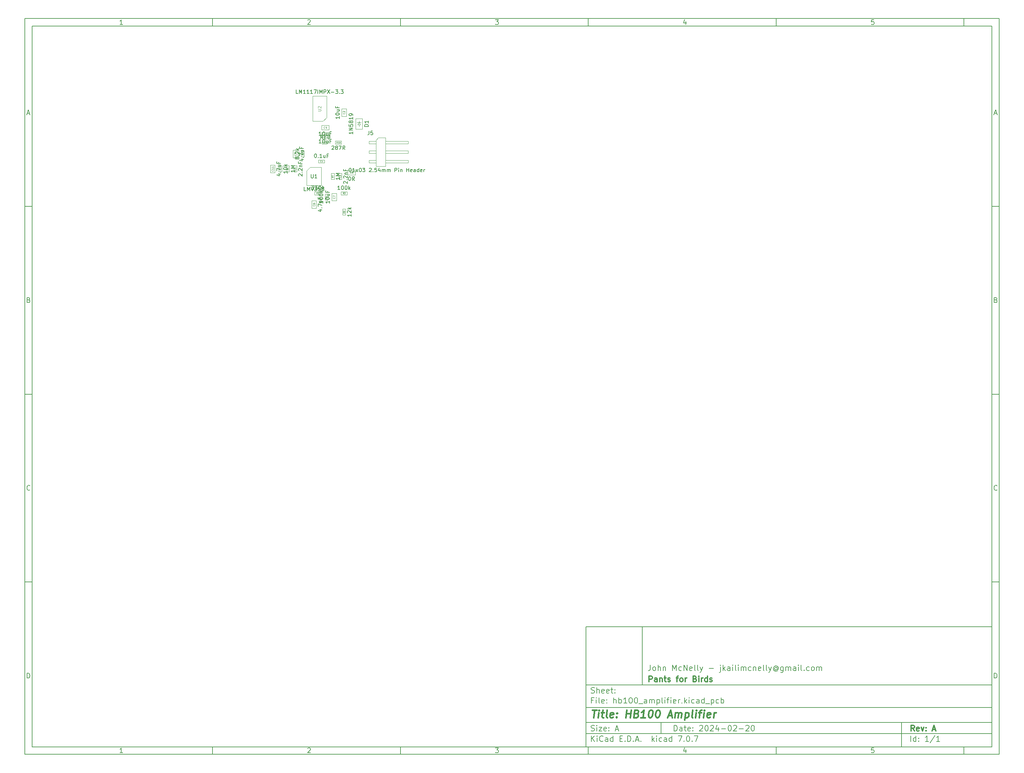
<source format=gbr>
%TF.GenerationSoftware,KiCad,Pcbnew,7.0.7*%
%TF.CreationDate,2024-02-20T22:27:51-08:00*%
%TF.ProjectId,hb100_amplifier,68623130-305f-4616-9d70-6c6966696572,A*%
%TF.SameCoordinates,PX42c1d80PY1c9c380*%
%TF.FileFunction,AssemblyDrawing,Top*%
%FSLAX46Y46*%
G04 Gerber Fmt 4.6, Leading zero omitted, Abs format (unit mm)*
G04 Created by KiCad (PCBNEW 7.0.7) date 2024-02-20 22:27:51*
%MOMM*%
%LPD*%
G01*
G04 APERTURE LIST*
%ADD10C,0.100000*%
%ADD11C,0.150000*%
%ADD12C,0.300000*%
%ADD13C,0.400000*%
%ADD14C,0.080000*%
%ADD15C,0.060000*%
%ADD16C,0.120000*%
G04 APERTURE END LIST*
D10*
D11*
X89400000Y-141900000D02*
X197400000Y-141900000D01*
X197400000Y-173900000D01*
X89400000Y-173900000D01*
X89400000Y-141900000D01*
D10*
D11*
X-60000000Y20000000D02*
X199400000Y20000000D01*
X199400000Y-175900000D01*
X-60000000Y-175900000D01*
X-60000000Y20000000D01*
D10*
D11*
X-58000000Y18000000D02*
X197400000Y18000000D01*
X197400000Y-173900000D01*
X-58000000Y-173900000D01*
X-58000000Y18000000D01*
D10*
D11*
X-10000000Y18000000D02*
X-10000000Y20000000D01*
D10*
D11*
X40000000Y18000000D02*
X40000000Y20000000D01*
D10*
D11*
X90000000Y18000000D02*
X90000000Y20000000D01*
D10*
D11*
X140000000Y18000000D02*
X140000000Y20000000D01*
D10*
D11*
X190000000Y18000000D02*
X190000000Y20000000D01*
D10*
D11*
X-33910840Y18406396D02*
X-34653697Y18406396D01*
X-34282269Y18406396D02*
X-34282269Y19706396D01*
X-34282269Y19706396D02*
X-34406078Y19520681D01*
X-34406078Y19520681D02*
X-34529888Y19396872D01*
X-34529888Y19396872D02*
X-34653697Y19334967D01*
D10*
D11*
X15346303Y19582586D02*
X15408207Y19644491D01*
X15408207Y19644491D02*
X15532017Y19706396D01*
X15532017Y19706396D02*
X15841541Y19706396D01*
X15841541Y19706396D02*
X15965350Y19644491D01*
X15965350Y19644491D02*
X16027255Y19582586D01*
X16027255Y19582586D02*
X16089160Y19458777D01*
X16089160Y19458777D02*
X16089160Y19334967D01*
X16089160Y19334967D02*
X16027255Y19149253D01*
X16027255Y19149253D02*
X15284398Y18406396D01*
X15284398Y18406396D02*
X16089160Y18406396D01*
D10*
D11*
X65284398Y19706396D02*
X66089160Y19706396D01*
X66089160Y19706396D02*
X65655826Y19211158D01*
X65655826Y19211158D02*
X65841541Y19211158D01*
X65841541Y19211158D02*
X65965350Y19149253D01*
X65965350Y19149253D02*
X66027255Y19087348D01*
X66027255Y19087348D02*
X66089160Y18963539D01*
X66089160Y18963539D02*
X66089160Y18654015D01*
X66089160Y18654015D02*
X66027255Y18530205D01*
X66027255Y18530205D02*
X65965350Y18468300D01*
X65965350Y18468300D02*
X65841541Y18406396D01*
X65841541Y18406396D02*
X65470112Y18406396D01*
X65470112Y18406396D02*
X65346303Y18468300D01*
X65346303Y18468300D02*
X65284398Y18530205D01*
D10*
D11*
X115965350Y19273062D02*
X115965350Y18406396D01*
X115655826Y19768300D02*
X115346303Y18839729D01*
X115346303Y18839729D02*
X116151064Y18839729D01*
D10*
D11*
X166027255Y19706396D02*
X165408207Y19706396D01*
X165408207Y19706396D02*
X165346303Y19087348D01*
X165346303Y19087348D02*
X165408207Y19149253D01*
X165408207Y19149253D02*
X165532017Y19211158D01*
X165532017Y19211158D02*
X165841541Y19211158D01*
X165841541Y19211158D02*
X165965350Y19149253D01*
X165965350Y19149253D02*
X166027255Y19087348D01*
X166027255Y19087348D02*
X166089160Y18963539D01*
X166089160Y18963539D02*
X166089160Y18654015D01*
X166089160Y18654015D02*
X166027255Y18530205D01*
X166027255Y18530205D02*
X165965350Y18468300D01*
X165965350Y18468300D02*
X165841541Y18406396D01*
X165841541Y18406396D02*
X165532017Y18406396D01*
X165532017Y18406396D02*
X165408207Y18468300D01*
X165408207Y18468300D02*
X165346303Y18530205D01*
D10*
D11*
X-10000000Y-173900000D02*
X-10000000Y-175900000D01*
D10*
D11*
X40000000Y-173900000D02*
X40000000Y-175900000D01*
D10*
D11*
X90000000Y-173900000D02*
X90000000Y-175900000D01*
D10*
D11*
X140000000Y-173900000D02*
X140000000Y-175900000D01*
D10*
D11*
X190000000Y-173900000D02*
X190000000Y-175900000D01*
D10*
D11*
X-33910840Y-175493604D02*
X-34653697Y-175493604D01*
X-34282269Y-175493604D02*
X-34282269Y-174193604D01*
X-34282269Y-174193604D02*
X-34406078Y-174379319D01*
X-34406078Y-174379319D02*
X-34529888Y-174503128D01*
X-34529888Y-174503128D02*
X-34653697Y-174565033D01*
D10*
D11*
X15346303Y-174317414D02*
X15408207Y-174255509D01*
X15408207Y-174255509D02*
X15532017Y-174193604D01*
X15532017Y-174193604D02*
X15841541Y-174193604D01*
X15841541Y-174193604D02*
X15965350Y-174255509D01*
X15965350Y-174255509D02*
X16027255Y-174317414D01*
X16027255Y-174317414D02*
X16089160Y-174441223D01*
X16089160Y-174441223D02*
X16089160Y-174565033D01*
X16089160Y-174565033D02*
X16027255Y-174750747D01*
X16027255Y-174750747D02*
X15284398Y-175493604D01*
X15284398Y-175493604D02*
X16089160Y-175493604D01*
D10*
D11*
X65284398Y-174193604D02*
X66089160Y-174193604D01*
X66089160Y-174193604D02*
X65655826Y-174688842D01*
X65655826Y-174688842D02*
X65841541Y-174688842D01*
X65841541Y-174688842D02*
X65965350Y-174750747D01*
X65965350Y-174750747D02*
X66027255Y-174812652D01*
X66027255Y-174812652D02*
X66089160Y-174936461D01*
X66089160Y-174936461D02*
X66089160Y-175245985D01*
X66089160Y-175245985D02*
X66027255Y-175369795D01*
X66027255Y-175369795D02*
X65965350Y-175431700D01*
X65965350Y-175431700D02*
X65841541Y-175493604D01*
X65841541Y-175493604D02*
X65470112Y-175493604D01*
X65470112Y-175493604D02*
X65346303Y-175431700D01*
X65346303Y-175431700D02*
X65284398Y-175369795D01*
D10*
D11*
X115965350Y-174626938D02*
X115965350Y-175493604D01*
X115655826Y-174131700D02*
X115346303Y-175060271D01*
X115346303Y-175060271D02*
X116151064Y-175060271D01*
D10*
D11*
X166027255Y-174193604D02*
X165408207Y-174193604D01*
X165408207Y-174193604D02*
X165346303Y-174812652D01*
X165346303Y-174812652D02*
X165408207Y-174750747D01*
X165408207Y-174750747D02*
X165532017Y-174688842D01*
X165532017Y-174688842D02*
X165841541Y-174688842D01*
X165841541Y-174688842D02*
X165965350Y-174750747D01*
X165965350Y-174750747D02*
X166027255Y-174812652D01*
X166027255Y-174812652D02*
X166089160Y-174936461D01*
X166089160Y-174936461D02*
X166089160Y-175245985D01*
X166089160Y-175245985D02*
X166027255Y-175369795D01*
X166027255Y-175369795D02*
X165965350Y-175431700D01*
X165965350Y-175431700D02*
X165841541Y-175493604D01*
X165841541Y-175493604D02*
X165532017Y-175493604D01*
X165532017Y-175493604D02*
X165408207Y-175431700D01*
X165408207Y-175431700D02*
X165346303Y-175369795D01*
D10*
D11*
X-60000000Y-30000000D02*
X-58000000Y-30000000D01*
D10*
D11*
X-60000000Y-80000000D02*
X-58000000Y-80000000D01*
D10*
D11*
X-60000000Y-130000000D02*
X-58000000Y-130000000D01*
D10*
D11*
X-59309524Y-5222176D02*
X-58690477Y-5222176D01*
X-59433334Y-5593604D02*
X-59000001Y-4293604D01*
X-59000001Y-4293604D02*
X-58566667Y-5593604D01*
D10*
D11*
X-58907143Y-54912652D02*
X-58721429Y-54974557D01*
X-58721429Y-54974557D02*
X-58659524Y-55036461D01*
X-58659524Y-55036461D02*
X-58597620Y-55160271D01*
X-58597620Y-55160271D02*
X-58597620Y-55345985D01*
X-58597620Y-55345985D02*
X-58659524Y-55469795D01*
X-58659524Y-55469795D02*
X-58721429Y-55531700D01*
X-58721429Y-55531700D02*
X-58845239Y-55593604D01*
X-58845239Y-55593604D02*
X-59340477Y-55593604D01*
X-59340477Y-55593604D02*
X-59340477Y-54293604D01*
X-59340477Y-54293604D02*
X-58907143Y-54293604D01*
X-58907143Y-54293604D02*
X-58783334Y-54355509D01*
X-58783334Y-54355509D02*
X-58721429Y-54417414D01*
X-58721429Y-54417414D02*
X-58659524Y-54541223D01*
X-58659524Y-54541223D02*
X-58659524Y-54665033D01*
X-58659524Y-54665033D02*
X-58721429Y-54788842D01*
X-58721429Y-54788842D02*
X-58783334Y-54850747D01*
X-58783334Y-54850747D02*
X-58907143Y-54912652D01*
X-58907143Y-54912652D02*
X-59340477Y-54912652D01*
D10*
D11*
X-58597620Y-105469795D02*
X-58659524Y-105531700D01*
X-58659524Y-105531700D02*
X-58845239Y-105593604D01*
X-58845239Y-105593604D02*
X-58969048Y-105593604D01*
X-58969048Y-105593604D02*
X-59154762Y-105531700D01*
X-59154762Y-105531700D02*
X-59278572Y-105407890D01*
X-59278572Y-105407890D02*
X-59340477Y-105284080D01*
X-59340477Y-105284080D02*
X-59402381Y-105036461D01*
X-59402381Y-105036461D02*
X-59402381Y-104850747D01*
X-59402381Y-104850747D02*
X-59340477Y-104603128D01*
X-59340477Y-104603128D02*
X-59278572Y-104479319D01*
X-59278572Y-104479319D02*
X-59154762Y-104355509D01*
X-59154762Y-104355509D02*
X-58969048Y-104293604D01*
X-58969048Y-104293604D02*
X-58845239Y-104293604D01*
X-58845239Y-104293604D02*
X-58659524Y-104355509D01*
X-58659524Y-104355509D02*
X-58597620Y-104417414D01*
D10*
D11*
X-59340477Y-155593604D02*
X-59340477Y-154293604D01*
X-59340477Y-154293604D02*
X-59030953Y-154293604D01*
X-59030953Y-154293604D02*
X-58845239Y-154355509D01*
X-58845239Y-154355509D02*
X-58721429Y-154479319D01*
X-58721429Y-154479319D02*
X-58659524Y-154603128D01*
X-58659524Y-154603128D02*
X-58597620Y-154850747D01*
X-58597620Y-154850747D02*
X-58597620Y-155036461D01*
X-58597620Y-155036461D02*
X-58659524Y-155284080D01*
X-58659524Y-155284080D02*
X-58721429Y-155407890D01*
X-58721429Y-155407890D02*
X-58845239Y-155531700D01*
X-58845239Y-155531700D02*
X-59030953Y-155593604D01*
X-59030953Y-155593604D02*
X-59340477Y-155593604D01*
D10*
D11*
X199400000Y-30000000D02*
X197400000Y-30000000D01*
D10*
D11*
X199400000Y-80000000D02*
X197400000Y-80000000D01*
D10*
D11*
X199400000Y-130000000D02*
X197400000Y-130000000D01*
D10*
D11*
X198090476Y-5222176D02*
X198709523Y-5222176D01*
X197966666Y-5593604D02*
X198399999Y-4293604D01*
X198399999Y-4293604D02*
X198833333Y-5593604D01*
D10*
D11*
X198492857Y-54912652D02*
X198678571Y-54974557D01*
X198678571Y-54974557D02*
X198740476Y-55036461D01*
X198740476Y-55036461D02*
X198802380Y-55160271D01*
X198802380Y-55160271D02*
X198802380Y-55345985D01*
X198802380Y-55345985D02*
X198740476Y-55469795D01*
X198740476Y-55469795D02*
X198678571Y-55531700D01*
X198678571Y-55531700D02*
X198554761Y-55593604D01*
X198554761Y-55593604D02*
X198059523Y-55593604D01*
X198059523Y-55593604D02*
X198059523Y-54293604D01*
X198059523Y-54293604D02*
X198492857Y-54293604D01*
X198492857Y-54293604D02*
X198616666Y-54355509D01*
X198616666Y-54355509D02*
X198678571Y-54417414D01*
X198678571Y-54417414D02*
X198740476Y-54541223D01*
X198740476Y-54541223D02*
X198740476Y-54665033D01*
X198740476Y-54665033D02*
X198678571Y-54788842D01*
X198678571Y-54788842D02*
X198616666Y-54850747D01*
X198616666Y-54850747D02*
X198492857Y-54912652D01*
X198492857Y-54912652D02*
X198059523Y-54912652D01*
D10*
D11*
X198802380Y-105469795D02*
X198740476Y-105531700D01*
X198740476Y-105531700D02*
X198554761Y-105593604D01*
X198554761Y-105593604D02*
X198430952Y-105593604D01*
X198430952Y-105593604D02*
X198245238Y-105531700D01*
X198245238Y-105531700D02*
X198121428Y-105407890D01*
X198121428Y-105407890D02*
X198059523Y-105284080D01*
X198059523Y-105284080D02*
X197997619Y-105036461D01*
X197997619Y-105036461D02*
X197997619Y-104850747D01*
X197997619Y-104850747D02*
X198059523Y-104603128D01*
X198059523Y-104603128D02*
X198121428Y-104479319D01*
X198121428Y-104479319D02*
X198245238Y-104355509D01*
X198245238Y-104355509D02*
X198430952Y-104293604D01*
X198430952Y-104293604D02*
X198554761Y-104293604D01*
X198554761Y-104293604D02*
X198740476Y-104355509D01*
X198740476Y-104355509D02*
X198802380Y-104417414D01*
D10*
D11*
X198059523Y-155593604D02*
X198059523Y-154293604D01*
X198059523Y-154293604D02*
X198369047Y-154293604D01*
X198369047Y-154293604D02*
X198554761Y-154355509D01*
X198554761Y-154355509D02*
X198678571Y-154479319D01*
X198678571Y-154479319D02*
X198740476Y-154603128D01*
X198740476Y-154603128D02*
X198802380Y-154850747D01*
X198802380Y-154850747D02*
X198802380Y-155036461D01*
X198802380Y-155036461D02*
X198740476Y-155284080D01*
X198740476Y-155284080D02*
X198678571Y-155407890D01*
X198678571Y-155407890D02*
X198554761Y-155531700D01*
X198554761Y-155531700D02*
X198369047Y-155593604D01*
X198369047Y-155593604D02*
X198059523Y-155593604D01*
D10*
D11*
X112855826Y-169686128D02*
X112855826Y-168186128D01*
X112855826Y-168186128D02*
X113212969Y-168186128D01*
X113212969Y-168186128D02*
X113427255Y-168257557D01*
X113427255Y-168257557D02*
X113570112Y-168400414D01*
X113570112Y-168400414D02*
X113641541Y-168543271D01*
X113641541Y-168543271D02*
X113712969Y-168828985D01*
X113712969Y-168828985D02*
X113712969Y-169043271D01*
X113712969Y-169043271D02*
X113641541Y-169328985D01*
X113641541Y-169328985D02*
X113570112Y-169471842D01*
X113570112Y-169471842D02*
X113427255Y-169614700D01*
X113427255Y-169614700D02*
X113212969Y-169686128D01*
X113212969Y-169686128D02*
X112855826Y-169686128D01*
X114998684Y-169686128D02*
X114998684Y-168900414D01*
X114998684Y-168900414D02*
X114927255Y-168757557D01*
X114927255Y-168757557D02*
X114784398Y-168686128D01*
X114784398Y-168686128D02*
X114498684Y-168686128D01*
X114498684Y-168686128D02*
X114355826Y-168757557D01*
X114998684Y-169614700D02*
X114855826Y-169686128D01*
X114855826Y-169686128D02*
X114498684Y-169686128D01*
X114498684Y-169686128D02*
X114355826Y-169614700D01*
X114355826Y-169614700D02*
X114284398Y-169471842D01*
X114284398Y-169471842D02*
X114284398Y-169328985D01*
X114284398Y-169328985D02*
X114355826Y-169186128D01*
X114355826Y-169186128D02*
X114498684Y-169114700D01*
X114498684Y-169114700D02*
X114855826Y-169114700D01*
X114855826Y-169114700D02*
X114998684Y-169043271D01*
X115498684Y-168686128D02*
X116070112Y-168686128D01*
X115712969Y-168186128D02*
X115712969Y-169471842D01*
X115712969Y-169471842D02*
X115784398Y-169614700D01*
X115784398Y-169614700D02*
X115927255Y-169686128D01*
X115927255Y-169686128D02*
X116070112Y-169686128D01*
X117141541Y-169614700D02*
X116998684Y-169686128D01*
X116998684Y-169686128D02*
X116712970Y-169686128D01*
X116712970Y-169686128D02*
X116570112Y-169614700D01*
X116570112Y-169614700D02*
X116498684Y-169471842D01*
X116498684Y-169471842D02*
X116498684Y-168900414D01*
X116498684Y-168900414D02*
X116570112Y-168757557D01*
X116570112Y-168757557D02*
X116712970Y-168686128D01*
X116712970Y-168686128D02*
X116998684Y-168686128D01*
X116998684Y-168686128D02*
X117141541Y-168757557D01*
X117141541Y-168757557D02*
X117212970Y-168900414D01*
X117212970Y-168900414D02*
X117212970Y-169043271D01*
X117212970Y-169043271D02*
X116498684Y-169186128D01*
X117855826Y-169543271D02*
X117927255Y-169614700D01*
X117927255Y-169614700D02*
X117855826Y-169686128D01*
X117855826Y-169686128D02*
X117784398Y-169614700D01*
X117784398Y-169614700D02*
X117855826Y-169543271D01*
X117855826Y-169543271D02*
X117855826Y-169686128D01*
X117855826Y-168757557D02*
X117927255Y-168828985D01*
X117927255Y-168828985D02*
X117855826Y-168900414D01*
X117855826Y-168900414D02*
X117784398Y-168828985D01*
X117784398Y-168828985D02*
X117855826Y-168757557D01*
X117855826Y-168757557D02*
X117855826Y-168900414D01*
X119641541Y-168328985D02*
X119712969Y-168257557D01*
X119712969Y-168257557D02*
X119855827Y-168186128D01*
X119855827Y-168186128D02*
X120212969Y-168186128D01*
X120212969Y-168186128D02*
X120355827Y-168257557D01*
X120355827Y-168257557D02*
X120427255Y-168328985D01*
X120427255Y-168328985D02*
X120498684Y-168471842D01*
X120498684Y-168471842D02*
X120498684Y-168614700D01*
X120498684Y-168614700D02*
X120427255Y-168828985D01*
X120427255Y-168828985D02*
X119570112Y-169686128D01*
X119570112Y-169686128D02*
X120498684Y-169686128D01*
X121427255Y-168186128D02*
X121570112Y-168186128D01*
X121570112Y-168186128D02*
X121712969Y-168257557D01*
X121712969Y-168257557D02*
X121784398Y-168328985D01*
X121784398Y-168328985D02*
X121855826Y-168471842D01*
X121855826Y-168471842D02*
X121927255Y-168757557D01*
X121927255Y-168757557D02*
X121927255Y-169114700D01*
X121927255Y-169114700D02*
X121855826Y-169400414D01*
X121855826Y-169400414D02*
X121784398Y-169543271D01*
X121784398Y-169543271D02*
X121712969Y-169614700D01*
X121712969Y-169614700D02*
X121570112Y-169686128D01*
X121570112Y-169686128D02*
X121427255Y-169686128D01*
X121427255Y-169686128D02*
X121284398Y-169614700D01*
X121284398Y-169614700D02*
X121212969Y-169543271D01*
X121212969Y-169543271D02*
X121141540Y-169400414D01*
X121141540Y-169400414D02*
X121070112Y-169114700D01*
X121070112Y-169114700D02*
X121070112Y-168757557D01*
X121070112Y-168757557D02*
X121141540Y-168471842D01*
X121141540Y-168471842D02*
X121212969Y-168328985D01*
X121212969Y-168328985D02*
X121284398Y-168257557D01*
X121284398Y-168257557D02*
X121427255Y-168186128D01*
X122498683Y-168328985D02*
X122570111Y-168257557D01*
X122570111Y-168257557D02*
X122712969Y-168186128D01*
X122712969Y-168186128D02*
X123070111Y-168186128D01*
X123070111Y-168186128D02*
X123212969Y-168257557D01*
X123212969Y-168257557D02*
X123284397Y-168328985D01*
X123284397Y-168328985D02*
X123355826Y-168471842D01*
X123355826Y-168471842D02*
X123355826Y-168614700D01*
X123355826Y-168614700D02*
X123284397Y-168828985D01*
X123284397Y-168828985D02*
X122427254Y-169686128D01*
X122427254Y-169686128D02*
X123355826Y-169686128D01*
X124641540Y-168686128D02*
X124641540Y-169686128D01*
X124284397Y-168114700D02*
X123927254Y-169186128D01*
X123927254Y-169186128D02*
X124855825Y-169186128D01*
X125427253Y-169114700D02*
X126570111Y-169114700D01*
X127570111Y-168186128D02*
X127712968Y-168186128D01*
X127712968Y-168186128D02*
X127855825Y-168257557D01*
X127855825Y-168257557D02*
X127927254Y-168328985D01*
X127927254Y-168328985D02*
X127998682Y-168471842D01*
X127998682Y-168471842D02*
X128070111Y-168757557D01*
X128070111Y-168757557D02*
X128070111Y-169114700D01*
X128070111Y-169114700D02*
X127998682Y-169400414D01*
X127998682Y-169400414D02*
X127927254Y-169543271D01*
X127927254Y-169543271D02*
X127855825Y-169614700D01*
X127855825Y-169614700D02*
X127712968Y-169686128D01*
X127712968Y-169686128D02*
X127570111Y-169686128D01*
X127570111Y-169686128D02*
X127427254Y-169614700D01*
X127427254Y-169614700D02*
X127355825Y-169543271D01*
X127355825Y-169543271D02*
X127284396Y-169400414D01*
X127284396Y-169400414D02*
X127212968Y-169114700D01*
X127212968Y-169114700D02*
X127212968Y-168757557D01*
X127212968Y-168757557D02*
X127284396Y-168471842D01*
X127284396Y-168471842D02*
X127355825Y-168328985D01*
X127355825Y-168328985D02*
X127427254Y-168257557D01*
X127427254Y-168257557D02*
X127570111Y-168186128D01*
X128641539Y-168328985D02*
X128712967Y-168257557D01*
X128712967Y-168257557D02*
X128855825Y-168186128D01*
X128855825Y-168186128D02*
X129212967Y-168186128D01*
X129212967Y-168186128D02*
X129355825Y-168257557D01*
X129355825Y-168257557D02*
X129427253Y-168328985D01*
X129427253Y-168328985D02*
X129498682Y-168471842D01*
X129498682Y-168471842D02*
X129498682Y-168614700D01*
X129498682Y-168614700D02*
X129427253Y-168828985D01*
X129427253Y-168828985D02*
X128570110Y-169686128D01*
X128570110Y-169686128D02*
X129498682Y-169686128D01*
X130141538Y-169114700D02*
X131284396Y-169114700D01*
X131927253Y-168328985D02*
X131998681Y-168257557D01*
X131998681Y-168257557D02*
X132141539Y-168186128D01*
X132141539Y-168186128D02*
X132498681Y-168186128D01*
X132498681Y-168186128D02*
X132641539Y-168257557D01*
X132641539Y-168257557D02*
X132712967Y-168328985D01*
X132712967Y-168328985D02*
X132784396Y-168471842D01*
X132784396Y-168471842D02*
X132784396Y-168614700D01*
X132784396Y-168614700D02*
X132712967Y-168828985D01*
X132712967Y-168828985D02*
X131855824Y-169686128D01*
X131855824Y-169686128D02*
X132784396Y-169686128D01*
X133712967Y-168186128D02*
X133855824Y-168186128D01*
X133855824Y-168186128D02*
X133998681Y-168257557D01*
X133998681Y-168257557D02*
X134070110Y-168328985D01*
X134070110Y-168328985D02*
X134141538Y-168471842D01*
X134141538Y-168471842D02*
X134212967Y-168757557D01*
X134212967Y-168757557D02*
X134212967Y-169114700D01*
X134212967Y-169114700D02*
X134141538Y-169400414D01*
X134141538Y-169400414D02*
X134070110Y-169543271D01*
X134070110Y-169543271D02*
X133998681Y-169614700D01*
X133998681Y-169614700D02*
X133855824Y-169686128D01*
X133855824Y-169686128D02*
X133712967Y-169686128D01*
X133712967Y-169686128D02*
X133570110Y-169614700D01*
X133570110Y-169614700D02*
X133498681Y-169543271D01*
X133498681Y-169543271D02*
X133427252Y-169400414D01*
X133427252Y-169400414D02*
X133355824Y-169114700D01*
X133355824Y-169114700D02*
X133355824Y-168757557D01*
X133355824Y-168757557D02*
X133427252Y-168471842D01*
X133427252Y-168471842D02*
X133498681Y-168328985D01*
X133498681Y-168328985D02*
X133570110Y-168257557D01*
X133570110Y-168257557D02*
X133712967Y-168186128D01*
D10*
D11*
X89400000Y-170400000D02*
X197400000Y-170400000D01*
D10*
D11*
X90855826Y-172486128D02*
X90855826Y-170986128D01*
X91712969Y-172486128D02*
X91070112Y-171628985D01*
X91712969Y-170986128D02*
X90855826Y-171843271D01*
X92355826Y-172486128D02*
X92355826Y-171486128D01*
X92355826Y-170986128D02*
X92284398Y-171057557D01*
X92284398Y-171057557D02*
X92355826Y-171128985D01*
X92355826Y-171128985D02*
X92427255Y-171057557D01*
X92427255Y-171057557D02*
X92355826Y-170986128D01*
X92355826Y-170986128D02*
X92355826Y-171128985D01*
X93927255Y-172343271D02*
X93855827Y-172414700D01*
X93855827Y-172414700D02*
X93641541Y-172486128D01*
X93641541Y-172486128D02*
X93498684Y-172486128D01*
X93498684Y-172486128D02*
X93284398Y-172414700D01*
X93284398Y-172414700D02*
X93141541Y-172271842D01*
X93141541Y-172271842D02*
X93070112Y-172128985D01*
X93070112Y-172128985D02*
X92998684Y-171843271D01*
X92998684Y-171843271D02*
X92998684Y-171628985D01*
X92998684Y-171628985D02*
X93070112Y-171343271D01*
X93070112Y-171343271D02*
X93141541Y-171200414D01*
X93141541Y-171200414D02*
X93284398Y-171057557D01*
X93284398Y-171057557D02*
X93498684Y-170986128D01*
X93498684Y-170986128D02*
X93641541Y-170986128D01*
X93641541Y-170986128D02*
X93855827Y-171057557D01*
X93855827Y-171057557D02*
X93927255Y-171128985D01*
X95212970Y-172486128D02*
X95212970Y-171700414D01*
X95212970Y-171700414D02*
X95141541Y-171557557D01*
X95141541Y-171557557D02*
X94998684Y-171486128D01*
X94998684Y-171486128D02*
X94712970Y-171486128D01*
X94712970Y-171486128D02*
X94570112Y-171557557D01*
X95212970Y-172414700D02*
X95070112Y-172486128D01*
X95070112Y-172486128D02*
X94712970Y-172486128D01*
X94712970Y-172486128D02*
X94570112Y-172414700D01*
X94570112Y-172414700D02*
X94498684Y-172271842D01*
X94498684Y-172271842D02*
X94498684Y-172128985D01*
X94498684Y-172128985D02*
X94570112Y-171986128D01*
X94570112Y-171986128D02*
X94712970Y-171914700D01*
X94712970Y-171914700D02*
X95070112Y-171914700D01*
X95070112Y-171914700D02*
X95212970Y-171843271D01*
X96570113Y-172486128D02*
X96570113Y-170986128D01*
X96570113Y-172414700D02*
X96427255Y-172486128D01*
X96427255Y-172486128D02*
X96141541Y-172486128D01*
X96141541Y-172486128D02*
X95998684Y-172414700D01*
X95998684Y-172414700D02*
X95927255Y-172343271D01*
X95927255Y-172343271D02*
X95855827Y-172200414D01*
X95855827Y-172200414D02*
X95855827Y-171771842D01*
X95855827Y-171771842D02*
X95927255Y-171628985D01*
X95927255Y-171628985D02*
X95998684Y-171557557D01*
X95998684Y-171557557D02*
X96141541Y-171486128D01*
X96141541Y-171486128D02*
X96427255Y-171486128D01*
X96427255Y-171486128D02*
X96570113Y-171557557D01*
X98427255Y-171700414D02*
X98927255Y-171700414D01*
X99141541Y-172486128D02*
X98427255Y-172486128D01*
X98427255Y-172486128D02*
X98427255Y-170986128D01*
X98427255Y-170986128D02*
X99141541Y-170986128D01*
X99784398Y-172343271D02*
X99855827Y-172414700D01*
X99855827Y-172414700D02*
X99784398Y-172486128D01*
X99784398Y-172486128D02*
X99712970Y-172414700D01*
X99712970Y-172414700D02*
X99784398Y-172343271D01*
X99784398Y-172343271D02*
X99784398Y-172486128D01*
X100498684Y-172486128D02*
X100498684Y-170986128D01*
X100498684Y-170986128D02*
X100855827Y-170986128D01*
X100855827Y-170986128D02*
X101070113Y-171057557D01*
X101070113Y-171057557D02*
X101212970Y-171200414D01*
X101212970Y-171200414D02*
X101284399Y-171343271D01*
X101284399Y-171343271D02*
X101355827Y-171628985D01*
X101355827Y-171628985D02*
X101355827Y-171843271D01*
X101355827Y-171843271D02*
X101284399Y-172128985D01*
X101284399Y-172128985D02*
X101212970Y-172271842D01*
X101212970Y-172271842D02*
X101070113Y-172414700D01*
X101070113Y-172414700D02*
X100855827Y-172486128D01*
X100855827Y-172486128D02*
X100498684Y-172486128D01*
X101998684Y-172343271D02*
X102070113Y-172414700D01*
X102070113Y-172414700D02*
X101998684Y-172486128D01*
X101998684Y-172486128D02*
X101927256Y-172414700D01*
X101927256Y-172414700D02*
X101998684Y-172343271D01*
X101998684Y-172343271D02*
X101998684Y-172486128D01*
X102641542Y-172057557D02*
X103355828Y-172057557D01*
X102498685Y-172486128D02*
X102998685Y-170986128D01*
X102998685Y-170986128D02*
X103498685Y-172486128D01*
X103998684Y-172343271D02*
X104070113Y-172414700D01*
X104070113Y-172414700D02*
X103998684Y-172486128D01*
X103998684Y-172486128D02*
X103927256Y-172414700D01*
X103927256Y-172414700D02*
X103998684Y-172343271D01*
X103998684Y-172343271D02*
X103998684Y-172486128D01*
X106998684Y-172486128D02*
X106998684Y-170986128D01*
X107141542Y-171914700D02*
X107570113Y-172486128D01*
X107570113Y-171486128D02*
X106998684Y-172057557D01*
X108212970Y-172486128D02*
X108212970Y-171486128D01*
X108212970Y-170986128D02*
X108141542Y-171057557D01*
X108141542Y-171057557D02*
X108212970Y-171128985D01*
X108212970Y-171128985D02*
X108284399Y-171057557D01*
X108284399Y-171057557D02*
X108212970Y-170986128D01*
X108212970Y-170986128D02*
X108212970Y-171128985D01*
X109570114Y-172414700D02*
X109427256Y-172486128D01*
X109427256Y-172486128D02*
X109141542Y-172486128D01*
X109141542Y-172486128D02*
X108998685Y-172414700D01*
X108998685Y-172414700D02*
X108927256Y-172343271D01*
X108927256Y-172343271D02*
X108855828Y-172200414D01*
X108855828Y-172200414D02*
X108855828Y-171771842D01*
X108855828Y-171771842D02*
X108927256Y-171628985D01*
X108927256Y-171628985D02*
X108998685Y-171557557D01*
X108998685Y-171557557D02*
X109141542Y-171486128D01*
X109141542Y-171486128D02*
X109427256Y-171486128D01*
X109427256Y-171486128D02*
X109570114Y-171557557D01*
X110855828Y-172486128D02*
X110855828Y-171700414D01*
X110855828Y-171700414D02*
X110784399Y-171557557D01*
X110784399Y-171557557D02*
X110641542Y-171486128D01*
X110641542Y-171486128D02*
X110355828Y-171486128D01*
X110355828Y-171486128D02*
X110212970Y-171557557D01*
X110855828Y-172414700D02*
X110712970Y-172486128D01*
X110712970Y-172486128D02*
X110355828Y-172486128D01*
X110355828Y-172486128D02*
X110212970Y-172414700D01*
X110212970Y-172414700D02*
X110141542Y-172271842D01*
X110141542Y-172271842D02*
X110141542Y-172128985D01*
X110141542Y-172128985D02*
X110212970Y-171986128D01*
X110212970Y-171986128D02*
X110355828Y-171914700D01*
X110355828Y-171914700D02*
X110712970Y-171914700D01*
X110712970Y-171914700D02*
X110855828Y-171843271D01*
X112212971Y-172486128D02*
X112212971Y-170986128D01*
X112212971Y-172414700D02*
X112070113Y-172486128D01*
X112070113Y-172486128D02*
X111784399Y-172486128D01*
X111784399Y-172486128D02*
X111641542Y-172414700D01*
X111641542Y-172414700D02*
X111570113Y-172343271D01*
X111570113Y-172343271D02*
X111498685Y-172200414D01*
X111498685Y-172200414D02*
X111498685Y-171771842D01*
X111498685Y-171771842D02*
X111570113Y-171628985D01*
X111570113Y-171628985D02*
X111641542Y-171557557D01*
X111641542Y-171557557D02*
X111784399Y-171486128D01*
X111784399Y-171486128D02*
X112070113Y-171486128D01*
X112070113Y-171486128D02*
X112212971Y-171557557D01*
X113927256Y-170986128D02*
X114927256Y-170986128D01*
X114927256Y-170986128D02*
X114284399Y-172486128D01*
X115498684Y-172343271D02*
X115570113Y-172414700D01*
X115570113Y-172414700D02*
X115498684Y-172486128D01*
X115498684Y-172486128D02*
X115427256Y-172414700D01*
X115427256Y-172414700D02*
X115498684Y-172343271D01*
X115498684Y-172343271D02*
X115498684Y-172486128D01*
X116498685Y-170986128D02*
X116641542Y-170986128D01*
X116641542Y-170986128D02*
X116784399Y-171057557D01*
X116784399Y-171057557D02*
X116855828Y-171128985D01*
X116855828Y-171128985D02*
X116927256Y-171271842D01*
X116927256Y-171271842D02*
X116998685Y-171557557D01*
X116998685Y-171557557D02*
X116998685Y-171914700D01*
X116998685Y-171914700D02*
X116927256Y-172200414D01*
X116927256Y-172200414D02*
X116855828Y-172343271D01*
X116855828Y-172343271D02*
X116784399Y-172414700D01*
X116784399Y-172414700D02*
X116641542Y-172486128D01*
X116641542Y-172486128D02*
X116498685Y-172486128D01*
X116498685Y-172486128D02*
X116355828Y-172414700D01*
X116355828Y-172414700D02*
X116284399Y-172343271D01*
X116284399Y-172343271D02*
X116212970Y-172200414D01*
X116212970Y-172200414D02*
X116141542Y-171914700D01*
X116141542Y-171914700D02*
X116141542Y-171557557D01*
X116141542Y-171557557D02*
X116212970Y-171271842D01*
X116212970Y-171271842D02*
X116284399Y-171128985D01*
X116284399Y-171128985D02*
X116355828Y-171057557D01*
X116355828Y-171057557D02*
X116498685Y-170986128D01*
X117641541Y-172343271D02*
X117712970Y-172414700D01*
X117712970Y-172414700D02*
X117641541Y-172486128D01*
X117641541Y-172486128D02*
X117570113Y-172414700D01*
X117570113Y-172414700D02*
X117641541Y-172343271D01*
X117641541Y-172343271D02*
X117641541Y-172486128D01*
X118212970Y-170986128D02*
X119212970Y-170986128D01*
X119212970Y-170986128D02*
X118570113Y-172486128D01*
D10*
D11*
X89400000Y-167400000D02*
X197400000Y-167400000D01*
D10*
D12*
X176811653Y-169678328D02*
X176311653Y-168964042D01*
X175954510Y-169678328D02*
X175954510Y-168178328D01*
X175954510Y-168178328D02*
X176525939Y-168178328D01*
X176525939Y-168178328D02*
X176668796Y-168249757D01*
X176668796Y-168249757D02*
X176740225Y-168321185D01*
X176740225Y-168321185D02*
X176811653Y-168464042D01*
X176811653Y-168464042D02*
X176811653Y-168678328D01*
X176811653Y-168678328D02*
X176740225Y-168821185D01*
X176740225Y-168821185D02*
X176668796Y-168892614D01*
X176668796Y-168892614D02*
X176525939Y-168964042D01*
X176525939Y-168964042D02*
X175954510Y-168964042D01*
X178025939Y-169606900D02*
X177883082Y-169678328D01*
X177883082Y-169678328D02*
X177597368Y-169678328D01*
X177597368Y-169678328D02*
X177454510Y-169606900D01*
X177454510Y-169606900D02*
X177383082Y-169464042D01*
X177383082Y-169464042D02*
X177383082Y-168892614D01*
X177383082Y-168892614D02*
X177454510Y-168749757D01*
X177454510Y-168749757D02*
X177597368Y-168678328D01*
X177597368Y-168678328D02*
X177883082Y-168678328D01*
X177883082Y-168678328D02*
X178025939Y-168749757D01*
X178025939Y-168749757D02*
X178097368Y-168892614D01*
X178097368Y-168892614D02*
X178097368Y-169035471D01*
X178097368Y-169035471D02*
X177383082Y-169178328D01*
X178597367Y-168678328D02*
X178954510Y-169678328D01*
X178954510Y-169678328D02*
X179311653Y-168678328D01*
X179883081Y-169535471D02*
X179954510Y-169606900D01*
X179954510Y-169606900D02*
X179883081Y-169678328D01*
X179883081Y-169678328D02*
X179811653Y-169606900D01*
X179811653Y-169606900D02*
X179883081Y-169535471D01*
X179883081Y-169535471D02*
X179883081Y-169678328D01*
X179883081Y-168749757D02*
X179954510Y-168821185D01*
X179954510Y-168821185D02*
X179883081Y-168892614D01*
X179883081Y-168892614D02*
X179811653Y-168821185D01*
X179811653Y-168821185D02*
X179883081Y-168749757D01*
X179883081Y-168749757D02*
X179883081Y-168892614D01*
X181668796Y-169249757D02*
X182383082Y-169249757D01*
X181525939Y-169678328D02*
X182025939Y-168178328D01*
X182025939Y-168178328D02*
X182525939Y-169678328D01*
D10*
D11*
X90784398Y-169614700D02*
X90998684Y-169686128D01*
X90998684Y-169686128D02*
X91355826Y-169686128D01*
X91355826Y-169686128D02*
X91498684Y-169614700D01*
X91498684Y-169614700D02*
X91570112Y-169543271D01*
X91570112Y-169543271D02*
X91641541Y-169400414D01*
X91641541Y-169400414D02*
X91641541Y-169257557D01*
X91641541Y-169257557D02*
X91570112Y-169114700D01*
X91570112Y-169114700D02*
X91498684Y-169043271D01*
X91498684Y-169043271D02*
X91355826Y-168971842D01*
X91355826Y-168971842D02*
X91070112Y-168900414D01*
X91070112Y-168900414D02*
X90927255Y-168828985D01*
X90927255Y-168828985D02*
X90855826Y-168757557D01*
X90855826Y-168757557D02*
X90784398Y-168614700D01*
X90784398Y-168614700D02*
X90784398Y-168471842D01*
X90784398Y-168471842D02*
X90855826Y-168328985D01*
X90855826Y-168328985D02*
X90927255Y-168257557D01*
X90927255Y-168257557D02*
X91070112Y-168186128D01*
X91070112Y-168186128D02*
X91427255Y-168186128D01*
X91427255Y-168186128D02*
X91641541Y-168257557D01*
X92284397Y-169686128D02*
X92284397Y-168686128D01*
X92284397Y-168186128D02*
X92212969Y-168257557D01*
X92212969Y-168257557D02*
X92284397Y-168328985D01*
X92284397Y-168328985D02*
X92355826Y-168257557D01*
X92355826Y-168257557D02*
X92284397Y-168186128D01*
X92284397Y-168186128D02*
X92284397Y-168328985D01*
X92855826Y-168686128D02*
X93641541Y-168686128D01*
X93641541Y-168686128D02*
X92855826Y-169686128D01*
X92855826Y-169686128D02*
X93641541Y-169686128D01*
X94784398Y-169614700D02*
X94641541Y-169686128D01*
X94641541Y-169686128D02*
X94355827Y-169686128D01*
X94355827Y-169686128D02*
X94212969Y-169614700D01*
X94212969Y-169614700D02*
X94141541Y-169471842D01*
X94141541Y-169471842D02*
X94141541Y-168900414D01*
X94141541Y-168900414D02*
X94212969Y-168757557D01*
X94212969Y-168757557D02*
X94355827Y-168686128D01*
X94355827Y-168686128D02*
X94641541Y-168686128D01*
X94641541Y-168686128D02*
X94784398Y-168757557D01*
X94784398Y-168757557D02*
X94855827Y-168900414D01*
X94855827Y-168900414D02*
X94855827Y-169043271D01*
X94855827Y-169043271D02*
X94141541Y-169186128D01*
X95498683Y-169543271D02*
X95570112Y-169614700D01*
X95570112Y-169614700D02*
X95498683Y-169686128D01*
X95498683Y-169686128D02*
X95427255Y-169614700D01*
X95427255Y-169614700D02*
X95498683Y-169543271D01*
X95498683Y-169543271D02*
X95498683Y-169686128D01*
X95498683Y-168757557D02*
X95570112Y-168828985D01*
X95570112Y-168828985D02*
X95498683Y-168900414D01*
X95498683Y-168900414D02*
X95427255Y-168828985D01*
X95427255Y-168828985D02*
X95498683Y-168757557D01*
X95498683Y-168757557D02*
X95498683Y-168900414D01*
X97284398Y-169257557D02*
X97998684Y-169257557D01*
X97141541Y-169686128D02*
X97641541Y-168186128D01*
X97641541Y-168186128D02*
X98141541Y-169686128D01*
D10*
D11*
X175855826Y-172486128D02*
X175855826Y-170986128D01*
X177212970Y-172486128D02*
X177212970Y-170986128D01*
X177212970Y-172414700D02*
X177070112Y-172486128D01*
X177070112Y-172486128D02*
X176784398Y-172486128D01*
X176784398Y-172486128D02*
X176641541Y-172414700D01*
X176641541Y-172414700D02*
X176570112Y-172343271D01*
X176570112Y-172343271D02*
X176498684Y-172200414D01*
X176498684Y-172200414D02*
X176498684Y-171771842D01*
X176498684Y-171771842D02*
X176570112Y-171628985D01*
X176570112Y-171628985D02*
X176641541Y-171557557D01*
X176641541Y-171557557D02*
X176784398Y-171486128D01*
X176784398Y-171486128D02*
X177070112Y-171486128D01*
X177070112Y-171486128D02*
X177212970Y-171557557D01*
X177927255Y-172343271D02*
X177998684Y-172414700D01*
X177998684Y-172414700D02*
X177927255Y-172486128D01*
X177927255Y-172486128D02*
X177855827Y-172414700D01*
X177855827Y-172414700D02*
X177927255Y-172343271D01*
X177927255Y-172343271D02*
X177927255Y-172486128D01*
X177927255Y-171557557D02*
X177998684Y-171628985D01*
X177998684Y-171628985D02*
X177927255Y-171700414D01*
X177927255Y-171700414D02*
X177855827Y-171628985D01*
X177855827Y-171628985D02*
X177927255Y-171557557D01*
X177927255Y-171557557D02*
X177927255Y-171700414D01*
X180570113Y-172486128D02*
X179712970Y-172486128D01*
X180141541Y-172486128D02*
X180141541Y-170986128D01*
X180141541Y-170986128D02*
X179998684Y-171200414D01*
X179998684Y-171200414D02*
X179855827Y-171343271D01*
X179855827Y-171343271D02*
X179712970Y-171414700D01*
X182284398Y-170914700D02*
X180998684Y-172843271D01*
X183570113Y-172486128D02*
X182712970Y-172486128D01*
X183141541Y-172486128D02*
X183141541Y-170986128D01*
X183141541Y-170986128D02*
X182998684Y-171200414D01*
X182998684Y-171200414D02*
X182855827Y-171343271D01*
X182855827Y-171343271D02*
X182712970Y-171414700D01*
D10*
D11*
X89400000Y-163400000D02*
X197400000Y-163400000D01*
D10*
D13*
X91091728Y-164104438D02*
X92234585Y-164104438D01*
X91413157Y-166104438D02*
X91663157Y-164104438D01*
X92651252Y-166104438D02*
X92817919Y-164771104D01*
X92901252Y-164104438D02*
X92794109Y-164199676D01*
X92794109Y-164199676D02*
X92877443Y-164294914D01*
X92877443Y-164294914D02*
X92984586Y-164199676D01*
X92984586Y-164199676D02*
X92901252Y-164104438D01*
X92901252Y-164104438D02*
X92877443Y-164294914D01*
X93484586Y-164771104D02*
X94246490Y-164771104D01*
X93853633Y-164104438D02*
X93639348Y-165818723D01*
X93639348Y-165818723D02*
X93710776Y-166009200D01*
X93710776Y-166009200D02*
X93889348Y-166104438D01*
X93889348Y-166104438D02*
X94079824Y-166104438D01*
X95032205Y-166104438D02*
X94853633Y-166009200D01*
X94853633Y-166009200D02*
X94782205Y-165818723D01*
X94782205Y-165818723D02*
X94996490Y-164104438D01*
X96567919Y-166009200D02*
X96365538Y-166104438D01*
X96365538Y-166104438D02*
X95984585Y-166104438D01*
X95984585Y-166104438D02*
X95806014Y-166009200D01*
X95806014Y-166009200D02*
X95734585Y-165818723D01*
X95734585Y-165818723D02*
X95829824Y-165056819D01*
X95829824Y-165056819D02*
X95948871Y-164866342D01*
X95948871Y-164866342D02*
X96151252Y-164771104D01*
X96151252Y-164771104D02*
X96532204Y-164771104D01*
X96532204Y-164771104D02*
X96710776Y-164866342D01*
X96710776Y-164866342D02*
X96782204Y-165056819D01*
X96782204Y-165056819D02*
X96758395Y-165247295D01*
X96758395Y-165247295D02*
X95782204Y-165437771D01*
X97532205Y-165913961D02*
X97615538Y-166009200D01*
X97615538Y-166009200D02*
X97508395Y-166104438D01*
X97508395Y-166104438D02*
X97425062Y-166009200D01*
X97425062Y-166009200D02*
X97532205Y-165913961D01*
X97532205Y-165913961D02*
X97508395Y-166104438D01*
X97663157Y-164866342D02*
X97746490Y-164961580D01*
X97746490Y-164961580D02*
X97639348Y-165056819D01*
X97639348Y-165056819D02*
X97556014Y-164961580D01*
X97556014Y-164961580D02*
X97663157Y-164866342D01*
X97663157Y-164866342D02*
X97639348Y-165056819D01*
X99984586Y-166104438D02*
X100234586Y-164104438D01*
X100115539Y-165056819D02*
X101258396Y-165056819D01*
X101127443Y-166104438D02*
X101377443Y-164104438D01*
X102877443Y-165056819D02*
X103151253Y-165152057D01*
X103151253Y-165152057D02*
X103234586Y-165247295D01*
X103234586Y-165247295D02*
X103306015Y-165437771D01*
X103306015Y-165437771D02*
X103270300Y-165723485D01*
X103270300Y-165723485D02*
X103151253Y-165913961D01*
X103151253Y-165913961D02*
X103044110Y-166009200D01*
X103044110Y-166009200D02*
X102841729Y-166104438D01*
X102841729Y-166104438D02*
X102079824Y-166104438D01*
X102079824Y-166104438D02*
X102329824Y-164104438D01*
X102329824Y-164104438D02*
X102996491Y-164104438D01*
X102996491Y-164104438D02*
X103175062Y-164199676D01*
X103175062Y-164199676D02*
X103258396Y-164294914D01*
X103258396Y-164294914D02*
X103329824Y-164485390D01*
X103329824Y-164485390D02*
X103306015Y-164675866D01*
X103306015Y-164675866D02*
X103186967Y-164866342D01*
X103186967Y-164866342D02*
X103079824Y-164961580D01*
X103079824Y-164961580D02*
X102877443Y-165056819D01*
X102877443Y-165056819D02*
X102210777Y-165056819D01*
X105127443Y-166104438D02*
X103984586Y-166104438D01*
X104556015Y-166104438D02*
X104806015Y-164104438D01*
X104806015Y-164104438D02*
X104579824Y-164390152D01*
X104579824Y-164390152D02*
X104365539Y-164580628D01*
X104365539Y-164580628D02*
X104163158Y-164675866D01*
X106615539Y-164104438D02*
X106806015Y-164104438D01*
X106806015Y-164104438D02*
X106984586Y-164199676D01*
X106984586Y-164199676D02*
X107067920Y-164294914D01*
X107067920Y-164294914D02*
X107139348Y-164485390D01*
X107139348Y-164485390D02*
X107186967Y-164866342D01*
X107186967Y-164866342D02*
X107127443Y-165342533D01*
X107127443Y-165342533D02*
X106984586Y-165723485D01*
X106984586Y-165723485D02*
X106865539Y-165913961D01*
X106865539Y-165913961D02*
X106758396Y-166009200D01*
X106758396Y-166009200D02*
X106556015Y-166104438D01*
X106556015Y-166104438D02*
X106365539Y-166104438D01*
X106365539Y-166104438D02*
X106186967Y-166009200D01*
X106186967Y-166009200D02*
X106103634Y-165913961D01*
X106103634Y-165913961D02*
X106032205Y-165723485D01*
X106032205Y-165723485D02*
X105984586Y-165342533D01*
X105984586Y-165342533D02*
X106044110Y-164866342D01*
X106044110Y-164866342D02*
X106186967Y-164485390D01*
X106186967Y-164485390D02*
X106306015Y-164294914D01*
X106306015Y-164294914D02*
X106413158Y-164199676D01*
X106413158Y-164199676D02*
X106615539Y-164104438D01*
X108520301Y-164104438D02*
X108710777Y-164104438D01*
X108710777Y-164104438D02*
X108889348Y-164199676D01*
X108889348Y-164199676D02*
X108972682Y-164294914D01*
X108972682Y-164294914D02*
X109044110Y-164485390D01*
X109044110Y-164485390D02*
X109091729Y-164866342D01*
X109091729Y-164866342D02*
X109032205Y-165342533D01*
X109032205Y-165342533D02*
X108889348Y-165723485D01*
X108889348Y-165723485D02*
X108770301Y-165913961D01*
X108770301Y-165913961D02*
X108663158Y-166009200D01*
X108663158Y-166009200D02*
X108460777Y-166104438D01*
X108460777Y-166104438D02*
X108270301Y-166104438D01*
X108270301Y-166104438D02*
X108091729Y-166009200D01*
X108091729Y-166009200D02*
X108008396Y-165913961D01*
X108008396Y-165913961D02*
X107936967Y-165723485D01*
X107936967Y-165723485D02*
X107889348Y-165342533D01*
X107889348Y-165342533D02*
X107948872Y-164866342D01*
X107948872Y-164866342D02*
X108091729Y-164485390D01*
X108091729Y-164485390D02*
X108210777Y-164294914D01*
X108210777Y-164294914D02*
X108317920Y-164199676D01*
X108317920Y-164199676D02*
X108520301Y-164104438D01*
X111294111Y-165533009D02*
X112246492Y-165533009D01*
X111032206Y-166104438D02*
X111948873Y-164104438D01*
X111948873Y-164104438D02*
X112365539Y-166104438D01*
X113032206Y-166104438D02*
X113198873Y-164771104D01*
X113175063Y-164961580D02*
X113282206Y-164866342D01*
X113282206Y-164866342D02*
X113484587Y-164771104D01*
X113484587Y-164771104D02*
X113770301Y-164771104D01*
X113770301Y-164771104D02*
X113948873Y-164866342D01*
X113948873Y-164866342D02*
X114020301Y-165056819D01*
X114020301Y-165056819D02*
X113889349Y-166104438D01*
X114020301Y-165056819D02*
X114139349Y-164866342D01*
X114139349Y-164866342D02*
X114341730Y-164771104D01*
X114341730Y-164771104D02*
X114627444Y-164771104D01*
X114627444Y-164771104D02*
X114806016Y-164866342D01*
X114806016Y-164866342D02*
X114877444Y-165056819D01*
X114877444Y-165056819D02*
X114746492Y-166104438D01*
X115865540Y-164771104D02*
X115615540Y-166771104D01*
X115853635Y-164866342D02*
X116056016Y-164771104D01*
X116056016Y-164771104D02*
X116436968Y-164771104D01*
X116436968Y-164771104D02*
X116615540Y-164866342D01*
X116615540Y-164866342D02*
X116698873Y-164961580D01*
X116698873Y-164961580D02*
X116770302Y-165152057D01*
X116770302Y-165152057D02*
X116698873Y-165723485D01*
X116698873Y-165723485D02*
X116579826Y-165913961D01*
X116579826Y-165913961D02*
X116472683Y-166009200D01*
X116472683Y-166009200D02*
X116270302Y-166104438D01*
X116270302Y-166104438D02*
X115889349Y-166104438D01*
X115889349Y-166104438D02*
X115710778Y-166009200D01*
X117794112Y-166104438D02*
X117615540Y-166009200D01*
X117615540Y-166009200D02*
X117544112Y-165818723D01*
X117544112Y-165818723D02*
X117758397Y-164104438D01*
X118556016Y-166104438D02*
X118722683Y-164771104D01*
X118806016Y-164104438D02*
X118698873Y-164199676D01*
X118698873Y-164199676D02*
X118782207Y-164294914D01*
X118782207Y-164294914D02*
X118889350Y-164199676D01*
X118889350Y-164199676D02*
X118806016Y-164104438D01*
X118806016Y-164104438D02*
X118782207Y-164294914D01*
X119389350Y-164771104D02*
X120151254Y-164771104D01*
X119508397Y-166104438D02*
X119722683Y-164390152D01*
X119722683Y-164390152D02*
X119841731Y-164199676D01*
X119841731Y-164199676D02*
X120044112Y-164104438D01*
X120044112Y-164104438D02*
X120234588Y-164104438D01*
X120651254Y-166104438D02*
X120817921Y-164771104D01*
X120901254Y-164104438D02*
X120794111Y-164199676D01*
X120794111Y-164199676D02*
X120877445Y-164294914D01*
X120877445Y-164294914D02*
X120984588Y-164199676D01*
X120984588Y-164199676D02*
X120901254Y-164104438D01*
X120901254Y-164104438D02*
X120877445Y-164294914D01*
X122377445Y-166009200D02*
X122175064Y-166104438D01*
X122175064Y-166104438D02*
X121794111Y-166104438D01*
X121794111Y-166104438D02*
X121615540Y-166009200D01*
X121615540Y-166009200D02*
X121544111Y-165818723D01*
X121544111Y-165818723D02*
X121639350Y-165056819D01*
X121639350Y-165056819D02*
X121758397Y-164866342D01*
X121758397Y-164866342D02*
X121960778Y-164771104D01*
X121960778Y-164771104D02*
X122341730Y-164771104D01*
X122341730Y-164771104D02*
X122520302Y-164866342D01*
X122520302Y-164866342D02*
X122591730Y-165056819D01*
X122591730Y-165056819D02*
X122567921Y-165247295D01*
X122567921Y-165247295D02*
X121591730Y-165437771D01*
X123317921Y-166104438D02*
X123484588Y-164771104D01*
X123436969Y-165152057D02*
X123556016Y-164961580D01*
X123556016Y-164961580D02*
X123663159Y-164866342D01*
X123663159Y-164866342D02*
X123865540Y-164771104D01*
X123865540Y-164771104D02*
X124056016Y-164771104D01*
D10*
D11*
X91355826Y-161500414D02*
X90855826Y-161500414D01*
X90855826Y-162286128D02*
X90855826Y-160786128D01*
X90855826Y-160786128D02*
X91570112Y-160786128D01*
X92141540Y-162286128D02*
X92141540Y-161286128D01*
X92141540Y-160786128D02*
X92070112Y-160857557D01*
X92070112Y-160857557D02*
X92141540Y-160928985D01*
X92141540Y-160928985D02*
X92212969Y-160857557D01*
X92212969Y-160857557D02*
X92141540Y-160786128D01*
X92141540Y-160786128D02*
X92141540Y-160928985D01*
X93070112Y-162286128D02*
X92927255Y-162214700D01*
X92927255Y-162214700D02*
X92855826Y-162071842D01*
X92855826Y-162071842D02*
X92855826Y-160786128D01*
X94212969Y-162214700D02*
X94070112Y-162286128D01*
X94070112Y-162286128D02*
X93784398Y-162286128D01*
X93784398Y-162286128D02*
X93641540Y-162214700D01*
X93641540Y-162214700D02*
X93570112Y-162071842D01*
X93570112Y-162071842D02*
X93570112Y-161500414D01*
X93570112Y-161500414D02*
X93641540Y-161357557D01*
X93641540Y-161357557D02*
X93784398Y-161286128D01*
X93784398Y-161286128D02*
X94070112Y-161286128D01*
X94070112Y-161286128D02*
X94212969Y-161357557D01*
X94212969Y-161357557D02*
X94284398Y-161500414D01*
X94284398Y-161500414D02*
X94284398Y-161643271D01*
X94284398Y-161643271D02*
X93570112Y-161786128D01*
X94927254Y-162143271D02*
X94998683Y-162214700D01*
X94998683Y-162214700D02*
X94927254Y-162286128D01*
X94927254Y-162286128D02*
X94855826Y-162214700D01*
X94855826Y-162214700D02*
X94927254Y-162143271D01*
X94927254Y-162143271D02*
X94927254Y-162286128D01*
X94927254Y-161357557D02*
X94998683Y-161428985D01*
X94998683Y-161428985D02*
X94927254Y-161500414D01*
X94927254Y-161500414D02*
X94855826Y-161428985D01*
X94855826Y-161428985D02*
X94927254Y-161357557D01*
X94927254Y-161357557D02*
X94927254Y-161500414D01*
X96784397Y-162286128D02*
X96784397Y-160786128D01*
X97427255Y-162286128D02*
X97427255Y-161500414D01*
X97427255Y-161500414D02*
X97355826Y-161357557D01*
X97355826Y-161357557D02*
X97212969Y-161286128D01*
X97212969Y-161286128D02*
X96998683Y-161286128D01*
X96998683Y-161286128D02*
X96855826Y-161357557D01*
X96855826Y-161357557D02*
X96784397Y-161428985D01*
X98141540Y-162286128D02*
X98141540Y-160786128D01*
X98141540Y-161357557D02*
X98284398Y-161286128D01*
X98284398Y-161286128D02*
X98570112Y-161286128D01*
X98570112Y-161286128D02*
X98712969Y-161357557D01*
X98712969Y-161357557D02*
X98784398Y-161428985D01*
X98784398Y-161428985D02*
X98855826Y-161571842D01*
X98855826Y-161571842D02*
X98855826Y-162000414D01*
X98855826Y-162000414D02*
X98784398Y-162143271D01*
X98784398Y-162143271D02*
X98712969Y-162214700D01*
X98712969Y-162214700D02*
X98570112Y-162286128D01*
X98570112Y-162286128D02*
X98284398Y-162286128D01*
X98284398Y-162286128D02*
X98141540Y-162214700D01*
X100284398Y-162286128D02*
X99427255Y-162286128D01*
X99855826Y-162286128D02*
X99855826Y-160786128D01*
X99855826Y-160786128D02*
X99712969Y-161000414D01*
X99712969Y-161000414D02*
X99570112Y-161143271D01*
X99570112Y-161143271D02*
X99427255Y-161214700D01*
X101212969Y-160786128D02*
X101355826Y-160786128D01*
X101355826Y-160786128D02*
X101498683Y-160857557D01*
X101498683Y-160857557D02*
X101570112Y-160928985D01*
X101570112Y-160928985D02*
X101641540Y-161071842D01*
X101641540Y-161071842D02*
X101712969Y-161357557D01*
X101712969Y-161357557D02*
X101712969Y-161714700D01*
X101712969Y-161714700D02*
X101641540Y-162000414D01*
X101641540Y-162000414D02*
X101570112Y-162143271D01*
X101570112Y-162143271D02*
X101498683Y-162214700D01*
X101498683Y-162214700D02*
X101355826Y-162286128D01*
X101355826Y-162286128D02*
X101212969Y-162286128D01*
X101212969Y-162286128D02*
X101070112Y-162214700D01*
X101070112Y-162214700D02*
X100998683Y-162143271D01*
X100998683Y-162143271D02*
X100927254Y-162000414D01*
X100927254Y-162000414D02*
X100855826Y-161714700D01*
X100855826Y-161714700D02*
X100855826Y-161357557D01*
X100855826Y-161357557D02*
X100927254Y-161071842D01*
X100927254Y-161071842D02*
X100998683Y-160928985D01*
X100998683Y-160928985D02*
X101070112Y-160857557D01*
X101070112Y-160857557D02*
X101212969Y-160786128D01*
X102641540Y-160786128D02*
X102784397Y-160786128D01*
X102784397Y-160786128D02*
X102927254Y-160857557D01*
X102927254Y-160857557D02*
X102998683Y-160928985D01*
X102998683Y-160928985D02*
X103070111Y-161071842D01*
X103070111Y-161071842D02*
X103141540Y-161357557D01*
X103141540Y-161357557D02*
X103141540Y-161714700D01*
X103141540Y-161714700D02*
X103070111Y-162000414D01*
X103070111Y-162000414D02*
X102998683Y-162143271D01*
X102998683Y-162143271D02*
X102927254Y-162214700D01*
X102927254Y-162214700D02*
X102784397Y-162286128D01*
X102784397Y-162286128D02*
X102641540Y-162286128D01*
X102641540Y-162286128D02*
X102498683Y-162214700D01*
X102498683Y-162214700D02*
X102427254Y-162143271D01*
X102427254Y-162143271D02*
X102355825Y-162000414D01*
X102355825Y-162000414D02*
X102284397Y-161714700D01*
X102284397Y-161714700D02*
X102284397Y-161357557D01*
X102284397Y-161357557D02*
X102355825Y-161071842D01*
X102355825Y-161071842D02*
X102427254Y-160928985D01*
X102427254Y-160928985D02*
X102498683Y-160857557D01*
X102498683Y-160857557D02*
X102641540Y-160786128D01*
X103427254Y-162428985D02*
X104570111Y-162428985D01*
X105570111Y-162286128D02*
X105570111Y-161500414D01*
X105570111Y-161500414D02*
X105498682Y-161357557D01*
X105498682Y-161357557D02*
X105355825Y-161286128D01*
X105355825Y-161286128D02*
X105070111Y-161286128D01*
X105070111Y-161286128D02*
X104927253Y-161357557D01*
X105570111Y-162214700D02*
X105427253Y-162286128D01*
X105427253Y-162286128D02*
X105070111Y-162286128D01*
X105070111Y-162286128D02*
X104927253Y-162214700D01*
X104927253Y-162214700D02*
X104855825Y-162071842D01*
X104855825Y-162071842D02*
X104855825Y-161928985D01*
X104855825Y-161928985D02*
X104927253Y-161786128D01*
X104927253Y-161786128D02*
X105070111Y-161714700D01*
X105070111Y-161714700D02*
X105427253Y-161714700D01*
X105427253Y-161714700D02*
X105570111Y-161643271D01*
X106284396Y-162286128D02*
X106284396Y-161286128D01*
X106284396Y-161428985D02*
X106355825Y-161357557D01*
X106355825Y-161357557D02*
X106498682Y-161286128D01*
X106498682Y-161286128D02*
X106712968Y-161286128D01*
X106712968Y-161286128D02*
X106855825Y-161357557D01*
X106855825Y-161357557D02*
X106927254Y-161500414D01*
X106927254Y-161500414D02*
X106927254Y-162286128D01*
X106927254Y-161500414D02*
X106998682Y-161357557D01*
X106998682Y-161357557D02*
X107141539Y-161286128D01*
X107141539Y-161286128D02*
X107355825Y-161286128D01*
X107355825Y-161286128D02*
X107498682Y-161357557D01*
X107498682Y-161357557D02*
X107570111Y-161500414D01*
X107570111Y-161500414D02*
X107570111Y-162286128D01*
X108284396Y-161286128D02*
X108284396Y-162786128D01*
X108284396Y-161357557D02*
X108427254Y-161286128D01*
X108427254Y-161286128D02*
X108712968Y-161286128D01*
X108712968Y-161286128D02*
X108855825Y-161357557D01*
X108855825Y-161357557D02*
X108927254Y-161428985D01*
X108927254Y-161428985D02*
X108998682Y-161571842D01*
X108998682Y-161571842D02*
X108998682Y-162000414D01*
X108998682Y-162000414D02*
X108927254Y-162143271D01*
X108927254Y-162143271D02*
X108855825Y-162214700D01*
X108855825Y-162214700D02*
X108712968Y-162286128D01*
X108712968Y-162286128D02*
X108427254Y-162286128D01*
X108427254Y-162286128D02*
X108284396Y-162214700D01*
X109855825Y-162286128D02*
X109712968Y-162214700D01*
X109712968Y-162214700D02*
X109641539Y-162071842D01*
X109641539Y-162071842D02*
X109641539Y-160786128D01*
X110427253Y-162286128D02*
X110427253Y-161286128D01*
X110427253Y-160786128D02*
X110355825Y-160857557D01*
X110355825Y-160857557D02*
X110427253Y-160928985D01*
X110427253Y-160928985D02*
X110498682Y-160857557D01*
X110498682Y-160857557D02*
X110427253Y-160786128D01*
X110427253Y-160786128D02*
X110427253Y-160928985D01*
X110927254Y-161286128D02*
X111498682Y-161286128D01*
X111141539Y-162286128D02*
X111141539Y-161000414D01*
X111141539Y-161000414D02*
X111212968Y-160857557D01*
X111212968Y-160857557D02*
X111355825Y-160786128D01*
X111355825Y-160786128D02*
X111498682Y-160786128D01*
X111998682Y-162286128D02*
X111998682Y-161286128D01*
X111998682Y-160786128D02*
X111927254Y-160857557D01*
X111927254Y-160857557D02*
X111998682Y-160928985D01*
X111998682Y-160928985D02*
X112070111Y-160857557D01*
X112070111Y-160857557D02*
X111998682Y-160786128D01*
X111998682Y-160786128D02*
X111998682Y-160928985D01*
X113284397Y-162214700D02*
X113141540Y-162286128D01*
X113141540Y-162286128D02*
X112855826Y-162286128D01*
X112855826Y-162286128D02*
X112712968Y-162214700D01*
X112712968Y-162214700D02*
X112641540Y-162071842D01*
X112641540Y-162071842D02*
X112641540Y-161500414D01*
X112641540Y-161500414D02*
X112712968Y-161357557D01*
X112712968Y-161357557D02*
X112855826Y-161286128D01*
X112855826Y-161286128D02*
X113141540Y-161286128D01*
X113141540Y-161286128D02*
X113284397Y-161357557D01*
X113284397Y-161357557D02*
X113355826Y-161500414D01*
X113355826Y-161500414D02*
X113355826Y-161643271D01*
X113355826Y-161643271D02*
X112641540Y-161786128D01*
X113998682Y-162286128D02*
X113998682Y-161286128D01*
X113998682Y-161571842D02*
X114070111Y-161428985D01*
X114070111Y-161428985D02*
X114141540Y-161357557D01*
X114141540Y-161357557D02*
X114284397Y-161286128D01*
X114284397Y-161286128D02*
X114427254Y-161286128D01*
X114927253Y-162143271D02*
X114998682Y-162214700D01*
X114998682Y-162214700D02*
X114927253Y-162286128D01*
X114927253Y-162286128D02*
X114855825Y-162214700D01*
X114855825Y-162214700D02*
X114927253Y-162143271D01*
X114927253Y-162143271D02*
X114927253Y-162286128D01*
X115641539Y-162286128D02*
X115641539Y-160786128D01*
X115784397Y-161714700D02*
X116212968Y-162286128D01*
X116212968Y-161286128D02*
X115641539Y-161857557D01*
X116855825Y-162286128D02*
X116855825Y-161286128D01*
X116855825Y-160786128D02*
X116784397Y-160857557D01*
X116784397Y-160857557D02*
X116855825Y-160928985D01*
X116855825Y-160928985D02*
X116927254Y-160857557D01*
X116927254Y-160857557D02*
X116855825Y-160786128D01*
X116855825Y-160786128D02*
X116855825Y-160928985D01*
X118212969Y-162214700D02*
X118070111Y-162286128D01*
X118070111Y-162286128D02*
X117784397Y-162286128D01*
X117784397Y-162286128D02*
X117641540Y-162214700D01*
X117641540Y-162214700D02*
X117570111Y-162143271D01*
X117570111Y-162143271D02*
X117498683Y-162000414D01*
X117498683Y-162000414D02*
X117498683Y-161571842D01*
X117498683Y-161571842D02*
X117570111Y-161428985D01*
X117570111Y-161428985D02*
X117641540Y-161357557D01*
X117641540Y-161357557D02*
X117784397Y-161286128D01*
X117784397Y-161286128D02*
X118070111Y-161286128D01*
X118070111Y-161286128D02*
X118212969Y-161357557D01*
X119498683Y-162286128D02*
X119498683Y-161500414D01*
X119498683Y-161500414D02*
X119427254Y-161357557D01*
X119427254Y-161357557D02*
X119284397Y-161286128D01*
X119284397Y-161286128D02*
X118998683Y-161286128D01*
X118998683Y-161286128D02*
X118855825Y-161357557D01*
X119498683Y-162214700D02*
X119355825Y-162286128D01*
X119355825Y-162286128D02*
X118998683Y-162286128D01*
X118998683Y-162286128D02*
X118855825Y-162214700D01*
X118855825Y-162214700D02*
X118784397Y-162071842D01*
X118784397Y-162071842D02*
X118784397Y-161928985D01*
X118784397Y-161928985D02*
X118855825Y-161786128D01*
X118855825Y-161786128D02*
X118998683Y-161714700D01*
X118998683Y-161714700D02*
X119355825Y-161714700D01*
X119355825Y-161714700D02*
X119498683Y-161643271D01*
X120855826Y-162286128D02*
X120855826Y-160786128D01*
X120855826Y-162214700D02*
X120712968Y-162286128D01*
X120712968Y-162286128D02*
X120427254Y-162286128D01*
X120427254Y-162286128D02*
X120284397Y-162214700D01*
X120284397Y-162214700D02*
X120212968Y-162143271D01*
X120212968Y-162143271D02*
X120141540Y-162000414D01*
X120141540Y-162000414D02*
X120141540Y-161571842D01*
X120141540Y-161571842D02*
X120212968Y-161428985D01*
X120212968Y-161428985D02*
X120284397Y-161357557D01*
X120284397Y-161357557D02*
X120427254Y-161286128D01*
X120427254Y-161286128D02*
X120712968Y-161286128D01*
X120712968Y-161286128D02*
X120855826Y-161357557D01*
X121212969Y-162428985D02*
X122355826Y-162428985D01*
X122712968Y-161286128D02*
X122712968Y-162786128D01*
X122712968Y-161357557D02*
X122855826Y-161286128D01*
X122855826Y-161286128D02*
X123141540Y-161286128D01*
X123141540Y-161286128D02*
X123284397Y-161357557D01*
X123284397Y-161357557D02*
X123355826Y-161428985D01*
X123355826Y-161428985D02*
X123427254Y-161571842D01*
X123427254Y-161571842D02*
X123427254Y-162000414D01*
X123427254Y-162000414D02*
X123355826Y-162143271D01*
X123355826Y-162143271D02*
X123284397Y-162214700D01*
X123284397Y-162214700D02*
X123141540Y-162286128D01*
X123141540Y-162286128D02*
X122855826Y-162286128D01*
X122855826Y-162286128D02*
X122712968Y-162214700D01*
X124712969Y-162214700D02*
X124570111Y-162286128D01*
X124570111Y-162286128D02*
X124284397Y-162286128D01*
X124284397Y-162286128D02*
X124141540Y-162214700D01*
X124141540Y-162214700D02*
X124070111Y-162143271D01*
X124070111Y-162143271D02*
X123998683Y-162000414D01*
X123998683Y-162000414D02*
X123998683Y-161571842D01*
X123998683Y-161571842D02*
X124070111Y-161428985D01*
X124070111Y-161428985D02*
X124141540Y-161357557D01*
X124141540Y-161357557D02*
X124284397Y-161286128D01*
X124284397Y-161286128D02*
X124570111Y-161286128D01*
X124570111Y-161286128D02*
X124712969Y-161357557D01*
X125355825Y-162286128D02*
X125355825Y-160786128D01*
X125355825Y-161357557D02*
X125498683Y-161286128D01*
X125498683Y-161286128D02*
X125784397Y-161286128D01*
X125784397Y-161286128D02*
X125927254Y-161357557D01*
X125927254Y-161357557D02*
X125998683Y-161428985D01*
X125998683Y-161428985D02*
X126070111Y-161571842D01*
X126070111Y-161571842D02*
X126070111Y-162000414D01*
X126070111Y-162000414D02*
X125998683Y-162143271D01*
X125998683Y-162143271D02*
X125927254Y-162214700D01*
X125927254Y-162214700D02*
X125784397Y-162286128D01*
X125784397Y-162286128D02*
X125498683Y-162286128D01*
X125498683Y-162286128D02*
X125355825Y-162214700D01*
D10*
D11*
X89400000Y-157400000D02*
X197400000Y-157400000D01*
D10*
D11*
X90784398Y-159514700D02*
X90998684Y-159586128D01*
X90998684Y-159586128D02*
X91355826Y-159586128D01*
X91355826Y-159586128D02*
X91498684Y-159514700D01*
X91498684Y-159514700D02*
X91570112Y-159443271D01*
X91570112Y-159443271D02*
X91641541Y-159300414D01*
X91641541Y-159300414D02*
X91641541Y-159157557D01*
X91641541Y-159157557D02*
X91570112Y-159014700D01*
X91570112Y-159014700D02*
X91498684Y-158943271D01*
X91498684Y-158943271D02*
X91355826Y-158871842D01*
X91355826Y-158871842D02*
X91070112Y-158800414D01*
X91070112Y-158800414D02*
X90927255Y-158728985D01*
X90927255Y-158728985D02*
X90855826Y-158657557D01*
X90855826Y-158657557D02*
X90784398Y-158514700D01*
X90784398Y-158514700D02*
X90784398Y-158371842D01*
X90784398Y-158371842D02*
X90855826Y-158228985D01*
X90855826Y-158228985D02*
X90927255Y-158157557D01*
X90927255Y-158157557D02*
X91070112Y-158086128D01*
X91070112Y-158086128D02*
X91427255Y-158086128D01*
X91427255Y-158086128D02*
X91641541Y-158157557D01*
X92284397Y-159586128D02*
X92284397Y-158086128D01*
X92927255Y-159586128D02*
X92927255Y-158800414D01*
X92927255Y-158800414D02*
X92855826Y-158657557D01*
X92855826Y-158657557D02*
X92712969Y-158586128D01*
X92712969Y-158586128D02*
X92498683Y-158586128D01*
X92498683Y-158586128D02*
X92355826Y-158657557D01*
X92355826Y-158657557D02*
X92284397Y-158728985D01*
X94212969Y-159514700D02*
X94070112Y-159586128D01*
X94070112Y-159586128D02*
X93784398Y-159586128D01*
X93784398Y-159586128D02*
X93641540Y-159514700D01*
X93641540Y-159514700D02*
X93570112Y-159371842D01*
X93570112Y-159371842D02*
X93570112Y-158800414D01*
X93570112Y-158800414D02*
X93641540Y-158657557D01*
X93641540Y-158657557D02*
X93784398Y-158586128D01*
X93784398Y-158586128D02*
X94070112Y-158586128D01*
X94070112Y-158586128D02*
X94212969Y-158657557D01*
X94212969Y-158657557D02*
X94284398Y-158800414D01*
X94284398Y-158800414D02*
X94284398Y-158943271D01*
X94284398Y-158943271D02*
X93570112Y-159086128D01*
X95498683Y-159514700D02*
X95355826Y-159586128D01*
X95355826Y-159586128D02*
X95070112Y-159586128D01*
X95070112Y-159586128D02*
X94927254Y-159514700D01*
X94927254Y-159514700D02*
X94855826Y-159371842D01*
X94855826Y-159371842D02*
X94855826Y-158800414D01*
X94855826Y-158800414D02*
X94927254Y-158657557D01*
X94927254Y-158657557D02*
X95070112Y-158586128D01*
X95070112Y-158586128D02*
X95355826Y-158586128D01*
X95355826Y-158586128D02*
X95498683Y-158657557D01*
X95498683Y-158657557D02*
X95570112Y-158800414D01*
X95570112Y-158800414D02*
X95570112Y-158943271D01*
X95570112Y-158943271D02*
X94855826Y-159086128D01*
X95998683Y-158586128D02*
X96570111Y-158586128D01*
X96212968Y-158086128D02*
X96212968Y-159371842D01*
X96212968Y-159371842D02*
X96284397Y-159514700D01*
X96284397Y-159514700D02*
X96427254Y-159586128D01*
X96427254Y-159586128D02*
X96570111Y-159586128D01*
X97070111Y-159443271D02*
X97141540Y-159514700D01*
X97141540Y-159514700D02*
X97070111Y-159586128D01*
X97070111Y-159586128D02*
X96998683Y-159514700D01*
X96998683Y-159514700D02*
X97070111Y-159443271D01*
X97070111Y-159443271D02*
X97070111Y-159586128D01*
X97070111Y-158657557D02*
X97141540Y-158728985D01*
X97141540Y-158728985D02*
X97070111Y-158800414D01*
X97070111Y-158800414D02*
X96998683Y-158728985D01*
X96998683Y-158728985D02*
X97070111Y-158657557D01*
X97070111Y-158657557D02*
X97070111Y-158800414D01*
D10*
D12*
X106194510Y-156578128D02*
X106194510Y-155078128D01*
X106194510Y-155078128D02*
X106765939Y-155078128D01*
X106765939Y-155078128D02*
X106908796Y-155149557D01*
X106908796Y-155149557D02*
X106980225Y-155220985D01*
X106980225Y-155220985D02*
X107051653Y-155363842D01*
X107051653Y-155363842D02*
X107051653Y-155578128D01*
X107051653Y-155578128D02*
X106980225Y-155720985D01*
X106980225Y-155720985D02*
X106908796Y-155792414D01*
X106908796Y-155792414D02*
X106765939Y-155863842D01*
X106765939Y-155863842D02*
X106194510Y-155863842D01*
X108337368Y-156578128D02*
X108337368Y-155792414D01*
X108337368Y-155792414D02*
X108265939Y-155649557D01*
X108265939Y-155649557D02*
X108123082Y-155578128D01*
X108123082Y-155578128D02*
X107837368Y-155578128D01*
X107837368Y-155578128D02*
X107694510Y-155649557D01*
X108337368Y-156506700D02*
X108194510Y-156578128D01*
X108194510Y-156578128D02*
X107837368Y-156578128D01*
X107837368Y-156578128D02*
X107694510Y-156506700D01*
X107694510Y-156506700D02*
X107623082Y-156363842D01*
X107623082Y-156363842D02*
X107623082Y-156220985D01*
X107623082Y-156220985D02*
X107694510Y-156078128D01*
X107694510Y-156078128D02*
X107837368Y-156006700D01*
X107837368Y-156006700D02*
X108194510Y-156006700D01*
X108194510Y-156006700D02*
X108337368Y-155935271D01*
X109051653Y-155578128D02*
X109051653Y-156578128D01*
X109051653Y-155720985D02*
X109123082Y-155649557D01*
X109123082Y-155649557D02*
X109265939Y-155578128D01*
X109265939Y-155578128D02*
X109480225Y-155578128D01*
X109480225Y-155578128D02*
X109623082Y-155649557D01*
X109623082Y-155649557D02*
X109694511Y-155792414D01*
X109694511Y-155792414D02*
X109694511Y-156578128D01*
X110194511Y-155578128D02*
X110765939Y-155578128D01*
X110408796Y-155078128D02*
X110408796Y-156363842D01*
X110408796Y-156363842D02*
X110480225Y-156506700D01*
X110480225Y-156506700D02*
X110623082Y-156578128D01*
X110623082Y-156578128D02*
X110765939Y-156578128D01*
X111194511Y-156506700D02*
X111337368Y-156578128D01*
X111337368Y-156578128D02*
X111623082Y-156578128D01*
X111623082Y-156578128D02*
X111765939Y-156506700D01*
X111765939Y-156506700D02*
X111837368Y-156363842D01*
X111837368Y-156363842D02*
X111837368Y-156292414D01*
X111837368Y-156292414D02*
X111765939Y-156149557D01*
X111765939Y-156149557D02*
X111623082Y-156078128D01*
X111623082Y-156078128D02*
X111408797Y-156078128D01*
X111408797Y-156078128D02*
X111265939Y-156006700D01*
X111265939Y-156006700D02*
X111194511Y-155863842D01*
X111194511Y-155863842D02*
X111194511Y-155792414D01*
X111194511Y-155792414D02*
X111265939Y-155649557D01*
X111265939Y-155649557D02*
X111408797Y-155578128D01*
X111408797Y-155578128D02*
X111623082Y-155578128D01*
X111623082Y-155578128D02*
X111765939Y-155649557D01*
X113408797Y-155578128D02*
X113980225Y-155578128D01*
X113623082Y-156578128D02*
X113623082Y-155292414D01*
X113623082Y-155292414D02*
X113694511Y-155149557D01*
X113694511Y-155149557D02*
X113837368Y-155078128D01*
X113837368Y-155078128D02*
X113980225Y-155078128D01*
X114694511Y-156578128D02*
X114551654Y-156506700D01*
X114551654Y-156506700D02*
X114480225Y-156435271D01*
X114480225Y-156435271D02*
X114408797Y-156292414D01*
X114408797Y-156292414D02*
X114408797Y-155863842D01*
X114408797Y-155863842D02*
X114480225Y-155720985D01*
X114480225Y-155720985D02*
X114551654Y-155649557D01*
X114551654Y-155649557D02*
X114694511Y-155578128D01*
X114694511Y-155578128D02*
X114908797Y-155578128D01*
X114908797Y-155578128D02*
X115051654Y-155649557D01*
X115051654Y-155649557D02*
X115123083Y-155720985D01*
X115123083Y-155720985D02*
X115194511Y-155863842D01*
X115194511Y-155863842D02*
X115194511Y-156292414D01*
X115194511Y-156292414D02*
X115123083Y-156435271D01*
X115123083Y-156435271D02*
X115051654Y-156506700D01*
X115051654Y-156506700D02*
X114908797Y-156578128D01*
X114908797Y-156578128D02*
X114694511Y-156578128D01*
X115837368Y-156578128D02*
X115837368Y-155578128D01*
X115837368Y-155863842D02*
X115908797Y-155720985D01*
X115908797Y-155720985D02*
X115980226Y-155649557D01*
X115980226Y-155649557D02*
X116123083Y-155578128D01*
X116123083Y-155578128D02*
X116265940Y-155578128D01*
X118408796Y-155792414D02*
X118623082Y-155863842D01*
X118623082Y-155863842D02*
X118694511Y-155935271D01*
X118694511Y-155935271D02*
X118765939Y-156078128D01*
X118765939Y-156078128D02*
X118765939Y-156292414D01*
X118765939Y-156292414D02*
X118694511Y-156435271D01*
X118694511Y-156435271D02*
X118623082Y-156506700D01*
X118623082Y-156506700D02*
X118480225Y-156578128D01*
X118480225Y-156578128D02*
X117908796Y-156578128D01*
X117908796Y-156578128D02*
X117908796Y-155078128D01*
X117908796Y-155078128D02*
X118408796Y-155078128D01*
X118408796Y-155078128D02*
X118551654Y-155149557D01*
X118551654Y-155149557D02*
X118623082Y-155220985D01*
X118623082Y-155220985D02*
X118694511Y-155363842D01*
X118694511Y-155363842D02*
X118694511Y-155506700D01*
X118694511Y-155506700D02*
X118623082Y-155649557D01*
X118623082Y-155649557D02*
X118551654Y-155720985D01*
X118551654Y-155720985D02*
X118408796Y-155792414D01*
X118408796Y-155792414D02*
X117908796Y-155792414D01*
X119408796Y-156578128D02*
X119408796Y-155578128D01*
X119408796Y-155078128D02*
X119337368Y-155149557D01*
X119337368Y-155149557D02*
X119408796Y-155220985D01*
X119408796Y-155220985D02*
X119480225Y-155149557D01*
X119480225Y-155149557D02*
X119408796Y-155078128D01*
X119408796Y-155078128D02*
X119408796Y-155220985D01*
X120123082Y-156578128D02*
X120123082Y-155578128D01*
X120123082Y-155863842D02*
X120194511Y-155720985D01*
X120194511Y-155720985D02*
X120265940Y-155649557D01*
X120265940Y-155649557D02*
X120408797Y-155578128D01*
X120408797Y-155578128D02*
X120551654Y-155578128D01*
X121694511Y-156578128D02*
X121694511Y-155078128D01*
X121694511Y-156506700D02*
X121551653Y-156578128D01*
X121551653Y-156578128D02*
X121265939Y-156578128D01*
X121265939Y-156578128D02*
X121123082Y-156506700D01*
X121123082Y-156506700D02*
X121051653Y-156435271D01*
X121051653Y-156435271D02*
X120980225Y-156292414D01*
X120980225Y-156292414D02*
X120980225Y-155863842D01*
X120980225Y-155863842D02*
X121051653Y-155720985D01*
X121051653Y-155720985D02*
X121123082Y-155649557D01*
X121123082Y-155649557D02*
X121265939Y-155578128D01*
X121265939Y-155578128D02*
X121551653Y-155578128D01*
X121551653Y-155578128D02*
X121694511Y-155649557D01*
X122337368Y-156506700D02*
X122480225Y-156578128D01*
X122480225Y-156578128D02*
X122765939Y-156578128D01*
X122765939Y-156578128D02*
X122908796Y-156506700D01*
X122908796Y-156506700D02*
X122980225Y-156363842D01*
X122980225Y-156363842D02*
X122980225Y-156292414D01*
X122980225Y-156292414D02*
X122908796Y-156149557D01*
X122908796Y-156149557D02*
X122765939Y-156078128D01*
X122765939Y-156078128D02*
X122551654Y-156078128D01*
X122551654Y-156078128D02*
X122408796Y-156006700D01*
X122408796Y-156006700D02*
X122337368Y-155863842D01*
X122337368Y-155863842D02*
X122337368Y-155792414D01*
X122337368Y-155792414D02*
X122408796Y-155649557D01*
X122408796Y-155649557D02*
X122551654Y-155578128D01*
X122551654Y-155578128D02*
X122765939Y-155578128D01*
X122765939Y-155578128D02*
X122908796Y-155649557D01*
D10*
D11*
X106524398Y-152085928D02*
X106524398Y-153157357D01*
X106524398Y-153157357D02*
X106452969Y-153371642D01*
X106452969Y-153371642D02*
X106310112Y-153514500D01*
X106310112Y-153514500D02*
X106095826Y-153585928D01*
X106095826Y-153585928D02*
X105952969Y-153585928D01*
X107452969Y-153585928D02*
X107310112Y-153514500D01*
X107310112Y-153514500D02*
X107238683Y-153443071D01*
X107238683Y-153443071D02*
X107167255Y-153300214D01*
X107167255Y-153300214D02*
X107167255Y-152871642D01*
X107167255Y-152871642D02*
X107238683Y-152728785D01*
X107238683Y-152728785D02*
X107310112Y-152657357D01*
X107310112Y-152657357D02*
X107452969Y-152585928D01*
X107452969Y-152585928D02*
X107667255Y-152585928D01*
X107667255Y-152585928D02*
X107810112Y-152657357D01*
X107810112Y-152657357D02*
X107881541Y-152728785D01*
X107881541Y-152728785D02*
X107952969Y-152871642D01*
X107952969Y-152871642D02*
X107952969Y-153300214D01*
X107952969Y-153300214D02*
X107881541Y-153443071D01*
X107881541Y-153443071D02*
X107810112Y-153514500D01*
X107810112Y-153514500D02*
X107667255Y-153585928D01*
X107667255Y-153585928D02*
X107452969Y-153585928D01*
X108595826Y-153585928D02*
X108595826Y-152085928D01*
X109238684Y-153585928D02*
X109238684Y-152800214D01*
X109238684Y-152800214D02*
X109167255Y-152657357D01*
X109167255Y-152657357D02*
X109024398Y-152585928D01*
X109024398Y-152585928D02*
X108810112Y-152585928D01*
X108810112Y-152585928D02*
X108667255Y-152657357D01*
X108667255Y-152657357D02*
X108595826Y-152728785D01*
X109952969Y-152585928D02*
X109952969Y-153585928D01*
X109952969Y-152728785D02*
X110024398Y-152657357D01*
X110024398Y-152657357D02*
X110167255Y-152585928D01*
X110167255Y-152585928D02*
X110381541Y-152585928D01*
X110381541Y-152585928D02*
X110524398Y-152657357D01*
X110524398Y-152657357D02*
X110595827Y-152800214D01*
X110595827Y-152800214D02*
X110595827Y-153585928D01*
X112452969Y-153585928D02*
X112452969Y-152085928D01*
X112452969Y-152085928D02*
X112952969Y-153157357D01*
X112952969Y-153157357D02*
X113452969Y-152085928D01*
X113452969Y-152085928D02*
X113452969Y-153585928D01*
X114810113Y-153514500D02*
X114667255Y-153585928D01*
X114667255Y-153585928D02*
X114381541Y-153585928D01*
X114381541Y-153585928D02*
X114238684Y-153514500D01*
X114238684Y-153514500D02*
X114167255Y-153443071D01*
X114167255Y-153443071D02*
X114095827Y-153300214D01*
X114095827Y-153300214D02*
X114095827Y-152871642D01*
X114095827Y-152871642D02*
X114167255Y-152728785D01*
X114167255Y-152728785D02*
X114238684Y-152657357D01*
X114238684Y-152657357D02*
X114381541Y-152585928D01*
X114381541Y-152585928D02*
X114667255Y-152585928D01*
X114667255Y-152585928D02*
X114810113Y-152657357D01*
X115452969Y-153585928D02*
X115452969Y-152085928D01*
X115452969Y-152085928D02*
X116310112Y-153585928D01*
X116310112Y-153585928D02*
X116310112Y-152085928D01*
X117595827Y-153514500D02*
X117452970Y-153585928D01*
X117452970Y-153585928D02*
X117167256Y-153585928D01*
X117167256Y-153585928D02*
X117024398Y-153514500D01*
X117024398Y-153514500D02*
X116952970Y-153371642D01*
X116952970Y-153371642D02*
X116952970Y-152800214D01*
X116952970Y-152800214D02*
X117024398Y-152657357D01*
X117024398Y-152657357D02*
X117167256Y-152585928D01*
X117167256Y-152585928D02*
X117452970Y-152585928D01*
X117452970Y-152585928D02*
X117595827Y-152657357D01*
X117595827Y-152657357D02*
X117667256Y-152800214D01*
X117667256Y-152800214D02*
X117667256Y-152943071D01*
X117667256Y-152943071D02*
X116952970Y-153085928D01*
X118524398Y-153585928D02*
X118381541Y-153514500D01*
X118381541Y-153514500D02*
X118310112Y-153371642D01*
X118310112Y-153371642D02*
X118310112Y-152085928D01*
X119310112Y-153585928D02*
X119167255Y-153514500D01*
X119167255Y-153514500D02*
X119095826Y-153371642D01*
X119095826Y-153371642D02*
X119095826Y-152085928D01*
X119738683Y-152585928D02*
X120095826Y-153585928D01*
X120452969Y-152585928D02*
X120095826Y-153585928D01*
X120095826Y-153585928D02*
X119952969Y-153943071D01*
X119952969Y-153943071D02*
X119881540Y-154014500D01*
X119881540Y-154014500D02*
X119738683Y-154085928D01*
X122167254Y-153014500D02*
X123310112Y-153014500D01*
X125167254Y-152585928D02*
X125167254Y-153871642D01*
X125167254Y-153871642D02*
X125095826Y-154014500D01*
X125095826Y-154014500D02*
X124952969Y-154085928D01*
X124952969Y-154085928D02*
X124881540Y-154085928D01*
X125167254Y-152085928D02*
X125095826Y-152157357D01*
X125095826Y-152157357D02*
X125167254Y-152228785D01*
X125167254Y-152228785D02*
X125238683Y-152157357D01*
X125238683Y-152157357D02*
X125167254Y-152085928D01*
X125167254Y-152085928D02*
X125167254Y-152228785D01*
X125881540Y-153585928D02*
X125881540Y-152085928D01*
X126024398Y-153014500D02*
X126452969Y-153585928D01*
X126452969Y-152585928D02*
X125881540Y-153157357D01*
X127738684Y-153585928D02*
X127738684Y-152800214D01*
X127738684Y-152800214D02*
X127667255Y-152657357D01*
X127667255Y-152657357D02*
X127524398Y-152585928D01*
X127524398Y-152585928D02*
X127238684Y-152585928D01*
X127238684Y-152585928D02*
X127095826Y-152657357D01*
X127738684Y-153514500D02*
X127595826Y-153585928D01*
X127595826Y-153585928D02*
X127238684Y-153585928D01*
X127238684Y-153585928D02*
X127095826Y-153514500D01*
X127095826Y-153514500D02*
X127024398Y-153371642D01*
X127024398Y-153371642D02*
X127024398Y-153228785D01*
X127024398Y-153228785D02*
X127095826Y-153085928D01*
X127095826Y-153085928D02*
X127238684Y-153014500D01*
X127238684Y-153014500D02*
X127595826Y-153014500D01*
X127595826Y-153014500D02*
X127738684Y-152943071D01*
X128452969Y-153585928D02*
X128452969Y-152585928D01*
X128452969Y-152085928D02*
X128381541Y-152157357D01*
X128381541Y-152157357D02*
X128452969Y-152228785D01*
X128452969Y-152228785D02*
X128524398Y-152157357D01*
X128524398Y-152157357D02*
X128452969Y-152085928D01*
X128452969Y-152085928D02*
X128452969Y-152228785D01*
X129381541Y-153585928D02*
X129238684Y-153514500D01*
X129238684Y-153514500D02*
X129167255Y-153371642D01*
X129167255Y-153371642D02*
X129167255Y-152085928D01*
X129952969Y-153585928D02*
X129952969Y-152585928D01*
X129952969Y-152085928D02*
X129881541Y-152157357D01*
X129881541Y-152157357D02*
X129952969Y-152228785D01*
X129952969Y-152228785D02*
X130024398Y-152157357D01*
X130024398Y-152157357D02*
X129952969Y-152085928D01*
X129952969Y-152085928D02*
X129952969Y-152228785D01*
X130667255Y-153585928D02*
X130667255Y-152585928D01*
X130667255Y-152728785D02*
X130738684Y-152657357D01*
X130738684Y-152657357D02*
X130881541Y-152585928D01*
X130881541Y-152585928D02*
X131095827Y-152585928D01*
X131095827Y-152585928D02*
X131238684Y-152657357D01*
X131238684Y-152657357D02*
X131310113Y-152800214D01*
X131310113Y-152800214D02*
X131310113Y-153585928D01*
X131310113Y-152800214D02*
X131381541Y-152657357D01*
X131381541Y-152657357D02*
X131524398Y-152585928D01*
X131524398Y-152585928D02*
X131738684Y-152585928D01*
X131738684Y-152585928D02*
X131881541Y-152657357D01*
X131881541Y-152657357D02*
X131952970Y-152800214D01*
X131952970Y-152800214D02*
X131952970Y-153585928D01*
X133310113Y-153514500D02*
X133167255Y-153585928D01*
X133167255Y-153585928D02*
X132881541Y-153585928D01*
X132881541Y-153585928D02*
X132738684Y-153514500D01*
X132738684Y-153514500D02*
X132667255Y-153443071D01*
X132667255Y-153443071D02*
X132595827Y-153300214D01*
X132595827Y-153300214D02*
X132595827Y-152871642D01*
X132595827Y-152871642D02*
X132667255Y-152728785D01*
X132667255Y-152728785D02*
X132738684Y-152657357D01*
X132738684Y-152657357D02*
X132881541Y-152585928D01*
X132881541Y-152585928D02*
X133167255Y-152585928D01*
X133167255Y-152585928D02*
X133310113Y-152657357D01*
X133952969Y-152585928D02*
X133952969Y-153585928D01*
X133952969Y-152728785D02*
X134024398Y-152657357D01*
X134024398Y-152657357D02*
X134167255Y-152585928D01*
X134167255Y-152585928D02*
X134381541Y-152585928D01*
X134381541Y-152585928D02*
X134524398Y-152657357D01*
X134524398Y-152657357D02*
X134595827Y-152800214D01*
X134595827Y-152800214D02*
X134595827Y-153585928D01*
X135881541Y-153514500D02*
X135738684Y-153585928D01*
X135738684Y-153585928D02*
X135452970Y-153585928D01*
X135452970Y-153585928D02*
X135310112Y-153514500D01*
X135310112Y-153514500D02*
X135238684Y-153371642D01*
X135238684Y-153371642D02*
X135238684Y-152800214D01*
X135238684Y-152800214D02*
X135310112Y-152657357D01*
X135310112Y-152657357D02*
X135452970Y-152585928D01*
X135452970Y-152585928D02*
X135738684Y-152585928D01*
X135738684Y-152585928D02*
X135881541Y-152657357D01*
X135881541Y-152657357D02*
X135952970Y-152800214D01*
X135952970Y-152800214D02*
X135952970Y-152943071D01*
X135952970Y-152943071D02*
X135238684Y-153085928D01*
X136810112Y-153585928D02*
X136667255Y-153514500D01*
X136667255Y-153514500D02*
X136595826Y-153371642D01*
X136595826Y-153371642D02*
X136595826Y-152085928D01*
X137595826Y-153585928D02*
X137452969Y-153514500D01*
X137452969Y-153514500D02*
X137381540Y-153371642D01*
X137381540Y-153371642D02*
X137381540Y-152085928D01*
X138024397Y-152585928D02*
X138381540Y-153585928D01*
X138738683Y-152585928D02*
X138381540Y-153585928D01*
X138381540Y-153585928D02*
X138238683Y-153943071D01*
X138238683Y-153943071D02*
X138167254Y-154014500D01*
X138167254Y-154014500D02*
X138024397Y-154085928D01*
X140238683Y-152871642D02*
X140167254Y-152800214D01*
X140167254Y-152800214D02*
X140024397Y-152728785D01*
X140024397Y-152728785D02*
X139881540Y-152728785D01*
X139881540Y-152728785D02*
X139738683Y-152800214D01*
X139738683Y-152800214D02*
X139667254Y-152871642D01*
X139667254Y-152871642D02*
X139595826Y-153014500D01*
X139595826Y-153014500D02*
X139595826Y-153157357D01*
X139595826Y-153157357D02*
X139667254Y-153300214D01*
X139667254Y-153300214D02*
X139738683Y-153371642D01*
X139738683Y-153371642D02*
X139881540Y-153443071D01*
X139881540Y-153443071D02*
X140024397Y-153443071D01*
X140024397Y-153443071D02*
X140167254Y-153371642D01*
X140167254Y-153371642D02*
X140238683Y-153300214D01*
X140238683Y-152728785D02*
X140238683Y-153300214D01*
X140238683Y-153300214D02*
X140310111Y-153371642D01*
X140310111Y-153371642D02*
X140381540Y-153371642D01*
X140381540Y-153371642D02*
X140524397Y-153300214D01*
X140524397Y-153300214D02*
X140595826Y-153157357D01*
X140595826Y-153157357D02*
X140595826Y-152800214D01*
X140595826Y-152800214D02*
X140452969Y-152585928D01*
X140452969Y-152585928D02*
X140238683Y-152443071D01*
X140238683Y-152443071D02*
X139952969Y-152371642D01*
X139952969Y-152371642D02*
X139667254Y-152443071D01*
X139667254Y-152443071D02*
X139452969Y-152585928D01*
X139452969Y-152585928D02*
X139310111Y-152800214D01*
X139310111Y-152800214D02*
X139238683Y-153085928D01*
X139238683Y-153085928D02*
X139310111Y-153371642D01*
X139310111Y-153371642D02*
X139452969Y-153585928D01*
X139452969Y-153585928D02*
X139667254Y-153728785D01*
X139667254Y-153728785D02*
X139952969Y-153800214D01*
X139952969Y-153800214D02*
X140238683Y-153728785D01*
X140238683Y-153728785D02*
X140452969Y-153585928D01*
X141881540Y-152585928D02*
X141881540Y-153800214D01*
X141881540Y-153800214D02*
X141810111Y-153943071D01*
X141810111Y-153943071D02*
X141738682Y-154014500D01*
X141738682Y-154014500D02*
X141595825Y-154085928D01*
X141595825Y-154085928D02*
X141381540Y-154085928D01*
X141381540Y-154085928D02*
X141238682Y-154014500D01*
X141881540Y-153514500D02*
X141738682Y-153585928D01*
X141738682Y-153585928D02*
X141452968Y-153585928D01*
X141452968Y-153585928D02*
X141310111Y-153514500D01*
X141310111Y-153514500D02*
X141238682Y-153443071D01*
X141238682Y-153443071D02*
X141167254Y-153300214D01*
X141167254Y-153300214D02*
X141167254Y-152871642D01*
X141167254Y-152871642D02*
X141238682Y-152728785D01*
X141238682Y-152728785D02*
X141310111Y-152657357D01*
X141310111Y-152657357D02*
X141452968Y-152585928D01*
X141452968Y-152585928D02*
X141738682Y-152585928D01*
X141738682Y-152585928D02*
X141881540Y-152657357D01*
X142595825Y-153585928D02*
X142595825Y-152585928D01*
X142595825Y-152728785D02*
X142667254Y-152657357D01*
X142667254Y-152657357D02*
X142810111Y-152585928D01*
X142810111Y-152585928D02*
X143024397Y-152585928D01*
X143024397Y-152585928D02*
X143167254Y-152657357D01*
X143167254Y-152657357D02*
X143238683Y-152800214D01*
X143238683Y-152800214D02*
X143238683Y-153585928D01*
X143238683Y-152800214D02*
X143310111Y-152657357D01*
X143310111Y-152657357D02*
X143452968Y-152585928D01*
X143452968Y-152585928D02*
X143667254Y-152585928D01*
X143667254Y-152585928D02*
X143810111Y-152657357D01*
X143810111Y-152657357D02*
X143881540Y-152800214D01*
X143881540Y-152800214D02*
X143881540Y-153585928D01*
X145238683Y-153585928D02*
X145238683Y-152800214D01*
X145238683Y-152800214D02*
X145167254Y-152657357D01*
X145167254Y-152657357D02*
X145024397Y-152585928D01*
X145024397Y-152585928D02*
X144738683Y-152585928D01*
X144738683Y-152585928D02*
X144595825Y-152657357D01*
X145238683Y-153514500D02*
X145095825Y-153585928D01*
X145095825Y-153585928D02*
X144738683Y-153585928D01*
X144738683Y-153585928D02*
X144595825Y-153514500D01*
X144595825Y-153514500D02*
X144524397Y-153371642D01*
X144524397Y-153371642D02*
X144524397Y-153228785D01*
X144524397Y-153228785D02*
X144595825Y-153085928D01*
X144595825Y-153085928D02*
X144738683Y-153014500D01*
X144738683Y-153014500D02*
X145095825Y-153014500D01*
X145095825Y-153014500D02*
X145238683Y-152943071D01*
X145952968Y-153585928D02*
X145952968Y-152585928D01*
X145952968Y-152085928D02*
X145881540Y-152157357D01*
X145881540Y-152157357D02*
X145952968Y-152228785D01*
X145952968Y-152228785D02*
X146024397Y-152157357D01*
X146024397Y-152157357D02*
X145952968Y-152085928D01*
X145952968Y-152085928D02*
X145952968Y-152228785D01*
X146881540Y-153585928D02*
X146738683Y-153514500D01*
X146738683Y-153514500D02*
X146667254Y-153371642D01*
X146667254Y-153371642D02*
X146667254Y-152085928D01*
X147452968Y-153443071D02*
X147524397Y-153514500D01*
X147524397Y-153514500D02*
X147452968Y-153585928D01*
X147452968Y-153585928D02*
X147381540Y-153514500D01*
X147381540Y-153514500D02*
X147452968Y-153443071D01*
X147452968Y-153443071D02*
X147452968Y-153585928D01*
X148810112Y-153514500D02*
X148667254Y-153585928D01*
X148667254Y-153585928D02*
X148381540Y-153585928D01*
X148381540Y-153585928D02*
X148238683Y-153514500D01*
X148238683Y-153514500D02*
X148167254Y-153443071D01*
X148167254Y-153443071D02*
X148095826Y-153300214D01*
X148095826Y-153300214D02*
X148095826Y-152871642D01*
X148095826Y-152871642D02*
X148167254Y-152728785D01*
X148167254Y-152728785D02*
X148238683Y-152657357D01*
X148238683Y-152657357D02*
X148381540Y-152585928D01*
X148381540Y-152585928D02*
X148667254Y-152585928D01*
X148667254Y-152585928D02*
X148810112Y-152657357D01*
X149667254Y-153585928D02*
X149524397Y-153514500D01*
X149524397Y-153514500D02*
X149452968Y-153443071D01*
X149452968Y-153443071D02*
X149381540Y-153300214D01*
X149381540Y-153300214D02*
X149381540Y-152871642D01*
X149381540Y-152871642D02*
X149452968Y-152728785D01*
X149452968Y-152728785D02*
X149524397Y-152657357D01*
X149524397Y-152657357D02*
X149667254Y-152585928D01*
X149667254Y-152585928D02*
X149881540Y-152585928D01*
X149881540Y-152585928D02*
X150024397Y-152657357D01*
X150024397Y-152657357D02*
X150095826Y-152728785D01*
X150095826Y-152728785D02*
X150167254Y-152871642D01*
X150167254Y-152871642D02*
X150167254Y-153300214D01*
X150167254Y-153300214D02*
X150095826Y-153443071D01*
X150095826Y-153443071D02*
X150024397Y-153514500D01*
X150024397Y-153514500D02*
X149881540Y-153585928D01*
X149881540Y-153585928D02*
X149667254Y-153585928D01*
X150810111Y-153585928D02*
X150810111Y-152585928D01*
X150810111Y-152728785D02*
X150881540Y-152657357D01*
X150881540Y-152657357D02*
X151024397Y-152585928D01*
X151024397Y-152585928D02*
X151238683Y-152585928D01*
X151238683Y-152585928D02*
X151381540Y-152657357D01*
X151381540Y-152657357D02*
X151452969Y-152800214D01*
X151452969Y-152800214D02*
X151452969Y-153585928D01*
X151452969Y-152800214D02*
X151524397Y-152657357D01*
X151524397Y-152657357D02*
X151667254Y-152585928D01*
X151667254Y-152585928D02*
X151881540Y-152585928D01*
X151881540Y-152585928D02*
X152024397Y-152657357D01*
X152024397Y-152657357D02*
X152095826Y-152800214D01*
X152095826Y-152800214D02*
X152095826Y-153585928D01*
D10*
D11*
D10*
D11*
D10*
D11*
D10*
D11*
X109400000Y-167400000D02*
X109400000Y-170400000D01*
D10*
D11*
X173400000Y-167400000D02*
X173400000Y-173900000D01*
D10*
D11*
X104411000Y-141997800D02*
X104411000Y-157397800D01*
X26452381Y-22104819D02*
X26547619Y-22104819D01*
X26547619Y-22104819D02*
X26642857Y-22152438D01*
X26642857Y-22152438D02*
X26690476Y-22200057D01*
X26690476Y-22200057D02*
X26738095Y-22295295D01*
X26738095Y-22295295D02*
X26785714Y-22485771D01*
X26785714Y-22485771D02*
X26785714Y-22723866D01*
X26785714Y-22723866D02*
X26738095Y-22914342D01*
X26738095Y-22914342D02*
X26690476Y-23009580D01*
X26690476Y-23009580D02*
X26642857Y-23057200D01*
X26642857Y-23057200D02*
X26547619Y-23104819D01*
X26547619Y-23104819D02*
X26452381Y-23104819D01*
X26452381Y-23104819D02*
X26357143Y-23057200D01*
X26357143Y-23057200D02*
X26309524Y-23009580D01*
X26309524Y-23009580D02*
X26261905Y-22914342D01*
X26261905Y-22914342D02*
X26214286Y-22723866D01*
X26214286Y-22723866D02*
X26214286Y-22485771D01*
X26214286Y-22485771D02*
X26261905Y-22295295D01*
X26261905Y-22295295D02*
X26309524Y-22200057D01*
X26309524Y-22200057D02*
X26357143Y-22152438D01*
X26357143Y-22152438D02*
X26452381Y-22104819D01*
X27785714Y-23104819D02*
X27452381Y-22628628D01*
X27214286Y-23104819D02*
X27214286Y-22104819D01*
X27214286Y-22104819D02*
X27595238Y-22104819D01*
X27595238Y-22104819D02*
X27690476Y-22152438D01*
X27690476Y-22152438D02*
X27738095Y-22200057D01*
X27738095Y-22200057D02*
X27785714Y-22295295D01*
X27785714Y-22295295D02*
X27785714Y-22438152D01*
X27785714Y-22438152D02*
X27738095Y-22533390D01*
X27738095Y-22533390D02*
X27690476Y-22581009D01*
X27690476Y-22581009D02*
X27595238Y-22628628D01*
X27595238Y-22628628D02*
X27214286Y-22628628D01*
D14*
X26916666Y-21227149D02*
X26750000Y-20989054D01*
X26630952Y-21227149D02*
X26630952Y-20727149D01*
X26630952Y-20727149D02*
X26821428Y-20727149D01*
X26821428Y-20727149D02*
X26869047Y-20750959D01*
X26869047Y-20750959D02*
X26892857Y-20774768D01*
X26892857Y-20774768D02*
X26916666Y-20822387D01*
X26916666Y-20822387D02*
X26916666Y-20893816D01*
X26916666Y-20893816D02*
X26892857Y-20941435D01*
X26892857Y-20941435D02*
X26869047Y-20965244D01*
X26869047Y-20965244D02*
X26821428Y-20989054D01*
X26821428Y-20989054D02*
X26630952Y-20989054D01*
X27202381Y-20941435D02*
X27154762Y-20917625D01*
X27154762Y-20917625D02*
X27130952Y-20893816D01*
X27130952Y-20893816D02*
X27107143Y-20846197D01*
X27107143Y-20846197D02*
X27107143Y-20822387D01*
X27107143Y-20822387D02*
X27130952Y-20774768D01*
X27130952Y-20774768D02*
X27154762Y-20750959D01*
X27154762Y-20750959D02*
X27202381Y-20727149D01*
X27202381Y-20727149D02*
X27297619Y-20727149D01*
X27297619Y-20727149D02*
X27345238Y-20750959D01*
X27345238Y-20750959D02*
X27369047Y-20774768D01*
X27369047Y-20774768D02*
X27392857Y-20822387D01*
X27392857Y-20822387D02*
X27392857Y-20846197D01*
X27392857Y-20846197D02*
X27369047Y-20893816D01*
X27369047Y-20893816D02*
X27345238Y-20917625D01*
X27345238Y-20917625D02*
X27297619Y-20941435D01*
X27297619Y-20941435D02*
X27202381Y-20941435D01*
X27202381Y-20941435D02*
X27154762Y-20965244D01*
X27154762Y-20965244D02*
X27130952Y-20989054D01*
X27130952Y-20989054D02*
X27107143Y-21036673D01*
X27107143Y-21036673D02*
X27107143Y-21131911D01*
X27107143Y-21131911D02*
X27130952Y-21179530D01*
X27130952Y-21179530D02*
X27154762Y-21203340D01*
X27154762Y-21203340D02*
X27202381Y-21227149D01*
X27202381Y-21227149D02*
X27297619Y-21227149D01*
X27297619Y-21227149D02*
X27345238Y-21203340D01*
X27345238Y-21203340D02*
X27369047Y-21179530D01*
X27369047Y-21179530D02*
X27392857Y-21131911D01*
X27392857Y-21131911D02*
X27392857Y-21036673D01*
X27392857Y-21036673D02*
X27369047Y-20989054D01*
X27369047Y-20989054D02*
X27345238Y-20965244D01*
X27345238Y-20965244D02*
X27297619Y-20941435D01*
D11*
X27354819Y-10142857D02*
X27354819Y-10714285D01*
X27354819Y-10428571D02*
X26354819Y-10428571D01*
X26354819Y-10428571D02*
X26497676Y-10523809D01*
X26497676Y-10523809D02*
X26592914Y-10619047D01*
X26592914Y-10619047D02*
X26640533Y-10714285D01*
X27354819Y-9714285D02*
X26354819Y-9714285D01*
X26354819Y-9714285D02*
X27354819Y-9142857D01*
X27354819Y-9142857D02*
X26354819Y-9142857D01*
X26354819Y-8190476D02*
X26354819Y-8666666D01*
X26354819Y-8666666D02*
X26831009Y-8714285D01*
X26831009Y-8714285D02*
X26783390Y-8666666D01*
X26783390Y-8666666D02*
X26735771Y-8571428D01*
X26735771Y-8571428D02*
X26735771Y-8333333D01*
X26735771Y-8333333D02*
X26783390Y-8238095D01*
X26783390Y-8238095D02*
X26831009Y-8190476D01*
X26831009Y-8190476D02*
X26926247Y-8142857D01*
X26926247Y-8142857D02*
X27164342Y-8142857D01*
X27164342Y-8142857D02*
X27259580Y-8190476D01*
X27259580Y-8190476D02*
X27307200Y-8238095D01*
X27307200Y-8238095D02*
X27354819Y-8333333D01*
X27354819Y-8333333D02*
X27354819Y-8571428D01*
X27354819Y-8571428D02*
X27307200Y-8666666D01*
X27307200Y-8666666D02*
X27259580Y-8714285D01*
X26783390Y-7571428D02*
X26735771Y-7666666D01*
X26735771Y-7666666D02*
X26688152Y-7714285D01*
X26688152Y-7714285D02*
X26592914Y-7761904D01*
X26592914Y-7761904D02*
X26545295Y-7761904D01*
X26545295Y-7761904D02*
X26450057Y-7714285D01*
X26450057Y-7714285D02*
X26402438Y-7666666D01*
X26402438Y-7666666D02*
X26354819Y-7571428D01*
X26354819Y-7571428D02*
X26354819Y-7380952D01*
X26354819Y-7380952D02*
X26402438Y-7285714D01*
X26402438Y-7285714D02*
X26450057Y-7238095D01*
X26450057Y-7238095D02*
X26545295Y-7190476D01*
X26545295Y-7190476D02*
X26592914Y-7190476D01*
X26592914Y-7190476D02*
X26688152Y-7238095D01*
X26688152Y-7238095D02*
X26735771Y-7285714D01*
X26735771Y-7285714D02*
X26783390Y-7380952D01*
X26783390Y-7380952D02*
X26783390Y-7571428D01*
X26783390Y-7571428D02*
X26831009Y-7666666D01*
X26831009Y-7666666D02*
X26878628Y-7714285D01*
X26878628Y-7714285D02*
X26973866Y-7761904D01*
X26973866Y-7761904D02*
X27164342Y-7761904D01*
X27164342Y-7761904D02*
X27259580Y-7714285D01*
X27259580Y-7714285D02*
X27307200Y-7666666D01*
X27307200Y-7666666D02*
X27354819Y-7571428D01*
X27354819Y-7571428D02*
X27354819Y-7380952D01*
X27354819Y-7380952D02*
X27307200Y-7285714D01*
X27307200Y-7285714D02*
X27259580Y-7238095D01*
X27259580Y-7238095D02*
X27164342Y-7190476D01*
X27164342Y-7190476D02*
X26973866Y-7190476D01*
X26973866Y-7190476D02*
X26878628Y-7238095D01*
X26878628Y-7238095D02*
X26831009Y-7285714D01*
X26831009Y-7285714D02*
X26783390Y-7380952D01*
X27354819Y-6238095D02*
X27354819Y-6809523D01*
X27354819Y-6523809D02*
X26354819Y-6523809D01*
X26354819Y-6523809D02*
X26497676Y-6619047D01*
X26497676Y-6619047D02*
X26592914Y-6714285D01*
X26592914Y-6714285D02*
X26640533Y-6809523D01*
X27354819Y-5761904D02*
X27354819Y-5571428D01*
X27354819Y-5571428D02*
X27307200Y-5476190D01*
X27307200Y-5476190D02*
X27259580Y-5428571D01*
X27259580Y-5428571D02*
X27116723Y-5333333D01*
X27116723Y-5333333D02*
X26926247Y-5285714D01*
X26926247Y-5285714D02*
X26545295Y-5285714D01*
X26545295Y-5285714D02*
X26450057Y-5333333D01*
X26450057Y-5333333D02*
X26402438Y-5380952D01*
X26402438Y-5380952D02*
X26354819Y-5476190D01*
X26354819Y-5476190D02*
X26354819Y-5666666D01*
X26354819Y-5666666D02*
X26402438Y-5761904D01*
X26402438Y-5761904D02*
X26450057Y-5809523D01*
X26450057Y-5809523D02*
X26545295Y-5857142D01*
X26545295Y-5857142D02*
X26783390Y-5857142D01*
X26783390Y-5857142D02*
X26878628Y-5809523D01*
X26878628Y-5809523D02*
X26926247Y-5761904D01*
X26926247Y-5761904D02*
X26973866Y-5666666D01*
X26973866Y-5666666D02*
X26973866Y-5476190D01*
X26973866Y-5476190D02*
X26926247Y-5380952D01*
X26926247Y-5380952D02*
X26878628Y-5333333D01*
X26878628Y-5333333D02*
X26783390Y-5285714D01*
X31454819Y-8738094D02*
X30454819Y-8738094D01*
X30454819Y-8738094D02*
X30454819Y-8499999D01*
X30454819Y-8499999D02*
X30502438Y-8357142D01*
X30502438Y-8357142D02*
X30597676Y-8261904D01*
X30597676Y-8261904D02*
X30692914Y-8214285D01*
X30692914Y-8214285D02*
X30883390Y-8166666D01*
X30883390Y-8166666D02*
X31026247Y-8166666D01*
X31026247Y-8166666D02*
X31216723Y-8214285D01*
X31216723Y-8214285D02*
X31311961Y-8261904D01*
X31311961Y-8261904D02*
X31407200Y-8357142D01*
X31407200Y-8357142D02*
X31454819Y-8499999D01*
X31454819Y-8499999D02*
X31454819Y-8738094D01*
X31454819Y-7214285D02*
X31454819Y-7785713D01*
X31454819Y-7499999D02*
X30454819Y-7499999D01*
X30454819Y-7499999D02*
X30597676Y-7595237D01*
X30597676Y-7595237D02*
X30692914Y-7690475D01*
X30692914Y-7690475D02*
X30740533Y-7785713D01*
X9884819Y-20595238D02*
X9884819Y-21166666D01*
X9884819Y-20880952D02*
X8884819Y-20880952D01*
X8884819Y-20880952D02*
X9027676Y-20976190D01*
X9027676Y-20976190D02*
X9122914Y-21071428D01*
X9122914Y-21071428D02*
X9170533Y-21166666D01*
X8884819Y-19976190D02*
X8884819Y-19880952D01*
X8884819Y-19880952D02*
X8932438Y-19785714D01*
X8932438Y-19785714D02*
X8980057Y-19738095D01*
X8980057Y-19738095D02*
X9075295Y-19690476D01*
X9075295Y-19690476D02*
X9265771Y-19642857D01*
X9265771Y-19642857D02*
X9503866Y-19642857D01*
X9503866Y-19642857D02*
X9694342Y-19690476D01*
X9694342Y-19690476D02*
X9789580Y-19738095D01*
X9789580Y-19738095D02*
X9837200Y-19785714D01*
X9837200Y-19785714D02*
X9884819Y-19880952D01*
X9884819Y-19880952D02*
X9884819Y-19976190D01*
X9884819Y-19976190D02*
X9837200Y-20071428D01*
X9837200Y-20071428D02*
X9789580Y-20119047D01*
X9789580Y-20119047D02*
X9694342Y-20166666D01*
X9694342Y-20166666D02*
X9503866Y-20214285D01*
X9503866Y-20214285D02*
X9265771Y-20214285D01*
X9265771Y-20214285D02*
X9075295Y-20166666D01*
X9075295Y-20166666D02*
X8980057Y-20119047D01*
X8980057Y-20119047D02*
X8932438Y-20071428D01*
X8932438Y-20071428D02*
X8884819Y-19976190D01*
X9884819Y-19214285D02*
X8884819Y-19214285D01*
X9503866Y-19119047D02*
X9884819Y-18833333D01*
X9218152Y-18833333D02*
X9599104Y-19214285D01*
D15*
X8181927Y-20066666D02*
X7991451Y-20199999D01*
X8181927Y-20295237D02*
X7781927Y-20295237D01*
X7781927Y-20295237D02*
X7781927Y-20142856D01*
X7781927Y-20142856D02*
X7800975Y-20104761D01*
X7800975Y-20104761D02*
X7820022Y-20085714D01*
X7820022Y-20085714D02*
X7858118Y-20066666D01*
X7858118Y-20066666D02*
X7915260Y-20066666D01*
X7915260Y-20066666D02*
X7953356Y-20085714D01*
X7953356Y-20085714D02*
X7972403Y-20104761D01*
X7972403Y-20104761D02*
X7991451Y-20142856D01*
X7991451Y-20142856D02*
X7991451Y-20295237D01*
X7820022Y-19914285D02*
X7800975Y-19895237D01*
X7800975Y-19895237D02*
X7781927Y-19857142D01*
X7781927Y-19857142D02*
X7781927Y-19761904D01*
X7781927Y-19761904D02*
X7800975Y-19723809D01*
X7800975Y-19723809D02*
X7820022Y-19704761D01*
X7820022Y-19704761D02*
X7858118Y-19685714D01*
X7858118Y-19685714D02*
X7896213Y-19685714D01*
X7896213Y-19685714D02*
X7953356Y-19704761D01*
X7953356Y-19704761D02*
X8181927Y-19933333D01*
X8181927Y-19933333D02*
X8181927Y-19685714D01*
D11*
X18928571Y-11134818D02*
X18357143Y-11134818D01*
X18642857Y-11134818D02*
X18642857Y-10134818D01*
X18642857Y-10134818D02*
X18547619Y-10277675D01*
X18547619Y-10277675D02*
X18452381Y-10372913D01*
X18452381Y-10372913D02*
X18357143Y-10420532D01*
X19547619Y-10134818D02*
X19642857Y-10134818D01*
X19642857Y-10134818D02*
X19738095Y-10182437D01*
X19738095Y-10182437D02*
X19785714Y-10230056D01*
X19785714Y-10230056D02*
X19833333Y-10325294D01*
X19833333Y-10325294D02*
X19880952Y-10515770D01*
X19880952Y-10515770D02*
X19880952Y-10753865D01*
X19880952Y-10753865D02*
X19833333Y-10944341D01*
X19833333Y-10944341D02*
X19785714Y-11039579D01*
X19785714Y-11039579D02*
X19738095Y-11087199D01*
X19738095Y-11087199D02*
X19642857Y-11134818D01*
X19642857Y-11134818D02*
X19547619Y-11134818D01*
X19547619Y-11134818D02*
X19452381Y-11087199D01*
X19452381Y-11087199D02*
X19404762Y-11039579D01*
X19404762Y-11039579D02*
X19357143Y-10944341D01*
X19357143Y-10944341D02*
X19309524Y-10753865D01*
X19309524Y-10753865D02*
X19309524Y-10515770D01*
X19309524Y-10515770D02*
X19357143Y-10325294D01*
X19357143Y-10325294D02*
X19404762Y-10230056D01*
X19404762Y-10230056D02*
X19452381Y-10182437D01*
X19452381Y-10182437D02*
X19547619Y-10134818D01*
X20738095Y-10468151D02*
X20738095Y-11134818D01*
X20309524Y-10468151D02*
X20309524Y-10991960D01*
X20309524Y-10991960D02*
X20357143Y-11087199D01*
X20357143Y-11087199D02*
X20452381Y-11134818D01*
X20452381Y-11134818D02*
X20595238Y-11134818D01*
X20595238Y-11134818D02*
X20690476Y-11087199D01*
X20690476Y-11087199D02*
X20738095Y-11039579D01*
X21547619Y-10611008D02*
X21214286Y-10611008D01*
X21214286Y-11134818D02*
X21214286Y-10134818D01*
X21214286Y-10134818D02*
X21690476Y-10134818D01*
D14*
X19916666Y-9179529D02*
X19892857Y-9203339D01*
X19892857Y-9203339D02*
X19821428Y-9227148D01*
X19821428Y-9227148D02*
X19773809Y-9227148D01*
X19773809Y-9227148D02*
X19702381Y-9203339D01*
X19702381Y-9203339D02*
X19654762Y-9155719D01*
X19654762Y-9155719D02*
X19630952Y-9108100D01*
X19630952Y-9108100D02*
X19607143Y-9012862D01*
X19607143Y-9012862D02*
X19607143Y-8941434D01*
X19607143Y-8941434D02*
X19630952Y-8846196D01*
X19630952Y-8846196D02*
X19654762Y-8798577D01*
X19654762Y-8798577D02*
X19702381Y-8750958D01*
X19702381Y-8750958D02*
X19773809Y-8727148D01*
X19773809Y-8727148D02*
X19821428Y-8727148D01*
X19821428Y-8727148D02*
X19892857Y-8750958D01*
X19892857Y-8750958D02*
X19916666Y-8774767D01*
X20345238Y-8893815D02*
X20345238Y-9227148D01*
X20226190Y-8703339D02*
X20107143Y-9060481D01*
X20107143Y-9060481D02*
X20416666Y-9060481D01*
D11*
X23928571Y-25524819D02*
X23357143Y-25524819D01*
X23642857Y-25524819D02*
X23642857Y-24524819D01*
X23642857Y-24524819D02*
X23547619Y-24667676D01*
X23547619Y-24667676D02*
X23452381Y-24762914D01*
X23452381Y-24762914D02*
X23357143Y-24810533D01*
X24547619Y-24524819D02*
X24642857Y-24524819D01*
X24642857Y-24524819D02*
X24738095Y-24572438D01*
X24738095Y-24572438D02*
X24785714Y-24620057D01*
X24785714Y-24620057D02*
X24833333Y-24715295D01*
X24833333Y-24715295D02*
X24880952Y-24905771D01*
X24880952Y-24905771D02*
X24880952Y-25143866D01*
X24880952Y-25143866D02*
X24833333Y-25334342D01*
X24833333Y-25334342D02*
X24785714Y-25429580D01*
X24785714Y-25429580D02*
X24738095Y-25477200D01*
X24738095Y-25477200D02*
X24642857Y-25524819D01*
X24642857Y-25524819D02*
X24547619Y-25524819D01*
X24547619Y-25524819D02*
X24452381Y-25477200D01*
X24452381Y-25477200D02*
X24404762Y-25429580D01*
X24404762Y-25429580D02*
X24357143Y-25334342D01*
X24357143Y-25334342D02*
X24309524Y-25143866D01*
X24309524Y-25143866D02*
X24309524Y-24905771D01*
X24309524Y-24905771D02*
X24357143Y-24715295D01*
X24357143Y-24715295D02*
X24404762Y-24620057D01*
X24404762Y-24620057D02*
X24452381Y-24572438D01*
X24452381Y-24572438D02*
X24547619Y-24524819D01*
X25500000Y-24524819D02*
X25595238Y-24524819D01*
X25595238Y-24524819D02*
X25690476Y-24572438D01*
X25690476Y-24572438D02*
X25738095Y-24620057D01*
X25738095Y-24620057D02*
X25785714Y-24715295D01*
X25785714Y-24715295D02*
X25833333Y-24905771D01*
X25833333Y-24905771D02*
X25833333Y-25143866D01*
X25833333Y-25143866D02*
X25785714Y-25334342D01*
X25785714Y-25334342D02*
X25738095Y-25429580D01*
X25738095Y-25429580D02*
X25690476Y-25477200D01*
X25690476Y-25477200D02*
X25595238Y-25524819D01*
X25595238Y-25524819D02*
X25500000Y-25524819D01*
X25500000Y-25524819D02*
X25404762Y-25477200D01*
X25404762Y-25477200D02*
X25357143Y-25429580D01*
X25357143Y-25429580D02*
X25309524Y-25334342D01*
X25309524Y-25334342D02*
X25261905Y-25143866D01*
X25261905Y-25143866D02*
X25261905Y-24905771D01*
X25261905Y-24905771D02*
X25309524Y-24715295D01*
X25309524Y-24715295D02*
X25357143Y-24620057D01*
X25357143Y-24620057D02*
X25404762Y-24572438D01*
X25404762Y-24572438D02*
X25500000Y-24524819D01*
X26261905Y-25524819D02*
X26261905Y-24524819D01*
X26357143Y-25143866D02*
X26642857Y-25524819D01*
X26642857Y-24858152D02*
X26261905Y-25239104D01*
D15*
X24933333Y-26681927D02*
X24800000Y-26491451D01*
X24704762Y-26681927D02*
X24704762Y-26281927D01*
X24704762Y-26281927D02*
X24857143Y-26281927D01*
X24857143Y-26281927D02*
X24895238Y-26300975D01*
X24895238Y-26300975D02*
X24914285Y-26320022D01*
X24914285Y-26320022D02*
X24933333Y-26358118D01*
X24933333Y-26358118D02*
X24933333Y-26415260D01*
X24933333Y-26415260D02*
X24914285Y-26453356D01*
X24914285Y-26453356D02*
X24895238Y-26472403D01*
X24895238Y-26472403D02*
X24857143Y-26491451D01*
X24857143Y-26491451D02*
X24704762Y-26491451D01*
X25066666Y-26281927D02*
X25314285Y-26281927D01*
X25314285Y-26281927D02*
X25180952Y-26434308D01*
X25180952Y-26434308D02*
X25238095Y-26434308D01*
X25238095Y-26434308D02*
X25276190Y-26453356D01*
X25276190Y-26453356D02*
X25295238Y-26472403D01*
X25295238Y-26472403D02*
X25314285Y-26510499D01*
X25314285Y-26510499D02*
X25314285Y-26605737D01*
X25314285Y-26605737D02*
X25295238Y-26643832D01*
X25295238Y-26643832D02*
X25276190Y-26662880D01*
X25276190Y-26662880D02*
X25238095Y-26681927D01*
X25238095Y-26681927D02*
X25123809Y-26681927D01*
X25123809Y-26681927D02*
X25085714Y-26662880D01*
X25085714Y-26662880D02*
X25066666Y-26643832D01*
D11*
X26575476Y-19804819D02*
X26670714Y-19804819D01*
X26670714Y-19804819D02*
X26765952Y-19852438D01*
X26765952Y-19852438D02*
X26813571Y-19900057D01*
X26813571Y-19900057D02*
X26861190Y-19995295D01*
X26861190Y-19995295D02*
X26908809Y-20185771D01*
X26908809Y-20185771D02*
X26908809Y-20423866D01*
X26908809Y-20423866D02*
X26861190Y-20614342D01*
X26861190Y-20614342D02*
X26813571Y-20709580D01*
X26813571Y-20709580D02*
X26765952Y-20757200D01*
X26765952Y-20757200D02*
X26670714Y-20804819D01*
X26670714Y-20804819D02*
X26575476Y-20804819D01*
X26575476Y-20804819D02*
X26480238Y-20757200D01*
X26480238Y-20757200D02*
X26432619Y-20709580D01*
X26432619Y-20709580D02*
X26385000Y-20614342D01*
X26385000Y-20614342D02*
X26337381Y-20423866D01*
X26337381Y-20423866D02*
X26337381Y-20185771D01*
X26337381Y-20185771D02*
X26385000Y-19995295D01*
X26385000Y-19995295D02*
X26432619Y-19900057D01*
X26432619Y-19900057D02*
X26480238Y-19852438D01*
X26480238Y-19852438D02*
X26575476Y-19804819D01*
X27861190Y-20804819D02*
X27289762Y-20804819D01*
X27575476Y-20804819D02*
X27575476Y-19804819D01*
X27575476Y-19804819D02*
X27480238Y-19947676D01*
X27480238Y-19947676D02*
X27385000Y-20042914D01*
X27385000Y-20042914D02*
X27289762Y-20090533D01*
X28194524Y-20804819D02*
X28718333Y-20138152D01*
X28194524Y-20138152D02*
X28718333Y-20804819D01*
X29289762Y-19804819D02*
X29385000Y-19804819D01*
X29385000Y-19804819D02*
X29480238Y-19852438D01*
X29480238Y-19852438D02*
X29527857Y-19900057D01*
X29527857Y-19900057D02*
X29575476Y-19995295D01*
X29575476Y-19995295D02*
X29623095Y-20185771D01*
X29623095Y-20185771D02*
X29623095Y-20423866D01*
X29623095Y-20423866D02*
X29575476Y-20614342D01*
X29575476Y-20614342D02*
X29527857Y-20709580D01*
X29527857Y-20709580D02*
X29480238Y-20757200D01*
X29480238Y-20757200D02*
X29385000Y-20804819D01*
X29385000Y-20804819D02*
X29289762Y-20804819D01*
X29289762Y-20804819D02*
X29194524Y-20757200D01*
X29194524Y-20757200D02*
X29146905Y-20709580D01*
X29146905Y-20709580D02*
X29099286Y-20614342D01*
X29099286Y-20614342D02*
X29051667Y-20423866D01*
X29051667Y-20423866D02*
X29051667Y-20185771D01*
X29051667Y-20185771D02*
X29099286Y-19995295D01*
X29099286Y-19995295D02*
X29146905Y-19900057D01*
X29146905Y-19900057D02*
X29194524Y-19852438D01*
X29194524Y-19852438D02*
X29289762Y-19804819D01*
X29956429Y-19804819D02*
X30575476Y-19804819D01*
X30575476Y-19804819D02*
X30242143Y-20185771D01*
X30242143Y-20185771D02*
X30385000Y-20185771D01*
X30385000Y-20185771D02*
X30480238Y-20233390D01*
X30480238Y-20233390D02*
X30527857Y-20281009D01*
X30527857Y-20281009D02*
X30575476Y-20376247D01*
X30575476Y-20376247D02*
X30575476Y-20614342D01*
X30575476Y-20614342D02*
X30527857Y-20709580D01*
X30527857Y-20709580D02*
X30480238Y-20757200D01*
X30480238Y-20757200D02*
X30385000Y-20804819D01*
X30385000Y-20804819D02*
X30099286Y-20804819D01*
X30099286Y-20804819D02*
X30004048Y-20757200D01*
X30004048Y-20757200D02*
X29956429Y-20709580D01*
X31718334Y-19900057D02*
X31765953Y-19852438D01*
X31765953Y-19852438D02*
X31861191Y-19804819D01*
X31861191Y-19804819D02*
X32099286Y-19804819D01*
X32099286Y-19804819D02*
X32194524Y-19852438D01*
X32194524Y-19852438D02*
X32242143Y-19900057D01*
X32242143Y-19900057D02*
X32289762Y-19995295D01*
X32289762Y-19995295D02*
X32289762Y-20090533D01*
X32289762Y-20090533D02*
X32242143Y-20233390D01*
X32242143Y-20233390D02*
X31670715Y-20804819D01*
X31670715Y-20804819D02*
X32289762Y-20804819D01*
X32718334Y-20709580D02*
X32765953Y-20757200D01*
X32765953Y-20757200D02*
X32718334Y-20804819D01*
X32718334Y-20804819D02*
X32670715Y-20757200D01*
X32670715Y-20757200D02*
X32718334Y-20709580D01*
X32718334Y-20709580D02*
X32718334Y-20804819D01*
X33670714Y-19804819D02*
X33194524Y-19804819D01*
X33194524Y-19804819D02*
X33146905Y-20281009D01*
X33146905Y-20281009D02*
X33194524Y-20233390D01*
X33194524Y-20233390D02*
X33289762Y-20185771D01*
X33289762Y-20185771D02*
X33527857Y-20185771D01*
X33527857Y-20185771D02*
X33623095Y-20233390D01*
X33623095Y-20233390D02*
X33670714Y-20281009D01*
X33670714Y-20281009D02*
X33718333Y-20376247D01*
X33718333Y-20376247D02*
X33718333Y-20614342D01*
X33718333Y-20614342D02*
X33670714Y-20709580D01*
X33670714Y-20709580D02*
X33623095Y-20757200D01*
X33623095Y-20757200D02*
X33527857Y-20804819D01*
X33527857Y-20804819D02*
X33289762Y-20804819D01*
X33289762Y-20804819D02*
X33194524Y-20757200D01*
X33194524Y-20757200D02*
X33146905Y-20709580D01*
X34575476Y-20138152D02*
X34575476Y-20804819D01*
X34337381Y-19757200D02*
X34099286Y-20471485D01*
X34099286Y-20471485D02*
X34718333Y-20471485D01*
X35099286Y-20804819D02*
X35099286Y-20138152D01*
X35099286Y-20233390D02*
X35146905Y-20185771D01*
X35146905Y-20185771D02*
X35242143Y-20138152D01*
X35242143Y-20138152D02*
X35385000Y-20138152D01*
X35385000Y-20138152D02*
X35480238Y-20185771D01*
X35480238Y-20185771D02*
X35527857Y-20281009D01*
X35527857Y-20281009D02*
X35527857Y-20804819D01*
X35527857Y-20281009D02*
X35575476Y-20185771D01*
X35575476Y-20185771D02*
X35670714Y-20138152D01*
X35670714Y-20138152D02*
X35813571Y-20138152D01*
X35813571Y-20138152D02*
X35908810Y-20185771D01*
X35908810Y-20185771D02*
X35956429Y-20281009D01*
X35956429Y-20281009D02*
X35956429Y-20804819D01*
X36432619Y-20804819D02*
X36432619Y-20138152D01*
X36432619Y-20233390D02*
X36480238Y-20185771D01*
X36480238Y-20185771D02*
X36575476Y-20138152D01*
X36575476Y-20138152D02*
X36718333Y-20138152D01*
X36718333Y-20138152D02*
X36813571Y-20185771D01*
X36813571Y-20185771D02*
X36861190Y-20281009D01*
X36861190Y-20281009D02*
X36861190Y-20804819D01*
X36861190Y-20281009D02*
X36908809Y-20185771D01*
X36908809Y-20185771D02*
X37004047Y-20138152D01*
X37004047Y-20138152D02*
X37146904Y-20138152D01*
X37146904Y-20138152D02*
X37242143Y-20185771D01*
X37242143Y-20185771D02*
X37289762Y-20281009D01*
X37289762Y-20281009D02*
X37289762Y-20804819D01*
X38527857Y-20804819D02*
X38527857Y-19804819D01*
X38527857Y-19804819D02*
X38908809Y-19804819D01*
X38908809Y-19804819D02*
X39004047Y-19852438D01*
X39004047Y-19852438D02*
X39051666Y-19900057D01*
X39051666Y-19900057D02*
X39099285Y-19995295D01*
X39099285Y-19995295D02*
X39099285Y-20138152D01*
X39099285Y-20138152D02*
X39051666Y-20233390D01*
X39051666Y-20233390D02*
X39004047Y-20281009D01*
X39004047Y-20281009D02*
X38908809Y-20328628D01*
X38908809Y-20328628D02*
X38527857Y-20328628D01*
X39527857Y-20804819D02*
X39527857Y-20138152D01*
X39527857Y-19804819D02*
X39480238Y-19852438D01*
X39480238Y-19852438D02*
X39527857Y-19900057D01*
X39527857Y-19900057D02*
X39575476Y-19852438D01*
X39575476Y-19852438D02*
X39527857Y-19804819D01*
X39527857Y-19804819D02*
X39527857Y-19900057D01*
X40004047Y-20138152D02*
X40004047Y-20804819D01*
X40004047Y-20233390D02*
X40051666Y-20185771D01*
X40051666Y-20185771D02*
X40146904Y-20138152D01*
X40146904Y-20138152D02*
X40289761Y-20138152D01*
X40289761Y-20138152D02*
X40384999Y-20185771D01*
X40384999Y-20185771D02*
X40432618Y-20281009D01*
X40432618Y-20281009D02*
X40432618Y-20804819D01*
X41670714Y-20804819D02*
X41670714Y-19804819D01*
X41670714Y-20281009D02*
X42242142Y-20281009D01*
X42242142Y-20804819D02*
X42242142Y-19804819D01*
X43099285Y-20757200D02*
X43004047Y-20804819D01*
X43004047Y-20804819D02*
X42813571Y-20804819D01*
X42813571Y-20804819D02*
X42718333Y-20757200D01*
X42718333Y-20757200D02*
X42670714Y-20661961D01*
X42670714Y-20661961D02*
X42670714Y-20281009D01*
X42670714Y-20281009D02*
X42718333Y-20185771D01*
X42718333Y-20185771D02*
X42813571Y-20138152D01*
X42813571Y-20138152D02*
X43004047Y-20138152D01*
X43004047Y-20138152D02*
X43099285Y-20185771D01*
X43099285Y-20185771D02*
X43146904Y-20281009D01*
X43146904Y-20281009D02*
X43146904Y-20376247D01*
X43146904Y-20376247D02*
X42670714Y-20471485D01*
X44004047Y-20804819D02*
X44004047Y-20281009D01*
X44004047Y-20281009D02*
X43956428Y-20185771D01*
X43956428Y-20185771D02*
X43861190Y-20138152D01*
X43861190Y-20138152D02*
X43670714Y-20138152D01*
X43670714Y-20138152D02*
X43575476Y-20185771D01*
X44004047Y-20757200D02*
X43908809Y-20804819D01*
X43908809Y-20804819D02*
X43670714Y-20804819D01*
X43670714Y-20804819D02*
X43575476Y-20757200D01*
X43575476Y-20757200D02*
X43527857Y-20661961D01*
X43527857Y-20661961D02*
X43527857Y-20566723D01*
X43527857Y-20566723D02*
X43575476Y-20471485D01*
X43575476Y-20471485D02*
X43670714Y-20423866D01*
X43670714Y-20423866D02*
X43908809Y-20423866D01*
X43908809Y-20423866D02*
X44004047Y-20376247D01*
X44908809Y-20804819D02*
X44908809Y-19804819D01*
X44908809Y-20757200D02*
X44813571Y-20804819D01*
X44813571Y-20804819D02*
X44623095Y-20804819D01*
X44623095Y-20804819D02*
X44527857Y-20757200D01*
X44527857Y-20757200D02*
X44480238Y-20709580D01*
X44480238Y-20709580D02*
X44432619Y-20614342D01*
X44432619Y-20614342D02*
X44432619Y-20328628D01*
X44432619Y-20328628D02*
X44480238Y-20233390D01*
X44480238Y-20233390D02*
X44527857Y-20185771D01*
X44527857Y-20185771D02*
X44623095Y-20138152D01*
X44623095Y-20138152D02*
X44813571Y-20138152D01*
X44813571Y-20138152D02*
X44908809Y-20185771D01*
X45765952Y-20757200D02*
X45670714Y-20804819D01*
X45670714Y-20804819D02*
X45480238Y-20804819D01*
X45480238Y-20804819D02*
X45385000Y-20757200D01*
X45385000Y-20757200D02*
X45337381Y-20661961D01*
X45337381Y-20661961D02*
X45337381Y-20281009D01*
X45337381Y-20281009D02*
X45385000Y-20185771D01*
X45385000Y-20185771D02*
X45480238Y-20138152D01*
X45480238Y-20138152D02*
X45670714Y-20138152D01*
X45670714Y-20138152D02*
X45765952Y-20185771D01*
X45765952Y-20185771D02*
X45813571Y-20281009D01*
X45813571Y-20281009D02*
X45813571Y-20376247D01*
X45813571Y-20376247D02*
X45337381Y-20471485D01*
X46242143Y-20804819D02*
X46242143Y-20138152D01*
X46242143Y-20328628D02*
X46289762Y-20233390D01*
X46289762Y-20233390D02*
X46337381Y-20185771D01*
X46337381Y-20185771D02*
X46432619Y-20138152D01*
X46432619Y-20138152D02*
X46527857Y-20138152D01*
X31666666Y-9954819D02*
X31666666Y-10669104D01*
X31666666Y-10669104D02*
X31619047Y-10811961D01*
X31619047Y-10811961D02*
X31523809Y-10907200D01*
X31523809Y-10907200D02*
X31380952Y-10954819D01*
X31380952Y-10954819D02*
X31285714Y-10954819D01*
X32619047Y-9954819D02*
X32142857Y-9954819D01*
X32142857Y-9954819D02*
X32095238Y-10431009D01*
X32095238Y-10431009D02*
X32142857Y-10383390D01*
X32142857Y-10383390D02*
X32238095Y-10335771D01*
X32238095Y-10335771D02*
X32476190Y-10335771D01*
X32476190Y-10335771D02*
X32571428Y-10383390D01*
X32571428Y-10383390D02*
X32619047Y-10431009D01*
X32619047Y-10431009D02*
X32666666Y-10526247D01*
X32666666Y-10526247D02*
X32666666Y-10764342D01*
X32666666Y-10764342D02*
X32619047Y-10859580D01*
X32619047Y-10859580D02*
X32571428Y-10907200D01*
X32571428Y-10907200D02*
X32476190Y-10954819D01*
X32476190Y-10954819D02*
X32238095Y-10954819D01*
X32238095Y-10954819D02*
X32142857Y-10907200D01*
X32142857Y-10907200D02*
X32095238Y-10859580D01*
X21124820Y-28571428D02*
X21124820Y-29142856D01*
X21124820Y-28857142D02*
X20124820Y-28857142D01*
X20124820Y-28857142D02*
X20267677Y-28952380D01*
X20267677Y-28952380D02*
X20362915Y-29047618D01*
X20362915Y-29047618D02*
X20410534Y-29142856D01*
X20124820Y-27952380D02*
X20124820Y-27857142D01*
X20124820Y-27857142D02*
X20172439Y-27761904D01*
X20172439Y-27761904D02*
X20220058Y-27714285D01*
X20220058Y-27714285D02*
X20315296Y-27666666D01*
X20315296Y-27666666D02*
X20505772Y-27619047D01*
X20505772Y-27619047D02*
X20743867Y-27619047D01*
X20743867Y-27619047D02*
X20934343Y-27666666D01*
X20934343Y-27666666D02*
X21029581Y-27714285D01*
X21029581Y-27714285D02*
X21077201Y-27761904D01*
X21077201Y-27761904D02*
X21124820Y-27857142D01*
X21124820Y-27857142D02*
X21124820Y-27952380D01*
X21124820Y-27952380D02*
X21077201Y-28047618D01*
X21077201Y-28047618D02*
X21029581Y-28095237D01*
X21029581Y-28095237D02*
X20934343Y-28142856D01*
X20934343Y-28142856D02*
X20743867Y-28190475D01*
X20743867Y-28190475D02*
X20505772Y-28190475D01*
X20505772Y-28190475D02*
X20315296Y-28142856D01*
X20315296Y-28142856D02*
X20220058Y-28095237D01*
X20220058Y-28095237D02*
X20172439Y-28047618D01*
X20172439Y-28047618D02*
X20124820Y-27952380D01*
X20458153Y-26761904D02*
X21124820Y-26761904D01*
X20458153Y-27190475D02*
X20981962Y-27190475D01*
X20981962Y-27190475D02*
X21077201Y-27142856D01*
X21077201Y-27142856D02*
X21124820Y-27047618D01*
X21124820Y-27047618D02*
X21124820Y-26904761D01*
X21124820Y-26904761D02*
X21077201Y-26809523D01*
X21077201Y-26809523D02*
X21029581Y-26761904D01*
X20601010Y-25952380D02*
X20601010Y-26285713D01*
X21124820Y-26285713D02*
X20124820Y-26285713D01*
X20124820Y-26285713D02*
X20124820Y-25809523D01*
D14*
X22529531Y-27583333D02*
X22553341Y-27607142D01*
X22553341Y-27607142D02*
X22577150Y-27678571D01*
X22577150Y-27678571D02*
X22577150Y-27726190D01*
X22577150Y-27726190D02*
X22553341Y-27797618D01*
X22553341Y-27797618D02*
X22505721Y-27845237D01*
X22505721Y-27845237D02*
X22458102Y-27869047D01*
X22458102Y-27869047D02*
X22362864Y-27892856D01*
X22362864Y-27892856D02*
X22291436Y-27892856D01*
X22291436Y-27892856D02*
X22196198Y-27869047D01*
X22196198Y-27869047D02*
X22148579Y-27845237D01*
X22148579Y-27845237D02*
X22100960Y-27797618D01*
X22100960Y-27797618D02*
X22077150Y-27726190D01*
X22077150Y-27726190D02*
X22077150Y-27678571D01*
X22077150Y-27678571D02*
X22100960Y-27607142D01*
X22100960Y-27607142D02*
X22124769Y-27583333D01*
X22077150Y-27416666D02*
X22077150Y-27083333D01*
X22077150Y-27083333D02*
X22577150Y-27297618D01*
D11*
X18928571Y-13134819D02*
X18357143Y-13134819D01*
X18642857Y-13134819D02*
X18642857Y-12134819D01*
X18642857Y-12134819D02*
X18547619Y-12277676D01*
X18547619Y-12277676D02*
X18452381Y-12372914D01*
X18452381Y-12372914D02*
X18357143Y-12420533D01*
X19547619Y-12134819D02*
X19642857Y-12134819D01*
X19642857Y-12134819D02*
X19738095Y-12182438D01*
X19738095Y-12182438D02*
X19785714Y-12230057D01*
X19785714Y-12230057D02*
X19833333Y-12325295D01*
X19833333Y-12325295D02*
X19880952Y-12515771D01*
X19880952Y-12515771D02*
X19880952Y-12753866D01*
X19880952Y-12753866D02*
X19833333Y-12944342D01*
X19833333Y-12944342D02*
X19785714Y-13039580D01*
X19785714Y-13039580D02*
X19738095Y-13087200D01*
X19738095Y-13087200D02*
X19642857Y-13134819D01*
X19642857Y-13134819D02*
X19547619Y-13134819D01*
X19547619Y-13134819D02*
X19452381Y-13087200D01*
X19452381Y-13087200D02*
X19404762Y-13039580D01*
X19404762Y-13039580D02*
X19357143Y-12944342D01*
X19357143Y-12944342D02*
X19309524Y-12753866D01*
X19309524Y-12753866D02*
X19309524Y-12515771D01*
X19309524Y-12515771D02*
X19357143Y-12325295D01*
X19357143Y-12325295D02*
X19404762Y-12230057D01*
X19404762Y-12230057D02*
X19452381Y-12182438D01*
X19452381Y-12182438D02*
X19547619Y-12134819D01*
X20738095Y-12468152D02*
X20738095Y-13134819D01*
X20309524Y-12468152D02*
X20309524Y-12991961D01*
X20309524Y-12991961D02*
X20357143Y-13087200D01*
X20357143Y-13087200D02*
X20452381Y-13134819D01*
X20452381Y-13134819D02*
X20595238Y-13134819D01*
X20595238Y-13134819D02*
X20690476Y-13087200D01*
X20690476Y-13087200D02*
X20738095Y-13039580D01*
X21547619Y-12611009D02*
X21214286Y-12611009D01*
X21214286Y-13134819D02*
X21214286Y-12134819D01*
X21214286Y-12134819D02*
X21690476Y-12134819D01*
D14*
X19916666Y-11179530D02*
X19892857Y-11203340D01*
X19892857Y-11203340D02*
X19821428Y-11227149D01*
X19821428Y-11227149D02*
X19773809Y-11227149D01*
X19773809Y-11227149D02*
X19702381Y-11203340D01*
X19702381Y-11203340D02*
X19654762Y-11155720D01*
X19654762Y-11155720D02*
X19630952Y-11108101D01*
X19630952Y-11108101D02*
X19607143Y-11012863D01*
X19607143Y-11012863D02*
X19607143Y-10941435D01*
X19607143Y-10941435D02*
X19630952Y-10846197D01*
X19630952Y-10846197D02*
X19654762Y-10798578D01*
X19654762Y-10798578D02*
X19702381Y-10750959D01*
X19702381Y-10750959D02*
X19773809Y-10727149D01*
X19773809Y-10727149D02*
X19821428Y-10727149D01*
X19821428Y-10727149D02*
X19892857Y-10750959D01*
X19892857Y-10750959D02*
X19916666Y-10774768D01*
X20083333Y-10727149D02*
X20392857Y-10727149D01*
X20392857Y-10727149D02*
X20226190Y-10917625D01*
X20226190Y-10917625D02*
X20297619Y-10917625D01*
X20297619Y-10917625D02*
X20345238Y-10941435D01*
X20345238Y-10941435D02*
X20369047Y-10965244D01*
X20369047Y-10965244D02*
X20392857Y-11012863D01*
X20392857Y-11012863D02*
X20392857Y-11131911D01*
X20392857Y-11131911D02*
X20369047Y-11179530D01*
X20369047Y-11179530D02*
X20345238Y-11203340D01*
X20345238Y-11203340D02*
X20297619Y-11227149D01*
X20297619Y-11227149D02*
X20154762Y-11227149D01*
X20154762Y-11227149D02*
X20107143Y-11203340D01*
X20107143Y-11203340D02*
X20083333Y-11179530D01*
D11*
X23884819Y-22285714D02*
X23884819Y-22857142D01*
X23884819Y-22571428D02*
X22884819Y-22571428D01*
X22884819Y-22571428D02*
X23027676Y-22666666D01*
X23027676Y-22666666D02*
X23122914Y-22761904D01*
X23122914Y-22761904D02*
X23170533Y-22857142D01*
X23884819Y-21857142D02*
X22884819Y-21857142D01*
X22884819Y-21857142D02*
X23599104Y-21523809D01*
X23599104Y-21523809D02*
X22884819Y-21190476D01*
X22884819Y-21190476D02*
X23884819Y-21190476D01*
D15*
X22181927Y-22066666D02*
X21991451Y-22199999D01*
X22181927Y-22295237D02*
X21781927Y-22295237D01*
X21781927Y-22295237D02*
X21781927Y-22142856D01*
X21781927Y-22142856D02*
X21800975Y-22104761D01*
X21800975Y-22104761D02*
X21820022Y-22085714D01*
X21820022Y-22085714D02*
X21858118Y-22066666D01*
X21858118Y-22066666D02*
X21915260Y-22066666D01*
X21915260Y-22066666D02*
X21953356Y-22085714D01*
X21953356Y-22085714D02*
X21972403Y-22104761D01*
X21972403Y-22104761D02*
X21991451Y-22142856D01*
X21991451Y-22142856D02*
X21991451Y-22295237D01*
X21781927Y-21933333D02*
X21781927Y-21666666D01*
X21781927Y-21666666D02*
X22181927Y-21838095D01*
D11*
X13518152Y-17454762D02*
X14184819Y-17454762D01*
X13137200Y-17692857D02*
X13851485Y-17930952D01*
X13851485Y-17930952D02*
X13851485Y-17311905D01*
X14089580Y-16930952D02*
X14137200Y-16883333D01*
X14137200Y-16883333D02*
X14184819Y-16930952D01*
X14184819Y-16930952D02*
X14137200Y-16978571D01*
X14137200Y-16978571D02*
X14089580Y-16930952D01*
X14089580Y-16930952D02*
X14184819Y-16930952D01*
X13184819Y-16550000D02*
X13184819Y-15883334D01*
X13184819Y-15883334D02*
X14184819Y-16311905D01*
X13518152Y-15073810D02*
X14184819Y-15073810D01*
X13518152Y-15502381D02*
X14041961Y-15502381D01*
X14041961Y-15502381D02*
X14137200Y-15454762D01*
X14137200Y-15454762D02*
X14184819Y-15359524D01*
X14184819Y-15359524D02*
X14184819Y-15216667D01*
X14184819Y-15216667D02*
X14137200Y-15121429D01*
X14137200Y-15121429D02*
X14089580Y-15073810D01*
X13661009Y-14264286D02*
X13661009Y-14597619D01*
X14184819Y-14597619D02*
X13184819Y-14597619D01*
X13184819Y-14597619D02*
X13184819Y-14121429D01*
D14*
X12229530Y-16133334D02*
X12253340Y-16157143D01*
X12253340Y-16157143D02*
X12277149Y-16228572D01*
X12277149Y-16228572D02*
X12277149Y-16276191D01*
X12277149Y-16276191D02*
X12253340Y-16347619D01*
X12253340Y-16347619D02*
X12205720Y-16395238D01*
X12205720Y-16395238D02*
X12158101Y-16419048D01*
X12158101Y-16419048D02*
X12062863Y-16442857D01*
X12062863Y-16442857D02*
X11991435Y-16442857D01*
X11991435Y-16442857D02*
X11896197Y-16419048D01*
X11896197Y-16419048D02*
X11848578Y-16395238D01*
X11848578Y-16395238D02*
X11800959Y-16347619D01*
X11800959Y-16347619D02*
X11777149Y-16276191D01*
X11777149Y-16276191D02*
X11777149Y-16228572D01*
X11777149Y-16228572D02*
X11800959Y-16157143D01*
X11800959Y-16157143D02*
X11824768Y-16133334D01*
X11991435Y-15847619D02*
X11967625Y-15895238D01*
X11967625Y-15895238D02*
X11943816Y-15919048D01*
X11943816Y-15919048D02*
X11896197Y-15942857D01*
X11896197Y-15942857D02*
X11872387Y-15942857D01*
X11872387Y-15942857D02*
X11824768Y-15919048D01*
X11824768Y-15919048D02*
X11800959Y-15895238D01*
X11800959Y-15895238D02*
X11777149Y-15847619D01*
X11777149Y-15847619D02*
X11777149Y-15752381D01*
X11777149Y-15752381D02*
X11800959Y-15704762D01*
X11800959Y-15704762D02*
X11824768Y-15680953D01*
X11824768Y-15680953D02*
X11872387Y-15657143D01*
X11872387Y-15657143D02*
X11896197Y-15657143D01*
X11896197Y-15657143D02*
X11943816Y-15680953D01*
X11943816Y-15680953D02*
X11967625Y-15704762D01*
X11967625Y-15704762D02*
X11991435Y-15752381D01*
X11991435Y-15752381D02*
X11991435Y-15847619D01*
X11991435Y-15847619D02*
X12015244Y-15895238D01*
X12015244Y-15895238D02*
X12039054Y-15919048D01*
X12039054Y-15919048D02*
X12086673Y-15942857D01*
X12086673Y-15942857D02*
X12181911Y-15942857D01*
X12181911Y-15942857D02*
X12229530Y-15919048D01*
X12229530Y-15919048D02*
X12253340Y-15895238D01*
X12253340Y-15895238D02*
X12277149Y-15847619D01*
X12277149Y-15847619D02*
X12277149Y-15752381D01*
X12277149Y-15752381D02*
X12253340Y-15704762D01*
X12253340Y-15704762D02*
X12229530Y-15680953D01*
X12229530Y-15680953D02*
X12181911Y-15657143D01*
X12181911Y-15657143D02*
X12086673Y-15657143D01*
X12086673Y-15657143D02*
X12039054Y-15680953D01*
X12039054Y-15680953D02*
X12015244Y-15704762D01*
X12015244Y-15704762D02*
X11991435Y-15752381D01*
D11*
X26884819Y-32095238D02*
X26884819Y-32666666D01*
X26884819Y-32380952D02*
X25884819Y-32380952D01*
X25884819Y-32380952D02*
X26027676Y-32476190D01*
X26027676Y-32476190D02*
X26122914Y-32571428D01*
X26122914Y-32571428D02*
X26170533Y-32666666D01*
X25980057Y-31714285D02*
X25932438Y-31666666D01*
X25932438Y-31666666D02*
X25884819Y-31571428D01*
X25884819Y-31571428D02*
X25884819Y-31333333D01*
X25884819Y-31333333D02*
X25932438Y-31238095D01*
X25932438Y-31238095D02*
X25980057Y-31190476D01*
X25980057Y-31190476D02*
X26075295Y-31142857D01*
X26075295Y-31142857D02*
X26170533Y-31142857D01*
X26170533Y-31142857D02*
X26313390Y-31190476D01*
X26313390Y-31190476D02*
X26884819Y-31761904D01*
X26884819Y-31761904D02*
X26884819Y-31142857D01*
X26884819Y-30714285D02*
X25884819Y-30714285D01*
X26503866Y-30619047D02*
X26884819Y-30333333D01*
X26218152Y-30333333D02*
X26599104Y-30714285D01*
D15*
X25181927Y-31566666D02*
X24991451Y-31699999D01*
X25181927Y-31795237D02*
X24781927Y-31795237D01*
X24781927Y-31795237D02*
X24781927Y-31642856D01*
X24781927Y-31642856D02*
X24800975Y-31604761D01*
X24800975Y-31604761D02*
X24820022Y-31585714D01*
X24820022Y-31585714D02*
X24858118Y-31566666D01*
X24858118Y-31566666D02*
X24915260Y-31566666D01*
X24915260Y-31566666D02*
X24953356Y-31585714D01*
X24953356Y-31585714D02*
X24972403Y-31604761D01*
X24972403Y-31604761D02*
X24991451Y-31642856D01*
X24991451Y-31642856D02*
X24991451Y-31795237D01*
X25181927Y-31376190D02*
X25181927Y-31299999D01*
X25181927Y-31299999D02*
X25162880Y-31261904D01*
X25162880Y-31261904D02*
X25143832Y-31242856D01*
X25143832Y-31242856D02*
X25086689Y-31204761D01*
X25086689Y-31204761D02*
X25010499Y-31185714D01*
X25010499Y-31185714D02*
X24858118Y-31185714D01*
X24858118Y-31185714D02*
X24820022Y-31204761D01*
X24820022Y-31204761D02*
X24800975Y-31223809D01*
X24800975Y-31223809D02*
X24781927Y-31261904D01*
X24781927Y-31261904D02*
X24781927Y-31338095D01*
X24781927Y-31338095D02*
X24800975Y-31376190D01*
X24800975Y-31376190D02*
X24820022Y-31395237D01*
X24820022Y-31395237D02*
X24858118Y-31414285D01*
X24858118Y-31414285D02*
X24953356Y-31414285D01*
X24953356Y-31414285D02*
X24991451Y-31395237D01*
X24991451Y-31395237D02*
X25010499Y-31376190D01*
X25010499Y-31376190D02*
X25029546Y-31338095D01*
X25029546Y-31338095D02*
X25029546Y-31261904D01*
X25029546Y-31261904D02*
X25010499Y-31223809D01*
X25010499Y-31223809D02*
X24991451Y-31204761D01*
X24991451Y-31204761D02*
X24953356Y-31185714D01*
D11*
X12453390Y-17214285D02*
X12405771Y-17309523D01*
X12405771Y-17309523D02*
X12358152Y-17357142D01*
X12358152Y-17357142D02*
X12262914Y-17404761D01*
X12262914Y-17404761D02*
X12215295Y-17404761D01*
X12215295Y-17404761D02*
X12120057Y-17357142D01*
X12120057Y-17357142D02*
X12072438Y-17309523D01*
X12072438Y-17309523D02*
X12024819Y-17214285D01*
X12024819Y-17214285D02*
X12024819Y-17023809D01*
X12024819Y-17023809D02*
X12072438Y-16928571D01*
X12072438Y-16928571D02*
X12120057Y-16880952D01*
X12120057Y-16880952D02*
X12215295Y-16833333D01*
X12215295Y-16833333D02*
X12262914Y-16833333D01*
X12262914Y-16833333D02*
X12358152Y-16880952D01*
X12358152Y-16880952D02*
X12405771Y-16928571D01*
X12405771Y-16928571D02*
X12453390Y-17023809D01*
X12453390Y-17023809D02*
X12453390Y-17214285D01*
X12453390Y-17214285D02*
X12501009Y-17309523D01*
X12501009Y-17309523D02*
X12548628Y-17357142D01*
X12548628Y-17357142D02*
X12643866Y-17404761D01*
X12643866Y-17404761D02*
X12834342Y-17404761D01*
X12834342Y-17404761D02*
X12929580Y-17357142D01*
X12929580Y-17357142D02*
X12977200Y-17309523D01*
X12977200Y-17309523D02*
X13024819Y-17214285D01*
X13024819Y-17214285D02*
X13024819Y-17023809D01*
X13024819Y-17023809D02*
X12977200Y-16928571D01*
X12977200Y-16928571D02*
X12929580Y-16880952D01*
X12929580Y-16880952D02*
X12834342Y-16833333D01*
X12834342Y-16833333D02*
X12643866Y-16833333D01*
X12643866Y-16833333D02*
X12548628Y-16880952D01*
X12548628Y-16880952D02*
X12501009Y-16928571D01*
X12501009Y-16928571D02*
X12453390Y-17023809D01*
X12929580Y-16404761D02*
X12977200Y-16357142D01*
X12977200Y-16357142D02*
X13024819Y-16404761D01*
X13024819Y-16404761D02*
X12977200Y-16452380D01*
X12977200Y-16452380D02*
X12929580Y-16404761D01*
X12929580Y-16404761D02*
X13024819Y-16404761D01*
X12120057Y-15976190D02*
X12072438Y-15928571D01*
X12072438Y-15928571D02*
X12024819Y-15833333D01*
X12024819Y-15833333D02*
X12024819Y-15595238D01*
X12024819Y-15595238D02*
X12072438Y-15500000D01*
X12072438Y-15500000D02*
X12120057Y-15452381D01*
X12120057Y-15452381D02*
X12215295Y-15404762D01*
X12215295Y-15404762D02*
X12310533Y-15404762D01*
X12310533Y-15404762D02*
X12453390Y-15452381D01*
X12453390Y-15452381D02*
X13024819Y-16023809D01*
X13024819Y-16023809D02*
X13024819Y-15404762D01*
X13024819Y-14976190D02*
X12024819Y-14976190D01*
X12643866Y-14880952D02*
X13024819Y-14595238D01*
X12358152Y-14595238D02*
X12739104Y-14976190D01*
D15*
X14181927Y-16066666D02*
X13991451Y-16199999D01*
X14181927Y-16295237D02*
X13781927Y-16295237D01*
X13781927Y-16295237D02*
X13781927Y-16142856D01*
X13781927Y-16142856D02*
X13800975Y-16104761D01*
X13800975Y-16104761D02*
X13820022Y-16085714D01*
X13820022Y-16085714D02*
X13858118Y-16066666D01*
X13858118Y-16066666D02*
X13915260Y-16066666D01*
X13915260Y-16066666D02*
X13953356Y-16085714D01*
X13953356Y-16085714D02*
X13972403Y-16104761D01*
X13972403Y-16104761D02*
X13991451Y-16142856D01*
X13991451Y-16142856D02*
X13991451Y-16295237D01*
X13781927Y-15723809D02*
X13781927Y-15799999D01*
X13781927Y-15799999D02*
X13800975Y-15838095D01*
X13800975Y-15838095D02*
X13820022Y-15857142D01*
X13820022Y-15857142D02*
X13877165Y-15895237D01*
X13877165Y-15895237D02*
X13953356Y-15914285D01*
X13953356Y-15914285D02*
X14105737Y-15914285D01*
X14105737Y-15914285D02*
X14143832Y-15895237D01*
X14143832Y-15895237D02*
X14162880Y-15876190D01*
X14162880Y-15876190D02*
X14181927Y-15838095D01*
X14181927Y-15838095D02*
X14181927Y-15761904D01*
X14181927Y-15761904D02*
X14162880Y-15723809D01*
X14162880Y-15723809D02*
X14143832Y-15704761D01*
X14143832Y-15704761D02*
X14105737Y-15685714D01*
X14105737Y-15685714D02*
X14010499Y-15685714D01*
X14010499Y-15685714D02*
X13972403Y-15704761D01*
X13972403Y-15704761D02*
X13953356Y-15723809D01*
X13953356Y-15723809D02*
X13934308Y-15761904D01*
X13934308Y-15761904D02*
X13934308Y-15838095D01*
X13934308Y-15838095D02*
X13953356Y-15876190D01*
X13953356Y-15876190D02*
X13972403Y-15895237D01*
X13972403Y-15895237D02*
X14010499Y-15914285D01*
D11*
X21761905Y-13980057D02*
X21809524Y-13932438D01*
X21809524Y-13932438D02*
X21904762Y-13884819D01*
X21904762Y-13884819D02*
X22142857Y-13884819D01*
X22142857Y-13884819D02*
X22238095Y-13932438D01*
X22238095Y-13932438D02*
X22285714Y-13980057D01*
X22285714Y-13980057D02*
X22333333Y-14075295D01*
X22333333Y-14075295D02*
X22333333Y-14170533D01*
X22333333Y-14170533D02*
X22285714Y-14313390D01*
X22285714Y-14313390D02*
X21714286Y-14884819D01*
X21714286Y-14884819D02*
X22333333Y-14884819D01*
X22904762Y-14313390D02*
X22809524Y-14265771D01*
X22809524Y-14265771D02*
X22761905Y-14218152D01*
X22761905Y-14218152D02*
X22714286Y-14122914D01*
X22714286Y-14122914D02*
X22714286Y-14075295D01*
X22714286Y-14075295D02*
X22761905Y-13980057D01*
X22761905Y-13980057D02*
X22809524Y-13932438D01*
X22809524Y-13932438D02*
X22904762Y-13884819D01*
X22904762Y-13884819D02*
X23095238Y-13884819D01*
X23095238Y-13884819D02*
X23190476Y-13932438D01*
X23190476Y-13932438D02*
X23238095Y-13980057D01*
X23238095Y-13980057D02*
X23285714Y-14075295D01*
X23285714Y-14075295D02*
X23285714Y-14122914D01*
X23285714Y-14122914D02*
X23238095Y-14218152D01*
X23238095Y-14218152D02*
X23190476Y-14265771D01*
X23190476Y-14265771D02*
X23095238Y-14313390D01*
X23095238Y-14313390D02*
X22904762Y-14313390D01*
X22904762Y-14313390D02*
X22809524Y-14361009D01*
X22809524Y-14361009D02*
X22761905Y-14408628D01*
X22761905Y-14408628D02*
X22714286Y-14503866D01*
X22714286Y-14503866D02*
X22714286Y-14694342D01*
X22714286Y-14694342D02*
X22761905Y-14789580D01*
X22761905Y-14789580D02*
X22809524Y-14837200D01*
X22809524Y-14837200D02*
X22904762Y-14884819D01*
X22904762Y-14884819D02*
X23095238Y-14884819D01*
X23095238Y-14884819D02*
X23190476Y-14837200D01*
X23190476Y-14837200D02*
X23238095Y-14789580D01*
X23238095Y-14789580D02*
X23285714Y-14694342D01*
X23285714Y-14694342D02*
X23285714Y-14503866D01*
X23285714Y-14503866D02*
X23238095Y-14408628D01*
X23238095Y-14408628D02*
X23190476Y-14361009D01*
X23190476Y-14361009D02*
X23095238Y-14313390D01*
X23619048Y-13884819D02*
X24285714Y-13884819D01*
X24285714Y-13884819D02*
X23857143Y-14884819D01*
X25238095Y-14884819D02*
X24904762Y-14408628D01*
X24666667Y-14884819D02*
X24666667Y-13884819D01*
X24666667Y-13884819D02*
X25047619Y-13884819D01*
X25047619Y-13884819D02*
X25142857Y-13932438D01*
X25142857Y-13932438D02*
X25190476Y-13980057D01*
X25190476Y-13980057D02*
X25238095Y-14075295D01*
X25238095Y-14075295D02*
X25238095Y-14218152D01*
X25238095Y-14218152D02*
X25190476Y-14313390D01*
X25190476Y-14313390D02*
X25142857Y-14361009D01*
X25142857Y-14361009D02*
X25047619Y-14408628D01*
X25047619Y-14408628D02*
X24666667Y-14408628D01*
D15*
X23242857Y-13181927D02*
X23109524Y-12991451D01*
X23014286Y-13181927D02*
X23014286Y-12781927D01*
X23014286Y-12781927D02*
X23166667Y-12781927D01*
X23166667Y-12781927D02*
X23204762Y-12800975D01*
X23204762Y-12800975D02*
X23223809Y-12820022D01*
X23223809Y-12820022D02*
X23242857Y-12858118D01*
X23242857Y-12858118D02*
X23242857Y-12915260D01*
X23242857Y-12915260D02*
X23223809Y-12953356D01*
X23223809Y-12953356D02*
X23204762Y-12972403D01*
X23204762Y-12972403D02*
X23166667Y-12991451D01*
X23166667Y-12991451D02*
X23014286Y-12991451D01*
X23623809Y-13181927D02*
X23395238Y-13181927D01*
X23509524Y-13181927D02*
X23509524Y-12781927D01*
X23509524Y-12781927D02*
X23471428Y-12839070D01*
X23471428Y-12839070D02*
X23433333Y-12877165D01*
X23433333Y-12877165D02*
X23395238Y-12896213D01*
X23871428Y-12781927D02*
X23909523Y-12781927D01*
X23909523Y-12781927D02*
X23947619Y-12800975D01*
X23947619Y-12800975D02*
X23966666Y-12820022D01*
X23966666Y-12820022D02*
X23985714Y-12858118D01*
X23985714Y-12858118D02*
X24004761Y-12934308D01*
X24004761Y-12934308D02*
X24004761Y-13029546D01*
X24004761Y-13029546D02*
X23985714Y-13105737D01*
X23985714Y-13105737D02*
X23966666Y-13143832D01*
X23966666Y-13143832D02*
X23947619Y-13162880D01*
X23947619Y-13162880D02*
X23909523Y-13181927D01*
X23909523Y-13181927D02*
X23871428Y-13181927D01*
X23871428Y-13181927D02*
X23833333Y-13162880D01*
X23833333Y-13162880D02*
X23814285Y-13143832D01*
X23814285Y-13143832D02*
X23795238Y-13105737D01*
X23795238Y-13105737D02*
X23776190Y-13029546D01*
X23776190Y-13029546D02*
X23776190Y-12934308D01*
X23776190Y-12934308D02*
X23795238Y-12858118D01*
X23795238Y-12858118D02*
X23814285Y-12820022D01*
X23814285Y-12820022D02*
X23833333Y-12800975D01*
X23833333Y-12800975D02*
X23871428Y-12781927D01*
D11*
X17357143Y-16024819D02*
X17452381Y-16024819D01*
X17452381Y-16024819D02*
X17547619Y-16072438D01*
X17547619Y-16072438D02*
X17595238Y-16120057D01*
X17595238Y-16120057D02*
X17642857Y-16215295D01*
X17642857Y-16215295D02*
X17690476Y-16405771D01*
X17690476Y-16405771D02*
X17690476Y-16643866D01*
X17690476Y-16643866D02*
X17642857Y-16834342D01*
X17642857Y-16834342D02*
X17595238Y-16929580D01*
X17595238Y-16929580D02*
X17547619Y-16977200D01*
X17547619Y-16977200D02*
X17452381Y-17024819D01*
X17452381Y-17024819D02*
X17357143Y-17024819D01*
X17357143Y-17024819D02*
X17261905Y-16977200D01*
X17261905Y-16977200D02*
X17214286Y-16929580D01*
X17214286Y-16929580D02*
X17166667Y-16834342D01*
X17166667Y-16834342D02*
X17119048Y-16643866D01*
X17119048Y-16643866D02*
X17119048Y-16405771D01*
X17119048Y-16405771D02*
X17166667Y-16215295D01*
X17166667Y-16215295D02*
X17214286Y-16120057D01*
X17214286Y-16120057D02*
X17261905Y-16072438D01*
X17261905Y-16072438D02*
X17357143Y-16024819D01*
X18119048Y-16929580D02*
X18166667Y-16977200D01*
X18166667Y-16977200D02*
X18119048Y-17024819D01*
X18119048Y-17024819D02*
X18071429Y-16977200D01*
X18071429Y-16977200D02*
X18119048Y-16929580D01*
X18119048Y-16929580D02*
X18119048Y-17024819D01*
X19119047Y-17024819D02*
X18547619Y-17024819D01*
X18833333Y-17024819D02*
X18833333Y-16024819D01*
X18833333Y-16024819D02*
X18738095Y-16167676D01*
X18738095Y-16167676D02*
X18642857Y-16262914D01*
X18642857Y-16262914D02*
X18547619Y-16310533D01*
X19976190Y-16358152D02*
X19976190Y-17024819D01*
X19547619Y-16358152D02*
X19547619Y-16881961D01*
X19547619Y-16881961D02*
X19595238Y-16977200D01*
X19595238Y-16977200D02*
X19690476Y-17024819D01*
X19690476Y-17024819D02*
X19833333Y-17024819D01*
X19833333Y-17024819D02*
X19928571Y-16977200D01*
X19928571Y-16977200D02*
X19976190Y-16929580D01*
X20785714Y-16501009D02*
X20452381Y-16501009D01*
X20452381Y-17024819D02*
X20452381Y-16024819D01*
X20452381Y-16024819D02*
X20928571Y-16024819D01*
D15*
X18933333Y-18143832D02*
X18914285Y-18162880D01*
X18914285Y-18162880D02*
X18857143Y-18181927D01*
X18857143Y-18181927D02*
X18819047Y-18181927D01*
X18819047Y-18181927D02*
X18761904Y-18162880D01*
X18761904Y-18162880D02*
X18723809Y-18124784D01*
X18723809Y-18124784D02*
X18704762Y-18086689D01*
X18704762Y-18086689D02*
X18685714Y-18010499D01*
X18685714Y-18010499D02*
X18685714Y-17953356D01*
X18685714Y-17953356D02*
X18704762Y-17877165D01*
X18704762Y-17877165D02*
X18723809Y-17839070D01*
X18723809Y-17839070D02*
X18761904Y-17800975D01*
X18761904Y-17800975D02*
X18819047Y-17781927D01*
X18819047Y-17781927D02*
X18857143Y-17781927D01*
X18857143Y-17781927D02*
X18914285Y-17800975D01*
X18914285Y-17800975D02*
X18933333Y-17820022D01*
X19314285Y-18181927D02*
X19085714Y-18181927D01*
X19200000Y-18181927D02*
X19200000Y-17781927D01*
X19200000Y-17781927D02*
X19161904Y-17839070D01*
X19161904Y-17839070D02*
X19123809Y-17877165D01*
X19123809Y-17877165D02*
X19085714Y-17896213D01*
D11*
X18468152Y-30904761D02*
X19134819Y-30904761D01*
X18087200Y-31142856D02*
X18801485Y-31380951D01*
X18801485Y-31380951D02*
X18801485Y-30761904D01*
X19039580Y-30380951D02*
X19087200Y-30333332D01*
X19087200Y-30333332D02*
X19134819Y-30380951D01*
X19134819Y-30380951D02*
X19087200Y-30428570D01*
X19087200Y-30428570D02*
X19039580Y-30380951D01*
X19039580Y-30380951D02*
X19134819Y-30380951D01*
X18134819Y-29999999D02*
X18134819Y-29333333D01*
X18134819Y-29333333D02*
X19134819Y-29761904D01*
X18468152Y-28523809D02*
X19134819Y-28523809D01*
X18468152Y-28952380D02*
X18991961Y-28952380D01*
X18991961Y-28952380D02*
X19087200Y-28904761D01*
X19087200Y-28904761D02*
X19134819Y-28809523D01*
X19134819Y-28809523D02*
X19134819Y-28666666D01*
X19134819Y-28666666D02*
X19087200Y-28571428D01*
X19087200Y-28571428D02*
X19039580Y-28523809D01*
X18611009Y-27714285D02*
X18611009Y-28047618D01*
X19134819Y-28047618D02*
X18134819Y-28047618D01*
X18134819Y-28047618D02*
X18134819Y-27571428D01*
D14*
X17179530Y-29583333D02*
X17203340Y-29607142D01*
X17203340Y-29607142D02*
X17227149Y-29678571D01*
X17227149Y-29678571D02*
X17227149Y-29726190D01*
X17227149Y-29726190D02*
X17203340Y-29797618D01*
X17203340Y-29797618D02*
X17155720Y-29845237D01*
X17155720Y-29845237D02*
X17108101Y-29869047D01*
X17108101Y-29869047D02*
X17012863Y-29892856D01*
X17012863Y-29892856D02*
X16941435Y-29892856D01*
X16941435Y-29892856D02*
X16846197Y-29869047D01*
X16846197Y-29869047D02*
X16798578Y-29845237D01*
X16798578Y-29845237D02*
X16750959Y-29797618D01*
X16750959Y-29797618D02*
X16727149Y-29726190D01*
X16727149Y-29726190D02*
X16727149Y-29678571D01*
X16727149Y-29678571D02*
X16750959Y-29607142D01*
X16750959Y-29607142D02*
X16774768Y-29583333D01*
X16727149Y-29154761D02*
X16727149Y-29249999D01*
X16727149Y-29249999D02*
X16750959Y-29297618D01*
X16750959Y-29297618D02*
X16774768Y-29321428D01*
X16774768Y-29321428D02*
X16846197Y-29369047D01*
X16846197Y-29369047D02*
X16941435Y-29392856D01*
X16941435Y-29392856D02*
X17131911Y-29392856D01*
X17131911Y-29392856D02*
X17179530Y-29369047D01*
X17179530Y-29369047D02*
X17203340Y-29345237D01*
X17203340Y-29345237D02*
X17227149Y-29297618D01*
X17227149Y-29297618D02*
X17227149Y-29202380D01*
X17227149Y-29202380D02*
X17203340Y-29154761D01*
X17203340Y-29154761D02*
X17179530Y-29130952D01*
X17179530Y-29130952D02*
X17131911Y-29107142D01*
X17131911Y-29107142D02*
X17012863Y-29107142D01*
X17012863Y-29107142D02*
X16965244Y-29130952D01*
X16965244Y-29130952D02*
X16941435Y-29154761D01*
X16941435Y-29154761D02*
X16917625Y-29202380D01*
X16917625Y-29202380D02*
X16917625Y-29297618D01*
X16917625Y-29297618D02*
X16941435Y-29345237D01*
X16941435Y-29345237D02*
X16965244Y-29369047D01*
X16965244Y-29369047D02*
X17012863Y-29392856D01*
D11*
X7468152Y-21404761D02*
X8134819Y-21404761D01*
X7087200Y-21642856D02*
X7801485Y-21880951D01*
X7801485Y-21880951D02*
X7801485Y-21261904D01*
X8039580Y-20880951D02*
X8087200Y-20833332D01*
X8087200Y-20833332D02*
X8134819Y-20880951D01*
X8134819Y-20880951D02*
X8087200Y-20928570D01*
X8087200Y-20928570D02*
X8039580Y-20880951D01*
X8039580Y-20880951D02*
X8134819Y-20880951D01*
X7134819Y-20499999D02*
X7134819Y-19833333D01*
X7134819Y-19833333D02*
X8134819Y-20261904D01*
X7468152Y-19023809D02*
X8134819Y-19023809D01*
X7468152Y-19452380D02*
X7991961Y-19452380D01*
X7991961Y-19452380D02*
X8087200Y-19404761D01*
X8087200Y-19404761D02*
X8134819Y-19309523D01*
X8134819Y-19309523D02*
X8134819Y-19166666D01*
X8134819Y-19166666D02*
X8087200Y-19071428D01*
X8087200Y-19071428D02*
X8039580Y-19023809D01*
X7611009Y-18214285D02*
X7611009Y-18547618D01*
X8134819Y-18547618D02*
X7134819Y-18547618D01*
X7134819Y-18547618D02*
X7134819Y-18071428D01*
D14*
X6179530Y-20321428D02*
X6203340Y-20345237D01*
X6203340Y-20345237D02*
X6227149Y-20416666D01*
X6227149Y-20416666D02*
X6227149Y-20464285D01*
X6227149Y-20464285D02*
X6203340Y-20535713D01*
X6203340Y-20535713D02*
X6155720Y-20583332D01*
X6155720Y-20583332D02*
X6108101Y-20607142D01*
X6108101Y-20607142D02*
X6012863Y-20630951D01*
X6012863Y-20630951D02*
X5941435Y-20630951D01*
X5941435Y-20630951D02*
X5846197Y-20607142D01*
X5846197Y-20607142D02*
X5798578Y-20583332D01*
X5798578Y-20583332D02*
X5750959Y-20535713D01*
X5750959Y-20535713D02*
X5727149Y-20464285D01*
X5727149Y-20464285D02*
X5727149Y-20416666D01*
X5727149Y-20416666D02*
X5750959Y-20345237D01*
X5750959Y-20345237D02*
X5774768Y-20321428D01*
X6227149Y-19845237D02*
X6227149Y-20130951D01*
X6227149Y-19988094D02*
X5727149Y-19988094D01*
X5727149Y-19988094D02*
X5798578Y-20035713D01*
X5798578Y-20035713D02*
X5846197Y-20083332D01*
X5846197Y-20083332D02*
X5870006Y-20130951D01*
X6227149Y-19369047D02*
X6227149Y-19654761D01*
X6227149Y-19511904D02*
X5727149Y-19511904D01*
X5727149Y-19511904D02*
X5798578Y-19559523D01*
X5798578Y-19559523D02*
X5846197Y-19607142D01*
X5846197Y-19607142D02*
X5870006Y-19654761D01*
D11*
X19357142Y-12024819D02*
X19023809Y-11548628D01*
X18785714Y-12024819D02*
X18785714Y-11024819D01*
X18785714Y-11024819D02*
X19166666Y-11024819D01*
X19166666Y-11024819D02*
X19261904Y-11072438D01*
X19261904Y-11072438D02*
X19309523Y-11120057D01*
X19309523Y-11120057D02*
X19357142Y-11215295D01*
X19357142Y-11215295D02*
X19357142Y-11358152D01*
X19357142Y-11358152D02*
X19309523Y-11453390D01*
X19309523Y-11453390D02*
X19261904Y-11501009D01*
X19261904Y-11501009D02*
X19166666Y-11548628D01*
X19166666Y-11548628D02*
X18785714Y-11548628D01*
X19785714Y-11501009D02*
X20119047Y-11501009D01*
X20261904Y-12024819D02*
X19785714Y-12024819D01*
X19785714Y-12024819D02*
X19785714Y-11024819D01*
X19785714Y-11024819D02*
X20261904Y-11024819D01*
X20690476Y-12024819D02*
X20690476Y-11024819D01*
X20690476Y-11024819D02*
X20928571Y-11024819D01*
X20928571Y-11024819D02*
X21071428Y-11072438D01*
X21071428Y-11072438D02*
X21166666Y-11167676D01*
X21166666Y-11167676D02*
X21214285Y-11262914D01*
X21214285Y-11262914D02*
X21261904Y-11453390D01*
X21261904Y-11453390D02*
X21261904Y-11596247D01*
X21261904Y-11596247D02*
X21214285Y-11786723D01*
X21214285Y-11786723D02*
X21166666Y-11881961D01*
X21166666Y-11881961D02*
X21071428Y-11977200D01*
X21071428Y-11977200D02*
X20928571Y-12024819D01*
X20928571Y-12024819D02*
X20690476Y-12024819D01*
D15*
X19704762Y-13181927D02*
X19704762Y-12781927D01*
X19704762Y-12781927D02*
X19800000Y-12781927D01*
X19800000Y-12781927D02*
X19857143Y-12800975D01*
X19857143Y-12800975D02*
X19895238Y-12839070D01*
X19895238Y-12839070D02*
X19914285Y-12877165D01*
X19914285Y-12877165D02*
X19933333Y-12953356D01*
X19933333Y-12953356D02*
X19933333Y-13010499D01*
X19933333Y-13010499D02*
X19914285Y-13086689D01*
X19914285Y-13086689D02*
X19895238Y-13124784D01*
X19895238Y-13124784D02*
X19857143Y-13162880D01*
X19857143Y-13162880D02*
X19800000Y-13181927D01*
X19800000Y-13181927D02*
X19704762Y-13181927D01*
X20085714Y-12820022D02*
X20104762Y-12800975D01*
X20104762Y-12800975D02*
X20142857Y-12781927D01*
X20142857Y-12781927D02*
X20238095Y-12781927D01*
X20238095Y-12781927D02*
X20276190Y-12800975D01*
X20276190Y-12800975D02*
X20295238Y-12820022D01*
X20295238Y-12820022D02*
X20314285Y-12858118D01*
X20314285Y-12858118D02*
X20314285Y-12896213D01*
X20314285Y-12896213D02*
X20295238Y-12953356D01*
X20295238Y-12953356D02*
X20066666Y-13181927D01*
X20066666Y-13181927D02*
X20314285Y-13181927D01*
D11*
X14880952Y-25854819D02*
X14404762Y-25854819D01*
X14404762Y-25854819D02*
X14404762Y-24854819D01*
X15214286Y-25854819D02*
X15214286Y-24854819D01*
X15214286Y-24854819D02*
X15547619Y-25569104D01*
X15547619Y-25569104D02*
X15880952Y-24854819D01*
X15880952Y-24854819D02*
X15880952Y-25854819D01*
X16214286Y-24854819D02*
X16547619Y-25854819D01*
X16547619Y-25854819D02*
X16880952Y-24854819D01*
X17119048Y-24854819D02*
X17738095Y-24854819D01*
X17738095Y-24854819D02*
X17404762Y-25235771D01*
X17404762Y-25235771D02*
X17547619Y-25235771D01*
X17547619Y-25235771D02*
X17642857Y-25283390D01*
X17642857Y-25283390D02*
X17690476Y-25331009D01*
X17690476Y-25331009D02*
X17738095Y-25426247D01*
X17738095Y-25426247D02*
X17738095Y-25664342D01*
X17738095Y-25664342D02*
X17690476Y-25759580D01*
X17690476Y-25759580D02*
X17642857Y-25807200D01*
X17642857Y-25807200D02*
X17547619Y-25854819D01*
X17547619Y-25854819D02*
X17261905Y-25854819D01*
X17261905Y-25854819D02*
X17166667Y-25807200D01*
X17166667Y-25807200D02*
X17119048Y-25759580D01*
X18642857Y-24854819D02*
X18166667Y-24854819D01*
X18166667Y-24854819D02*
X18119048Y-25331009D01*
X18119048Y-25331009D02*
X18166667Y-25283390D01*
X18166667Y-25283390D02*
X18261905Y-25235771D01*
X18261905Y-25235771D02*
X18500000Y-25235771D01*
X18500000Y-25235771D02*
X18595238Y-25283390D01*
X18595238Y-25283390D02*
X18642857Y-25331009D01*
X18642857Y-25331009D02*
X18690476Y-25426247D01*
X18690476Y-25426247D02*
X18690476Y-25664342D01*
X18690476Y-25664342D02*
X18642857Y-25759580D01*
X18642857Y-25759580D02*
X18595238Y-25807200D01*
X18595238Y-25807200D02*
X18500000Y-25854819D01*
X18500000Y-25854819D02*
X18261905Y-25854819D01*
X18261905Y-25854819D02*
X18166667Y-25807200D01*
X18166667Y-25807200D02*
X18119048Y-25759580D01*
X19261905Y-25283390D02*
X19166667Y-25235771D01*
X19166667Y-25235771D02*
X19119048Y-25188152D01*
X19119048Y-25188152D02*
X19071429Y-25092914D01*
X19071429Y-25092914D02*
X19071429Y-25045295D01*
X19071429Y-25045295D02*
X19119048Y-24950057D01*
X19119048Y-24950057D02*
X19166667Y-24902438D01*
X19166667Y-24902438D02*
X19261905Y-24854819D01*
X19261905Y-24854819D02*
X19452381Y-24854819D01*
X19452381Y-24854819D02*
X19547619Y-24902438D01*
X19547619Y-24902438D02*
X19595238Y-24950057D01*
X19595238Y-24950057D02*
X19642857Y-25045295D01*
X19642857Y-25045295D02*
X19642857Y-25092914D01*
X19642857Y-25092914D02*
X19595238Y-25188152D01*
X19595238Y-25188152D02*
X19547619Y-25235771D01*
X19547619Y-25235771D02*
X19452381Y-25283390D01*
X19452381Y-25283390D02*
X19261905Y-25283390D01*
X19261905Y-25283390D02*
X19166667Y-25331009D01*
X19166667Y-25331009D02*
X19119048Y-25378628D01*
X19119048Y-25378628D02*
X19071429Y-25473866D01*
X19071429Y-25473866D02*
X19071429Y-25664342D01*
X19071429Y-25664342D02*
X19119048Y-25759580D01*
X19119048Y-25759580D02*
X19166667Y-25807200D01*
X19166667Y-25807200D02*
X19261905Y-25854819D01*
X19261905Y-25854819D02*
X19452381Y-25854819D01*
X19452381Y-25854819D02*
X19547619Y-25807200D01*
X19547619Y-25807200D02*
X19595238Y-25759580D01*
X19595238Y-25759580D02*
X19642857Y-25664342D01*
X19642857Y-25664342D02*
X19642857Y-25473866D01*
X19642857Y-25473866D02*
X19595238Y-25378628D01*
X19595238Y-25378628D02*
X19547619Y-25331009D01*
X19547619Y-25331009D02*
X19452381Y-25283390D01*
X16253333Y-21465566D02*
X16253333Y-22258900D01*
X16253333Y-22258900D02*
X16300000Y-22352233D01*
X16300000Y-22352233D02*
X16346666Y-22398900D01*
X16346666Y-22398900D02*
X16440000Y-22445566D01*
X16440000Y-22445566D02*
X16626666Y-22445566D01*
X16626666Y-22445566D02*
X16720000Y-22398900D01*
X16720000Y-22398900D02*
X16766666Y-22352233D01*
X16766666Y-22352233D02*
X16813333Y-22258900D01*
X16813333Y-22258900D02*
X16813333Y-21465566D01*
X17793333Y-22445566D02*
X17233333Y-22445566D01*
X17513333Y-22445566D02*
X17513333Y-21465566D01*
X17513333Y-21465566D02*
X17420000Y-21605566D01*
X17420000Y-21605566D02*
X17326667Y-21698900D01*
X17326667Y-21698900D02*
X17233333Y-21745566D01*
X19374818Y-28571428D02*
X19374818Y-29142856D01*
X19374818Y-28857142D02*
X18374818Y-28857142D01*
X18374818Y-28857142D02*
X18517675Y-28952380D01*
X18517675Y-28952380D02*
X18612913Y-29047618D01*
X18612913Y-29047618D02*
X18660532Y-29142856D01*
X18374818Y-27952380D02*
X18374818Y-27857142D01*
X18374818Y-27857142D02*
X18422437Y-27761904D01*
X18422437Y-27761904D02*
X18470056Y-27714285D01*
X18470056Y-27714285D02*
X18565294Y-27666666D01*
X18565294Y-27666666D02*
X18755770Y-27619047D01*
X18755770Y-27619047D02*
X18993865Y-27619047D01*
X18993865Y-27619047D02*
X19184341Y-27666666D01*
X19184341Y-27666666D02*
X19279579Y-27714285D01*
X19279579Y-27714285D02*
X19327199Y-27761904D01*
X19327199Y-27761904D02*
X19374818Y-27857142D01*
X19374818Y-27857142D02*
X19374818Y-27952380D01*
X19374818Y-27952380D02*
X19327199Y-28047618D01*
X19327199Y-28047618D02*
X19279579Y-28095237D01*
X19279579Y-28095237D02*
X19184341Y-28142856D01*
X19184341Y-28142856D02*
X18993865Y-28190475D01*
X18993865Y-28190475D02*
X18755770Y-28190475D01*
X18755770Y-28190475D02*
X18565294Y-28142856D01*
X18565294Y-28142856D02*
X18470056Y-28095237D01*
X18470056Y-28095237D02*
X18422437Y-28047618D01*
X18422437Y-28047618D02*
X18374818Y-27952380D01*
X18374818Y-26999999D02*
X18374818Y-26904761D01*
X18374818Y-26904761D02*
X18422437Y-26809523D01*
X18422437Y-26809523D02*
X18470056Y-26761904D01*
X18470056Y-26761904D02*
X18565294Y-26714285D01*
X18565294Y-26714285D02*
X18755770Y-26666666D01*
X18755770Y-26666666D02*
X18993865Y-26666666D01*
X18993865Y-26666666D02*
X19184341Y-26714285D01*
X19184341Y-26714285D02*
X19279579Y-26761904D01*
X19279579Y-26761904D02*
X19327199Y-26809523D01*
X19327199Y-26809523D02*
X19374818Y-26904761D01*
X19374818Y-26904761D02*
X19374818Y-26999999D01*
X19374818Y-26999999D02*
X19327199Y-27095237D01*
X19327199Y-27095237D02*
X19279579Y-27142856D01*
X19279579Y-27142856D02*
X19184341Y-27190475D01*
X19184341Y-27190475D02*
X18993865Y-27238094D01*
X18993865Y-27238094D02*
X18755770Y-27238094D01*
X18755770Y-27238094D02*
X18565294Y-27190475D01*
X18565294Y-27190475D02*
X18470056Y-27142856D01*
X18470056Y-27142856D02*
X18422437Y-27095237D01*
X18422437Y-27095237D02*
X18374818Y-26999999D01*
X19374818Y-26238094D02*
X18374818Y-26238094D01*
X18993865Y-26142856D02*
X19374818Y-25857142D01*
X18708151Y-25857142D02*
X19089103Y-26238094D01*
D15*
X20531926Y-27566666D02*
X20341450Y-27699999D01*
X20531926Y-27795237D02*
X20131926Y-27795237D01*
X20131926Y-27795237D02*
X20131926Y-27642856D01*
X20131926Y-27642856D02*
X20150974Y-27604761D01*
X20150974Y-27604761D02*
X20170021Y-27585714D01*
X20170021Y-27585714D02*
X20208117Y-27566666D01*
X20208117Y-27566666D02*
X20265259Y-27566666D01*
X20265259Y-27566666D02*
X20303355Y-27585714D01*
X20303355Y-27585714D02*
X20322402Y-27604761D01*
X20322402Y-27604761D02*
X20341450Y-27642856D01*
X20341450Y-27642856D02*
X20341450Y-27795237D01*
X20265259Y-27223809D02*
X20531926Y-27223809D01*
X20112879Y-27319047D02*
X20398593Y-27414285D01*
X20398593Y-27414285D02*
X20398593Y-27166666D01*
D11*
X12980058Y-21880951D02*
X12932439Y-21833332D01*
X12932439Y-21833332D02*
X12884820Y-21738094D01*
X12884820Y-21738094D02*
X12884820Y-21499999D01*
X12884820Y-21499999D02*
X12932439Y-21404761D01*
X12932439Y-21404761D02*
X12980058Y-21357142D01*
X12980058Y-21357142D02*
X13075296Y-21309523D01*
X13075296Y-21309523D02*
X13170534Y-21309523D01*
X13170534Y-21309523D02*
X13313391Y-21357142D01*
X13313391Y-21357142D02*
X13884820Y-21928570D01*
X13884820Y-21928570D02*
X13884820Y-21309523D01*
X13789581Y-20880951D02*
X13837201Y-20833332D01*
X13837201Y-20833332D02*
X13884820Y-20880951D01*
X13884820Y-20880951D02*
X13837201Y-20928570D01*
X13837201Y-20928570D02*
X13789581Y-20880951D01*
X13789581Y-20880951D02*
X13884820Y-20880951D01*
X12980058Y-20452380D02*
X12932439Y-20404761D01*
X12932439Y-20404761D02*
X12884820Y-20309523D01*
X12884820Y-20309523D02*
X12884820Y-20071428D01*
X12884820Y-20071428D02*
X12932439Y-19976190D01*
X12932439Y-19976190D02*
X12980058Y-19928571D01*
X12980058Y-19928571D02*
X13075296Y-19880952D01*
X13075296Y-19880952D02*
X13170534Y-19880952D01*
X13170534Y-19880952D02*
X13313391Y-19928571D01*
X13313391Y-19928571D02*
X13884820Y-20499999D01*
X13884820Y-20499999D02*
X13884820Y-19880952D01*
X13218153Y-19452380D02*
X13884820Y-19452380D01*
X13313391Y-19452380D02*
X13265772Y-19404761D01*
X13265772Y-19404761D02*
X13218153Y-19309523D01*
X13218153Y-19309523D02*
X13218153Y-19166666D01*
X13218153Y-19166666D02*
X13265772Y-19071428D01*
X13265772Y-19071428D02*
X13361010Y-19023809D01*
X13361010Y-19023809D02*
X13884820Y-19023809D01*
X13361010Y-18214285D02*
X13361010Y-18547618D01*
X13884820Y-18547618D02*
X12884820Y-18547618D01*
X12884820Y-18547618D02*
X12884820Y-18071428D01*
D15*
X12143833Y-20066666D02*
X12162881Y-20085714D01*
X12162881Y-20085714D02*
X12181928Y-20142856D01*
X12181928Y-20142856D02*
X12181928Y-20180952D01*
X12181928Y-20180952D02*
X12162881Y-20238095D01*
X12162881Y-20238095D02*
X12124785Y-20276190D01*
X12124785Y-20276190D02*
X12086690Y-20295237D01*
X12086690Y-20295237D02*
X12010500Y-20314285D01*
X12010500Y-20314285D02*
X11953357Y-20314285D01*
X11953357Y-20314285D02*
X11877166Y-20295237D01*
X11877166Y-20295237D02*
X11839071Y-20276190D01*
X11839071Y-20276190D02*
X11800976Y-20238095D01*
X11800976Y-20238095D02*
X11781928Y-20180952D01*
X11781928Y-20180952D02*
X11781928Y-20142856D01*
X11781928Y-20142856D02*
X11800976Y-20085714D01*
X11800976Y-20085714D02*
X11820023Y-20066666D01*
X11781928Y-19704761D02*
X11781928Y-19895237D01*
X11781928Y-19895237D02*
X11972404Y-19914285D01*
X11972404Y-19914285D02*
X11953357Y-19895237D01*
X11953357Y-19895237D02*
X11934309Y-19857142D01*
X11934309Y-19857142D02*
X11934309Y-19761904D01*
X11934309Y-19761904D02*
X11953357Y-19723809D01*
X11953357Y-19723809D02*
X11972404Y-19704761D01*
X11972404Y-19704761D02*
X12010500Y-19685714D01*
X12010500Y-19685714D02*
X12105738Y-19685714D01*
X12105738Y-19685714D02*
X12143833Y-19704761D01*
X12143833Y-19704761D02*
X12162881Y-19723809D01*
X12162881Y-19723809D02*
X12181928Y-19761904D01*
X12181928Y-19761904D02*
X12181928Y-19857142D01*
X12181928Y-19857142D02*
X12162881Y-19895237D01*
X12162881Y-19895237D02*
X12143833Y-19914285D01*
D11*
X16309524Y-24524819D02*
X16928571Y-24524819D01*
X16928571Y-24524819D02*
X16595238Y-24905771D01*
X16595238Y-24905771D02*
X16738095Y-24905771D01*
X16738095Y-24905771D02*
X16833333Y-24953390D01*
X16833333Y-24953390D02*
X16880952Y-25001009D01*
X16880952Y-25001009D02*
X16928571Y-25096247D01*
X16928571Y-25096247D02*
X16928571Y-25334342D01*
X16928571Y-25334342D02*
X16880952Y-25429580D01*
X16880952Y-25429580D02*
X16833333Y-25477200D01*
X16833333Y-25477200D02*
X16738095Y-25524819D01*
X16738095Y-25524819D02*
X16452381Y-25524819D01*
X16452381Y-25524819D02*
X16357143Y-25477200D01*
X16357143Y-25477200D02*
X16309524Y-25429580D01*
X17261905Y-24524819D02*
X17880952Y-24524819D01*
X17880952Y-24524819D02*
X17547619Y-24905771D01*
X17547619Y-24905771D02*
X17690476Y-24905771D01*
X17690476Y-24905771D02*
X17785714Y-24953390D01*
X17785714Y-24953390D02*
X17833333Y-25001009D01*
X17833333Y-25001009D02*
X17880952Y-25096247D01*
X17880952Y-25096247D02*
X17880952Y-25334342D01*
X17880952Y-25334342D02*
X17833333Y-25429580D01*
X17833333Y-25429580D02*
X17785714Y-25477200D01*
X17785714Y-25477200D02*
X17690476Y-25524819D01*
X17690476Y-25524819D02*
X17404762Y-25524819D01*
X17404762Y-25524819D02*
X17309524Y-25477200D01*
X17309524Y-25477200D02*
X17261905Y-25429580D01*
X18500000Y-24524819D02*
X18595238Y-24524819D01*
X18595238Y-24524819D02*
X18690476Y-24572438D01*
X18690476Y-24572438D02*
X18738095Y-24620057D01*
X18738095Y-24620057D02*
X18785714Y-24715295D01*
X18785714Y-24715295D02*
X18833333Y-24905771D01*
X18833333Y-24905771D02*
X18833333Y-25143866D01*
X18833333Y-25143866D02*
X18785714Y-25334342D01*
X18785714Y-25334342D02*
X18738095Y-25429580D01*
X18738095Y-25429580D02*
X18690476Y-25477200D01*
X18690476Y-25477200D02*
X18595238Y-25524819D01*
X18595238Y-25524819D02*
X18500000Y-25524819D01*
X18500000Y-25524819D02*
X18404762Y-25477200D01*
X18404762Y-25477200D02*
X18357143Y-25429580D01*
X18357143Y-25429580D02*
X18309524Y-25334342D01*
X18309524Y-25334342D02*
X18261905Y-25143866D01*
X18261905Y-25143866D02*
X18261905Y-24905771D01*
X18261905Y-24905771D02*
X18309524Y-24715295D01*
X18309524Y-24715295D02*
X18357143Y-24620057D01*
X18357143Y-24620057D02*
X18404762Y-24572438D01*
X18404762Y-24572438D02*
X18500000Y-24524819D01*
X19261905Y-25524819D02*
X19261905Y-24524819D01*
X19357143Y-25143866D02*
X19642857Y-25524819D01*
X19642857Y-24858152D02*
X19261905Y-25239104D01*
D15*
X17933333Y-26681927D02*
X17800000Y-26491451D01*
X17704762Y-26681927D02*
X17704762Y-26281927D01*
X17704762Y-26281927D02*
X17857143Y-26281927D01*
X17857143Y-26281927D02*
X17895238Y-26300975D01*
X17895238Y-26300975D02*
X17914285Y-26320022D01*
X17914285Y-26320022D02*
X17933333Y-26358118D01*
X17933333Y-26358118D02*
X17933333Y-26415260D01*
X17933333Y-26415260D02*
X17914285Y-26453356D01*
X17914285Y-26453356D02*
X17895238Y-26472403D01*
X17895238Y-26472403D02*
X17857143Y-26491451D01*
X17857143Y-26491451D02*
X17704762Y-26491451D01*
X18295238Y-26281927D02*
X18104762Y-26281927D01*
X18104762Y-26281927D02*
X18085714Y-26472403D01*
X18085714Y-26472403D02*
X18104762Y-26453356D01*
X18104762Y-26453356D02*
X18142857Y-26434308D01*
X18142857Y-26434308D02*
X18238095Y-26434308D01*
X18238095Y-26434308D02*
X18276190Y-26453356D01*
X18276190Y-26453356D02*
X18295238Y-26472403D01*
X18295238Y-26472403D02*
X18314285Y-26510499D01*
X18314285Y-26510499D02*
X18314285Y-26605737D01*
X18314285Y-26605737D02*
X18295238Y-26643832D01*
X18295238Y-26643832D02*
X18276190Y-26662880D01*
X18276190Y-26662880D02*
X18238095Y-26681927D01*
X18238095Y-26681927D02*
X18142857Y-26681927D01*
X18142857Y-26681927D02*
X18104762Y-26662880D01*
X18104762Y-26662880D02*
X18085714Y-26643832D01*
D11*
X12738095Y45181D02*
X12261905Y45181D01*
X12261905Y45181D02*
X12261905Y1045181D01*
X13071429Y45181D02*
X13071429Y1045181D01*
X13071429Y1045181D02*
X13404762Y330896D01*
X13404762Y330896D02*
X13738095Y1045181D01*
X13738095Y1045181D02*
X13738095Y45181D01*
X14738095Y45181D02*
X14166667Y45181D01*
X14452381Y45181D02*
X14452381Y1045181D01*
X14452381Y1045181D02*
X14357143Y902324D01*
X14357143Y902324D02*
X14261905Y807086D01*
X14261905Y807086D02*
X14166667Y759467D01*
X15690476Y45181D02*
X15119048Y45181D01*
X15404762Y45181D02*
X15404762Y1045181D01*
X15404762Y1045181D02*
X15309524Y902324D01*
X15309524Y902324D02*
X15214286Y807086D01*
X15214286Y807086D02*
X15119048Y759467D01*
X16642857Y45181D02*
X16071429Y45181D01*
X16357143Y45181D02*
X16357143Y1045181D01*
X16357143Y1045181D02*
X16261905Y902324D01*
X16261905Y902324D02*
X16166667Y807086D01*
X16166667Y807086D02*
X16071429Y759467D01*
X16976191Y1045181D02*
X17642857Y1045181D01*
X17642857Y1045181D02*
X17214286Y45181D01*
X18023810Y45181D02*
X18023810Y1045181D01*
X18500000Y45181D02*
X18500000Y1045181D01*
X18500000Y1045181D02*
X18833333Y330896D01*
X18833333Y330896D02*
X19166666Y1045181D01*
X19166666Y1045181D02*
X19166666Y45181D01*
X19642857Y45181D02*
X19642857Y1045181D01*
X19642857Y1045181D02*
X20023809Y1045181D01*
X20023809Y1045181D02*
X20119047Y997562D01*
X20119047Y997562D02*
X20166666Y949943D01*
X20166666Y949943D02*
X20214285Y854705D01*
X20214285Y854705D02*
X20214285Y711848D01*
X20214285Y711848D02*
X20166666Y616610D01*
X20166666Y616610D02*
X20119047Y568991D01*
X20119047Y568991D02*
X20023809Y521372D01*
X20023809Y521372D02*
X19642857Y521372D01*
X20547619Y1045181D02*
X21214285Y45181D01*
X21214285Y1045181D02*
X20547619Y45181D01*
X21595238Y426134D02*
X22357143Y426134D01*
X22738095Y1045181D02*
X23357142Y1045181D01*
X23357142Y1045181D02*
X23023809Y664229D01*
X23023809Y664229D02*
X23166666Y664229D01*
X23166666Y664229D02*
X23261904Y616610D01*
X23261904Y616610D02*
X23309523Y568991D01*
X23309523Y568991D02*
X23357142Y473753D01*
X23357142Y473753D02*
X23357142Y235658D01*
X23357142Y235658D02*
X23309523Y140420D01*
X23309523Y140420D02*
X23261904Y92800D01*
X23261904Y92800D02*
X23166666Y45181D01*
X23166666Y45181D02*
X22880952Y45181D01*
X22880952Y45181D02*
X22785714Y92800D01*
X22785714Y92800D02*
X22738095Y140420D01*
X23785714Y140420D02*
X23833333Y92800D01*
X23833333Y92800D02*
X23785714Y45181D01*
X23785714Y45181D02*
X23738095Y92800D01*
X23738095Y92800D02*
X23785714Y140420D01*
X23785714Y140420D02*
X23785714Y45181D01*
X24166666Y1045181D02*
X24785713Y1045181D01*
X24785713Y1045181D02*
X24452380Y664229D01*
X24452380Y664229D02*
X24595237Y664229D01*
X24595237Y664229D02*
X24690475Y616610D01*
X24690475Y616610D02*
X24738094Y568991D01*
X24738094Y568991D02*
X24785713Y473753D01*
X24785713Y473753D02*
X24785713Y235658D01*
X24785713Y235658D02*
X24738094Y140420D01*
X24738094Y140420D02*
X24690475Y92800D01*
X24690475Y92800D02*
X24595237Y45181D01*
X24595237Y45181D02*
X24309523Y45181D01*
X24309523Y45181D02*
X24214285Y92800D01*
X24214285Y92800D02*
X24166666Y140420D01*
D16*
X18063855Y-4609523D02*
X18711474Y-4609523D01*
X18711474Y-4609523D02*
X18787664Y-4571428D01*
X18787664Y-4571428D02*
X18825760Y-4533333D01*
X18825760Y-4533333D02*
X18863855Y-4457142D01*
X18863855Y-4457142D02*
X18863855Y-4304761D01*
X18863855Y-4304761D02*
X18825760Y-4228571D01*
X18825760Y-4228571D02*
X18787664Y-4190476D01*
X18787664Y-4190476D02*
X18711474Y-4152380D01*
X18711474Y-4152380D02*
X18063855Y-4152380D01*
X18140045Y-3809524D02*
X18101950Y-3771428D01*
X18101950Y-3771428D02*
X18063855Y-3695238D01*
X18063855Y-3695238D02*
X18063855Y-3504762D01*
X18063855Y-3504762D02*
X18101950Y-3428571D01*
X18101950Y-3428571D02*
X18140045Y-3390476D01*
X18140045Y-3390476D02*
X18216236Y-3352381D01*
X18216236Y-3352381D02*
X18292426Y-3352381D01*
X18292426Y-3352381D02*
X18406712Y-3390476D01*
X18406712Y-3390476D02*
X18863855Y-3847619D01*
X18863855Y-3847619D02*
X18863855Y-3352381D01*
D11*
X11884819Y-20285714D02*
X11884819Y-20857142D01*
X11884819Y-20571428D02*
X10884819Y-20571428D01*
X10884819Y-20571428D02*
X11027676Y-20666666D01*
X11027676Y-20666666D02*
X11122914Y-20761904D01*
X11122914Y-20761904D02*
X11170533Y-20857142D01*
X11884819Y-19857142D02*
X10884819Y-19857142D01*
X10884819Y-19857142D02*
X11599104Y-19523809D01*
X11599104Y-19523809D02*
X10884819Y-19190476D01*
X10884819Y-19190476D02*
X11884819Y-19190476D01*
D15*
X10181927Y-20066666D02*
X9991451Y-20199999D01*
X10181927Y-20295237D02*
X9781927Y-20295237D01*
X9781927Y-20295237D02*
X9781927Y-20142856D01*
X9781927Y-20142856D02*
X9800975Y-20104761D01*
X9800975Y-20104761D02*
X9820022Y-20085714D01*
X9820022Y-20085714D02*
X9858118Y-20066666D01*
X9858118Y-20066666D02*
X9915260Y-20066666D01*
X9915260Y-20066666D02*
X9953356Y-20085714D01*
X9953356Y-20085714D02*
X9972403Y-20104761D01*
X9972403Y-20104761D02*
X9991451Y-20142856D01*
X9991451Y-20142856D02*
X9991451Y-20295237D01*
X10181927Y-19685714D02*
X10181927Y-19914285D01*
X10181927Y-19799999D02*
X9781927Y-19799999D01*
X9781927Y-19799999D02*
X9839070Y-19838095D01*
X9839070Y-19838095D02*
X9877165Y-19876190D01*
X9877165Y-19876190D02*
X9896213Y-19914285D01*
D11*
X23774819Y-6071428D02*
X23774819Y-6642856D01*
X23774819Y-6357142D02*
X22774819Y-6357142D01*
X22774819Y-6357142D02*
X22917676Y-6452380D01*
X22917676Y-6452380D02*
X23012914Y-6547618D01*
X23012914Y-6547618D02*
X23060533Y-6642856D01*
X22774819Y-5452380D02*
X22774819Y-5357142D01*
X22774819Y-5357142D02*
X22822438Y-5261904D01*
X22822438Y-5261904D02*
X22870057Y-5214285D01*
X22870057Y-5214285D02*
X22965295Y-5166666D01*
X22965295Y-5166666D02*
X23155771Y-5119047D01*
X23155771Y-5119047D02*
X23393866Y-5119047D01*
X23393866Y-5119047D02*
X23584342Y-5166666D01*
X23584342Y-5166666D02*
X23679580Y-5214285D01*
X23679580Y-5214285D02*
X23727200Y-5261904D01*
X23727200Y-5261904D02*
X23774819Y-5357142D01*
X23774819Y-5357142D02*
X23774819Y-5452380D01*
X23774819Y-5452380D02*
X23727200Y-5547618D01*
X23727200Y-5547618D02*
X23679580Y-5595237D01*
X23679580Y-5595237D02*
X23584342Y-5642856D01*
X23584342Y-5642856D02*
X23393866Y-5690475D01*
X23393866Y-5690475D02*
X23155771Y-5690475D01*
X23155771Y-5690475D02*
X22965295Y-5642856D01*
X22965295Y-5642856D02*
X22870057Y-5595237D01*
X22870057Y-5595237D02*
X22822438Y-5547618D01*
X22822438Y-5547618D02*
X22774819Y-5452380D01*
X23108152Y-4261904D02*
X23774819Y-4261904D01*
X23108152Y-4690475D02*
X23631961Y-4690475D01*
X23631961Y-4690475D02*
X23727200Y-4642856D01*
X23727200Y-4642856D02*
X23774819Y-4547618D01*
X23774819Y-4547618D02*
X23774819Y-4404761D01*
X23774819Y-4404761D02*
X23727200Y-4309523D01*
X23727200Y-4309523D02*
X23679580Y-4261904D01*
X23251009Y-3452380D02*
X23251009Y-3785713D01*
X23774819Y-3785713D02*
X22774819Y-3785713D01*
X22774819Y-3785713D02*
X22774819Y-3309523D01*
D14*
X25179530Y-5083333D02*
X25203340Y-5107142D01*
X25203340Y-5107142D02*
X25227149Y-5178571D01*
X25227149Y-5178571D02*
X25227149Y-5226190D01*
X25227149Y-5226190D02*
X25203340Y-5297618D01*
X25203340Y-5297618D02*
X25155720Y-5345237D01*
X25155720Y-5345237D02*
X25108101Y-5369047D01*
X25108101Y-5369047D02*
X25012863Y-5392856D01*
X25012863Y-5392856D02*
X24941435Y-5392856D01*
X24941435Y-5392856D02*
X24846197Y-5369047D01*
X24846197Y-5369047D02*
X24798578Y-5345237D01*
X24798578Y-5345237D02*
X24750959Y-5297618D01*
X24750959Y-5297618D02*
X24727149Y-5226190D01*
X24727149Y-5226190D02*
X24727149Y-5178571D01*
X24727149Y-5178571D02*
X24750959Y-5107142D01*
X24750959Y-5107142D02*
X24774768Y-5083333D01*
X24774768Y-4892856D02*
X24750959Y-4869047D01*
X24750959Y-4869047D02*
X24727149Y-4821428D01*
X24727149Y-4821428D02*
X24727149Y-4702380D01*
X24727149Y-4702380D02*
X24750959Y-4654761D01*
X24750959Y-4654761D02*
X24774768Y-4630952D01*
X24774768Y-4630952D02*
X24822387Y-4607142D01*
X24822387Y-4607142D02*
X24870006Y-4607142D01*
X24870006Y-4607142D02*
X24941435Y-4630952D01*
X24941435Y-4630952D02*
X25227149Y-4916666D01*
X25227149Y-4916666D02*
X25227149Y-4607142D01*
D11*
X24980058Y-23880951D02*
X24932439Y-23833332D01*
X24932439Y-23833332D02*
X24884820Y-23738094D01*
X24884820Y-23738094D02*
X24884820Y-23499999D01*
X24884820Y-23499999D02*
X24932439Y-23404761D01*
X24932439Y-23404761D02*
X24980058Y-23357142D01*
X24980058Y-23357142D02*
X25075296Y-23309523D01*
X25075296Y-23309523D02*
X25170534Y-23309523D01*
X25170534Y-23309523D02*
X25313391Y-23357142D01*
X25313391Y-23357142D02*
X25884820Y-23928570D01*
X25884820Y-23928570D02*
X25884820Y-23309523D01*
X25789581Y-22880951D02*
X25837201Y-22833332D01*
X25837201Y-22833332D02*
X25884820Y-22880951D01*
X25884820Y-22880951D02*
X25837201Y-22928570D01*
X25837201Y-22928570D02*
X25789581Y-22880951D01*
X25789581Y-22880951D02*
X25884820Y-22880951D01*
X24980058Y-22452380D02*
X24932439Y-22404761D01*
X24932439Y-22404761D02*
X24884820Y-22309523D01*
X24884820Y-22309523D02*
X24884820Y-22071428D01*
X24884820Y-22071428D02*
X24932439Y-21976190D01*
X24932439Y-21976190D02*
X24980058Y-21928571D01*
X24980058Y-21928571D02*
X25075296Y-21880952D01*
X25075296Y-21880952D02*
X25170534Y-21880952D01*
X25170534Y-21880952D02*
X25313391Y-21928571D01*
X25313391Y-21928571D02*
X25884820Y-22499999D01*
X25884820Y-22499999D02*
X25884820Y-21880952D01*
X25218153Y-21452380D02*
X25884820Y-21452380D01*
X25313391Y-21452380D02*
X25265772Y-21404761D01*
X25265772Y-21404761D02*
X25218153Y-21309523D01*
X25218153Y-21309523D02*
X25218153Y-21166666D01*
X25218153Y-21166666D02*
X25265772Y-21071428D01*
X25265772Y-21071428D02*
X25361010Y-21023809D01*
X25361010Y-21023809D02*
X25884820Y-21023809D01*
X25361010Y-20214285D02*
X25361010Y-20547618D01*
X25884820Y-20547618D02*
X24884820Y-20547618D01*
X24884820Y-20547618D02*
X24884820Y-20071428D01*
D15*
X24143833Y-22066666D02*
X24162881Y-22085714D01*
X24162881Y-22085714D02*
X24181928Y-22142856D01*
X24181928Y-22142856D02*
X24181928Y-22180952D01*
X24181928Y-22180952D02*
X24162881Y-22238095D01*
X24162881Y-22238095D02*
X24124785Y-22276190D01*
X24124785Y-22276190D02*
X24086690Y-22295237D01*
X24086690Y-22295237D02*
X24010500Y-22314285D01*
X24010500Y-22314285D02*
X23953357Y-22314285D01*
X23953357Y-22314285D02*
X23877166Y-22295237D01*
X23877166Y-22295237D02*
X23839071Y-22276190D01*
X23839071Y-22276190D02*
X23800976Y-22238095D01*
X23800976Y-22238095D02*
X23781928Y-22180952D01*
X23781928Y-22180952D02*
X23781928Y-22142856D01*
X23781928Y-22142856D02*
X23800976Y-22085714D01*
X23800976Y-22085714D02*
X23820023Y-22066666D01*
X24181928Y-21876190D02*
X24181928Y-21799999D01*
X24181928Y-21799999D02*
X24162881Y-21761904D01*
X24162881Y-21761904D02*
X24143833Y-21742856D01*
X24143833Y-21742856D02*
X24086690Y-21704761D01*
X24086690Y-21704761D02*
X24010500Y-21685714D01*
X24010500Y-21685714D02*
X23858119Y-21685714D01*
X23858119Y-21685714D02*
X23820023Y-21704761D01*
X23820023Y-21704761D02*
X23800976Y-21723809D01*
X23800976Y-21723809D02*
X23781928Y-21761904D01*
X23781928Y-21761904D02*
X23781928Y-21838095D01*
X23781928Y-21838095D02*
X23800976Y-21876190D01*
X23800976Y-21876190D02*
X23820023Y-21895237D01*
X23820023Y-21895237D02*
X23858119Y-21914285D01*
X23858119Y-21914285D02*
X23953357Y-21914285D01*
X23953357Y-21914285D02*
X23991452Y-21895237D01*
X23991452Y-21895237D02*
X24010500Y-21876190D01*
X24010500Y-21876190D02*
X24029547Y-21838095D01*
X24029547Y-21838095D02*
X24029547Y-21761904D01*
X24029547Y-21761904D02*
X24010500Y-21723809D01*
X24010500Y-21723809D02*
X23991452Y-21704761D01*
X23991452Y-21704761D02*
X23953357Y-21685714D01*
D10*
%TO.C,R8*%
X26000000Y-20375000D02*
X28000000Y-20375000D01*
X26000000Y-21625000D02*
X26000000Y-20375000D01*
X28000000Y-20375000D02*
X28000000Y-21625000D01*
X28000000Y-21625000D02*
X26000000Y-21625000D01*
%TO.C,D1*%
X29900000Y-6600000D02*
X29900000Y-9400000D01*
X28100000Y-6600000D02*
X29900000Y-6600000D01*
X29000000Y-7250000D02*
X29000000Y-7650000D01*
X29000000Y-7650000D02*
X29550000Y-7650000D01*
X29000000Y-7650000D02*
X28450000Y-7650000D01*
X29000000Y-7650000D02*
X29400000Y-8250000D01*
X29400000Y-8250000D02*
X28600000Y-8250000D01*
X29000000Y-8250000D02*
X29000000Y-8750000D01*
X28600000Y-8250000D02*
X29000000Y-7650000D01*
X29900000Y-9400000D02*
X28100000Y-9400000D01*
X28100000Y-9400000D02*
X28100000Y-6600000D01*
%TO.C,R2*%
X7587500Y-20800000D02*
X7587500Y-19200000D01*
X8412500Y-20800000D02*
X7587500Y-20800000D01*
X7587500Y-19200000D02*
X8412500Y-19200000D01*
X8412500Y-19200000D02*
X8412500Y-20800000D01*
%TO.C,C4*%
X19000000Y-8374999D02*
X21000000Y-8374999D01*
X19000000Y-9624999D02*
X19000000Y-8374999D01*
X21000000Y-8374999D02*
X21000000Y-9624999D01*
X21000000Y-9624999D02*
X19000000Y-9624999D01*
%TO.C,R3*%
X25800000Y-26912500D02*
X24200000Y-26912500D01*
X25800000Y-26087500D02*
X25800000Y-26912500D01*
X24200000Y-26912500D02*
X24200000Y-26087500D01*
X24200000Y-26087500D02*
X25800000Y-26087500D01*
%TO.C,J5*%
X31680000Y-12680000D02*
X31680000Y-13320000D01*
X31680000Y-12680000D02*
X33500000Y-12680000D01*
X31680000Y-13320000D02*
X33500000Y-13320000D01*
X31680000Y-15220000D02*
X31680000Y-15860000D01*
X31680000Y-15220000D02*
X33500000Y-15220000D01*
X31680000Y-15860000D02*
X33500000Y-15860000D01*
X31680000Y-17760000D02*
X31680000Y-18400000D01*
X31680000Y-17760000D02*
X33500000Y-17760000D01*
X31680000Y-18400000D02*
X33500000Y-18400000D01*
X33500000Y-12365000D02*
X34135000Y-11730000D01*
X33500000Y-19350000D02*
X33500000Y-12365000D01*
X34135000Y-11730000D02*
X36040000Y-11730000D01*
X36040000Y-11730000D02*
X36040000Y-19350000D01*
X36040000Y-12680000D02*
X42040000Y-12680000D01*
X36040000Y-13320000D02*
X42040000Y-13320000D01*
X36040000Y-15220000D02*
X42040000Y-15220000D01*
X36040000Y-15860000D02*
X42040000Y-15860000D01*
X36040000Y-17760000D02*
X42040000Y-17760000D01*
X36040000Y-18400000D02*
X42040000Y-18400000D01*
X36040000Y-19350000D02*
X33500000Y-19350000D01*
X42040000Y-12680000D02*
X42040000Y-13320000D01*
X42040000Y-15220000D02*
X42040000Y-15860000D01*
X42040000Y-17760000D02*
X42040000Y-18400000D01*
%TO.C,C7*%
X22975001Y-26500000D02*
X22975001Y-28500000D01*
X21725001Y-26500000D02*
X22975001Y-26500000D01*
X22975001Y-28500000D02*
X21725001Y-28500000D01*
X21725001Y-28500000D02*
X21725001Y-26500000D01*
%TO.C,C3*%
X19000000Y-10375000D02*
X21000000Y-10375000D01*
X19000000Y-11625000D02*
X19000000Y-10375000D01*
X21000000Y-10375000D02*
X21000000Y-11625000D01*
X21000000Y-11625000D02*
X19000000Y-11625000D01*
%TO.C,R7*%
X21587500Y-22800000D02*
X21587500Y-21200000D01*
X22412500Y-22800000D02*
X21587500Y-22800000D01*
X21587500Y-21200000D02*
X22412500Y-21200000D01*
X22412500Y-21200000D02*
X22412500Y-22800000D01*
%TO.C,C8*%
X11425000Y-17050001D02*
X11425000Y-15050001D01*
X12675000Y-17050001D02*
X11425000Y-17050001D01*
X11425000Y-15050001D02*
X12675000Y-15050001D01*
X12675000Y-15050001D02*
X12675000Y-17050001D01*
%TO.C,R9*%
X24587500Y-32300000D02*
X24587500Y-30700000D01*
X25412500Y-32300000D02*
X24587500Y-32300000D01*
X24587500Y-30700000D02*
X25412500Y-30700000D01*
X25412500Y-30700000D02*
X25412500Y-32300000D01*
%TO.C,R6*%
X14412500Y-15200000D02*
X14412500Y-16800000D01*
X13587500Y-15200000D02*
X14412500Y-15200000D01*
X14412500Y-16800000D02*
X13587500Y-16800000D01*
X13587500Y-16800000D02*
X13587500Y-15200000D01*
%TO.C,R10*%
X22700000Y-12587500D02*
X24300000Y-12587500D01*
X22700000Y-13412500D02*
X22700000Y-12587500D01*
X24300000Y-12587500D02*
X24300000Y-13412500D01*
X24300000Y-13412500D02*
X22700000Y-13412500D01*
%TO.C,C1*%
X19800000Y-18400000D02*
X18200000Y-18400000D01*
X19800000Y-17600000D02*
X19800000Y-18400000D01*
X18200000Y-18400000D02*
X18200000Y-17600000D01*
X18200000Y-17600000D02*
X19800000Y-17600000D01*
%TO.C,C6*%
X16375000Y-30500000D02*
X16375000Y-28500000D01*
X17625000Y-30500000D02*
X16375000Y-30500000D01*
X16375000Y-28500000D02*
X17625000Y-28500000D01*
X17625000Y-28500000D02*
X17625000Y-30500000D01*
%TO.C,C11*%
X5375000Y-21000000D02*
X5375000Y-19000000D01*
X6625000Y-21000000D02*
X5375000Y-21000000D01*
X5375000Y-19000000D02*
X6625000Y-19000000D01*
X6625000Y-19000000D02*
X6625000Y-21000000D01*
%TO.C,D2*%
X20800000Y-13100000D02*
X20800000Y-12600000D01*
X20800000Y-12600000D02*
X19200000Y-12600000D01*
X20500000Y-13400000D02*
X20800000Y-13100000D01*
X19200000Y-13400000D02*
X20500000Y-13400000D01*
X19200000Y-12600000D02*
X19200000Y-13400000D01*
%TO.C,U1*%
X15050000Y-20525000D02*
X16025000Y-19550000D01*
X15050000Y-24450000D02*
X15050000Y-20525000D01*
X16025000Y-19550000D02*
X18950000Y-19550000D01*
X18950000Y-19550000D02*
X18950000Y-24450000D01*
X18950000Y-24450000D02*
X15050000Y-24450000D01*
%TO.C,R4*%
X20762499Y-26700000D02*
X20762499Y-28300000D01*
X19937499Y-26700000D02*
X20762499Y-26700000D01*
X20762499Y-28300000D02*
X19937499Y-28300000D01*
X19937499Y-28300000D02*
X19937499Y-26700000D01*
%TO.C,C5*%
X11600001Y-20800000D02*
X11600001Y-19200000D01*
X12400001Y-20800000D02*
X11600001Y-20800000D01*
X11600001Y-19200000D02*
X12400001Y-19200000D01*
X12400001Y-19200000D02*
X12400001Y-20800000D01*
%TO.C,R5*%
X18800000Y-26912500D02*
X17200000Y-26912500D01*
X18800000Y-26087500D02*
X18800000Y-26912500D01*
X17200000Y-26912500D02*
X17200000Y-26087500D01*
X17200000Y-26087500D02*
X18800000Y-26087500D01*
%TO.C,U2*%
X20350000Y-6350000D02*
X20350000Y-650000D01*
X20350000Y-6350000D02*
X19350000Y-7350000D01*
X20350000Y-650000D02*
X16650000Y-650000D01*
X19350000Y-7350000D02*
X16650000Y-7350000D01*
X16650000Y-7350000D02*
X16650000Y-650000D01*
%TO.C,R1*%
X9587500Y-20800000D02*
X9587500Y-19200000D01*
X10412500Y-20800000D02*
X9587500Y-20800000D01*
X9587500Y-19200000D02*
X10412500Y-19200000D01*
X10412500Y-19200000D02*
X10412500Y-20800000D01*
%TO.C,C2*%
X25625000Y-4000000D02*
X25625000Y-6000000D01*
X24375000Y-4000000D02*
X25625000Y-4000000D01*
X25625000Y-6000000D02*
X24375000Y-6000000D01*
X24375000Y-6000000D02*
X24375000Y-4000000D01*
%TO.C,C9*%
X23600001Y-22800000D02*
X23600001Y-21200000D01*
X24400001Y-22800000D02*
X23600001Y-22800000D01*
X23600001Y-21200000D02*
X24400001Y-21200000D01*
X24400001Y-21200000D02*
X24400001Y-22800000D01*
%TD*%
M02*

</source>
